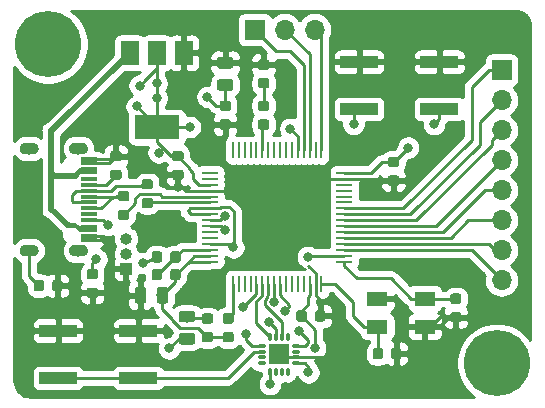
<source format=gbr>
G04 #@! TF.GenerationSoftware,KiCad,Pcbnew,(5.1.2-1)-1*
G04 #@! TF.CreationDate,2020-06-07T21:53:54+02:00*
G04 #@! TF.ProjectId,TeensyTest,5465656e-7379-4546-9573-742e6b696361,rev?*
G04 #@! TF.SameCoordinates,Original*
G04 #@! TF.FileFunction,Copper,L1,Top*
G04 #@! TF.FilePolarity,Positive*
%FSLAX46Y46*%
G04 Gerber Fmt 4.6, Leading zero omitted, Abs format (unit mm)*
G04 Created by KiCad (PCBNEW (5.1.2-1)-1) date 2020-06-07 21:53:54*
%MOMM*%
%LPD*%
G04 APERTURE LIST*
%ADD10R,1.450000X0.300000*%
%ADD11C,0.100000*%
%ADD12C,1.000000*%
%ADD13O,1.000000X1.000000*%
%ADD14R,1.000000X1.000000*%
%ADD15C,5.600000*%
%ADD16R,0.228600X1.346200*%
%ADD17R,1.346200X0.228600*%
%ADD18O,1.700000X1.700000*%
%ADD19R,1.700000X1.700000*%
%ADD20C,0.875000*%
%ADD21R,1.800000X1.200000*%
%ADD22R,1.800000X1.800000*%
%ADD23O,0.300000X0.750000*%
%ADD24O,0.750000X0.300000*%
%ADD25R,1.500000X2.000000*%
%ADD26R,3.800000X2.000000*%
%ADD27R,3.200000X1.000000*%
%ADD28C,0.975000*%
%ADD29C,0.800000*%
%ADD30C,0.250000*%
%ADD31C,0.500000*%
%ADD32C,0.254000*%
G04 APERTURE END LIST*
D10*
X22600000Y-49100000D03*
X22600000Y-49900000D03*
X22600000Y-50750000D03*
D11*
G36*
X17849009Y-47682407D02*
G01*
X17897545Y-47689606D01*
X17945142Y-47701529D01*
X17991342Y-47718059D01*
X18035698Y-47739038D01*
X18077785Y-47764264D01*
X18117197Y-47793494D01*
X18153553Y-47826446D01*
X18186505Y-47862802D01*
X18215735Y-47902214D01*
X18240961Y-47944301D01*
X18261940Y-47988657D01*
X18278470Y-48034857D01*
X18290393Y-48082454D01*
X18297592Y-48130990D01*
X18300000Y-48179999D01*
X18300000Y-48180001D01*
X18297592Y-48229010D01*
X18290393Y-48277546D01*
X18278470Y-48325143D01*
X18261940Y-48371343D01*
X18240961Y-48415699D01*
X18215735Y-48457786D01*
X18186505Y-48497198D01*
X18153553Y-48533554D01*
X18117197Y-48566506D01*
X18077785Y-48595736D01*
X18035698Y-48620962D01*
X17991342Y-48641941D01*
X17945142Y-48658471D01*
X17897545Y-48670394D01*
X17849009Y-48677593D01*
X17800000Y-48680001D01*
X17200000Y-48680001D01*
X17150991Y-48677593D01*
X17102455Y-48670394D01*
X17054858Y-48658471D01*
X17008658Y-48641941D01*
X16964302Y-48620962D01*
X16922215Y-48595736D01*
X16882803Y-48566506D01*
X16846447Y-48533554D01*
X16813495Y-48497198D01*
X16784265Y-48457786D01*
X16759039Y-48415699D01*
X16738060Y-48371343D01*
X16721530Y-48325143D01*
X16709607Y-48277546D01*
X16702408Y-48229010D01*
X16700000Y-48180001D01*
X16700000Y-48179999D01*
X16702408Y-48130990D01*
X16709607Y-48082454D01*
X16721530Y-48034857D01*
X16738060Y-47988657D01*
X16759039Y-47944301D01*
X16784265Y-47902214D01*
X16813495Y-47862802D01*
X16846447Y-47826446D01*
X16882803Y-47793494D01*
X16922215Y-47764264D01*
X16964302Y-47739038D01*
X17008658Y-47718059D01*
X17054858Y-47701529D01*
X17102455Y-47689606D01*
X17150991Y-47682407D01*
X17200000Y-47679999D01*
X17800000Y-47679999D01*
X17849009Y-47682407D01*
X17849009Y-47682407D01*
G37*
D12*
X17500000Y-48180000D03*
D11*
G36*
X17849009Y-56322407D02*
G01*
X17897545Y-56329606D01*
X17945142Y-56341529D01*
X17991342Y-56358059D01*
X18035698Y-56379038D01*
X18077785Y-56404264D01*
X18117197Y-56433494D01*
X18153553Y-56466446D01*
X18186505Y-56502802D01*
X18215735Y-56542214D01*
X18240961Y-56584301D01*
X18261940Y-56628657D01*
X18278470Y-56674857D01*
X18290393Y-56722454D01*
X18297592Y-56770990D01*
X18300000Y-56819999D01*
X18300000Y-56820001D01*
X18297592Y-56869010D01*
X18290393Y-56917546D01*
X18278470Y-56965143D01*
X18261940Y-57011343D01*
X18240961Y-57055699D01*
X18215735Y-57097786D01*
X18186505Y-57137198D01*
X18153553Y-57173554D01*
X18117197Y-57206506D01*
X18077785Y-57235736D01*
X18035698Y-57260962D01*
X17991342Y-57281941D01*
X17945142Y-57298471D01*
X17897545Y-57310394D01*
X17849009Y-57317593D01*
X17800000Y-57320001D01*
X17200000Y-57320001D01*
X17150991Y-57317593D01*
X17102455Y-57310394D01*
X17054858Y-57298471D01*
X17008658Y-57281941D01*
X16964302Y-57260962D01*
X16922215Y-57235736D01*
X16882803Y-57206506D01*
X16846447Y-57173554D01*
X16813495Y-57137198D01*
X16784265Y-57097786D01*
X16759039Y-57055699D01*
X16738060Y-57011343D01*
X16721530Y-56965143D01*
X16709607Y-56917546D01*
X16702408Y-56869010D01*
X16700000Y-56820001D01*
X16700000Y-56819999D01*
X16702408Y-56770990D01*
X16709607Y-56722454D01*
X16721530Y-56674857D01*
X16738060Y-56628657D01*
X16759039Y-56584301D01*
X16784265Y-56542214D01*
X16813495Y-56502802D01*
X16846447Y-56466446D01*
X16882803Y-56433494D01*
X16922215Y-56404264D01*
X16964302Y-56379038D01*
X17008658Y-56358059D01*
X17054858Y-56341529D01*
X17102455Y-56329606D01*
X17150991Y-56322407D01*
X17200000Y-56319999D01*
X17800000Y-56319999D01*
X17849009Y-56322407D01*
X17849009Y-56322407D01*
G37*
D12*
X17500000Y-56820000D03*
D11*
G36*
X22029009Y-56322407D02*
G01*
X22077545Y-56329606D01*
X22125142Y-56341529D01*
X22171342Y-56358059D01*
X22215698Y-56379038D01*
X22257785Y-56404264D01*
X22297197Y-56433494D01*
X22333553Y-56466446D01*
X22366505Y-56502802D01*
X22395735Y-56542214D01*
X22420961Y-56584301D01*
X22441940Y-56628657D01*
X22458470Y-56674857D01*
X22470393Y-56722454D01*
X22477592Y-56770990D01*
X22480000Y-56819999D01*
X22480000Y-56820001D01*
X22477592Y-56869010D01*
X22470393Y-56917546D01*
X22458470Y-56965143D01*
X22441940Y-57011343D01*
X22420961Y-57055699D01*
X22395735Y-57097786D01*
X22366505Y-57137198D01*
X22333553Y-57173554D01*
X22297197Y-57206506D01*
X22257785Y-57235736D01*
X22215698Y-57260962D01*
X22171342Y-57281941D01*
X22125142Y-57298471D01*
X22077545Y-57310394D01*
X22029009Y-57317593D01*
X21980000Y-57320001D01*
X21380000Y-57320001D01*
X21330991Y-57317593D01*
X21282455Y-57310394D01*
X21234858Y-57298471D01*
X21188658Y-57281941D01*
X21144302Y-57260962D01*
X21102215Y-57235736D01*
X21062803Y-57206506D01*
X21026447Y-57173554D01*
X20993495Y-57137198D01*
X20964265Y-57097786D01*
X20939039Y-57055699D01*
X20918060Y-57011343D01*
X20901530Y-56965143D01*
X20889607Y-56917546D01*
X20882408Y-56869010D01*
X20880000Y-56820001D01*
X20880000Y-56819999D01*
X20882408Y-56770990D01*
X20889607Y-56722454D01*
X20901530Y-56674857D01*
X20918060Y-56628657D01*
X20939039Y-56584301D01*
X20964265Y-56542214D01*
X20993495Y-56502802D01*
X21026447Y-56466446D01*
X21062803Y-56433494D01*
X21102215Y-56404264D01*
X21144302Y-56379038D01*
X21188658Y-56358059D01*
X21234858Y-56341529D01*
X21282455Y-56329606D01*
X21330991Y-56322407D01*
X21380000Y-56319999D01*
X21980000Y-56319999D01*
X22029009Y-56322407D01*
X22029009Y-56322407D01*
G37*
D12*
X21680000Y-56820000D03*
D11*
G36*
X22029009Y-47682407D02*
G01*
X22077545Y-47689606D01*
X22125142Y-47701529D01*
X22171342Y-47718059D01*
X22215698Y-47739038D01*
X22257785Y-47764264D01*
X22297197Y-47793494D01*
X22333553Y-47826446D01*
X22366505Y-47862802D01*
X22395735Y-47902214D01*
X22420961Y-47944301D01*
X22441940Y-47988657D01*
X22458470Y-48034857D01*
X22470393Y-48082454D01*
X22477592Y-48130990D01*
X22480000Y-48179999D01*
X22480000Y-48180001D01*
X22477592Y-48229010D01*
X22470393Y-48277546D01*
X22458470Y-48325143D01*
X22441940Y-48371343D01*
X22420961Y-48415699D01*
X22395735Y-48457786D01*
X22366505Y-48497198D01*
X22333553Y-48533554D01*
X22297197Y-48566506D01*
X22257785Y-48595736D01*
X22215698Y-48620962D01*
X22171342Y-48641941D01*
X22125142Y-48658471D01*
X22077545Y-48670394D01*
X22029009Y-48677593D01*
X21980000Y-48680001D01*
X21380000Y-48680001D01*
X21330991Y-48677593D01*
X21282455Y-48670394D01*
X21234858Y-48658471D01*
X21188658Y-48641941D01*
X21144302Y-48620962D01*
X21102215Y-48595736D01*
X21062803Y-48566506D01*
X21026447Y-48533554D01*
X20993495Y-48497198D01*
X20964265Y-48457786D01*
X20939039Y-48415699D01*
X20918060Y-48371343D01*
X20901530Y-48325143D01*
X20889607Y-48277546D01*
X20882408Y-48229010D01*
X20880000Y-48180001D01*
X20880000Y-48179999D01*
X20882408Y-48130990D01*
X20889607Y-48082454D01*
X20901530Y-48034857D01*
X20918060Y-47988657D01*
X20939039Y-47944301D01*
X20964265Y-47902214D01*
X20993495Y-47862802D01*
X21026447Y-47826446D01*
X21062803Y-47793494D01*
X21102215Y-47764264D01*
X21144302Y-47739038D01*
X21188658Y-47718059D01*
X21234858Y-47701529D01*
X21282455Y-47689606D01*
X21330991Y-47682407D01*
X21380000Y-47679999D01*
X21980000Y-47679999D01*
X22029009Y-47682407D01*
X22029009Y-47682407D01*
G37*
D12*
X21680000Y-48180000D03*
D10*
X22600000Y-49400000D03*
X22600000Y-50200000D03*
X22600000Y-51250000D03*
X22600000Y-54250000D03*
X22600000Y-55100000D03*
X22600000Y-55900000D03*
X22600000Y-55600000D03*
X22600000Y-54800000D03*
X22600000Y-53750000D03*
X22600000Y-53250000D03*
X22600000Y-52750000D03*
X22600000Y-52250000D03*
X22600000Y-51750000D03*
D13*
X25700000Y-55820000D03*
X25700000Y-57090000D03*
D14*
X25700000Y-58360000D03*
D15*
X57100000Y-66360000D03*
X19100000Y-39360000D03*
D16*
X34750000Y-48323100D03*
X35249999Y-48323100D03*
X35750000Y-48323100D03*
X36249999Y-48323100D03*
X36750001Y-48323100D03*
X37250000Y-48323100D03*
X37749999Y-48323100D03*
X38250000Y-48323100D03*
X38750000Y-48323100D03*
X39250001Y-48323100D03*
X39750000Y-48323100D03*
X40249999Y-48323100D03*
X40750001Y-48323100D03*
X41250000Y-48323100D03*
X41750001Y-48323100D03*
X42250000Y-48323100D03*
D17*
X44176900Y-50250000D03*
X44176900Y-50749999D03*
X44176900Y-51250000D03*
X44176900Y-51749999D03*
X44176900Y-52250001D03*
X44176900Y-52750000D03*
X44176900Y-53249999D03*
X44176900Y-53750000D03*
X44176900Y-54250000D03*
X44176900Y-54750001D03*
X44176900Y-55250000D03*
X44176900Y-55749999D03*
X44176900Y-56250001D03*
X44176900Y-56750000D03*
X44176900Y-57250001D03*
X44176900Y-57750000D03*
D16*
X42250000Y-59676900D03*
X41750001Y-59676900D03*
X41250000Y-59676900D03*
X40750001Y-59676900D03*
X40249999Y-59676900D03*
X39750000Y-59676900D03*
X39250001Y-59676900D03*
X38750000Y-59676900D03*
X38250000Y-59676900D03*
X37749999Y-59676900D03*
X37250000Y-59676900D03*
X36750001Y-59676900D03*
X36249999Y-59676900D03*
X35750000Y-59676900D03*
X35249999Y-59676900D03*
X34750000Y-59676900D03*
D17*
X32823100Y-57750000D03*
X32823100Y-57250001D03*
X32823100Y-56750000D03*
X32823100Y-56250001D03*
X32823100Y-55749999D03*
X32823100Y-55250000D03*
X32823100Y-54750001D03*
X32823100Y-54250000D03*
X32823100Y-53750000D03*
X32823100Y-53249999D03*
X32823100Y-52750000D03*
X32823100Y-52250001D03*
X32823100Y-51749999D03*
X32823100Y-51250000D03*
X32823100Y-50749999D03*
X32823100Y-50250000D03*
D18*
X41680000Y-38110000D03*
X39140000Y-38110000D03*
D19*
X36600000Y-38110000D03*
D18*
X57500000Y-59320000D03*
X57500000Y-56780000D03*
X57500000Y-54240000D03*
X57500000Y-51700000D03*
X57500000Y-49160000D03*
X57500000Y-46620000D03*
X57500000Y-44080000D03*
D19*
X57500000Y-41540000D03*
D11*
G36*
X53907691Y-62031053D02*
G01*
X53928926Y-62034203D01*
X53949750Y-62039419D01*
X53969962Y-62046651D01*
X53989368Y-62055830D01*
X54007781Y-62066866D01*
X54025024Y-62079654D01*
X54040930Y-62094070D01*
X54055346Y-62109976D01*
X54068134Y-62127219D01*
X54079170Y-62145632D01*
X54088349Y-62165038D01*
X54095581Y-62185250D01*
X54100797Y-62206074D01*
X54103947Y-62227309D01*
X54105000Y-62248750D01*
X54105000Y-62686250D01*
X54103947Y-62707691D01*
X54100797Y-62728926D01*
X54095581Y-62749750D01*
X54088349Y-62769962D01*
X54079170Y-62789368D01*
X54068134Y-62807781D01*
X54055346Y-62825024D01*
X54040930Y-62840930D01*
X54025024Y-62855346D01*
X54007781Y-62868134D01*
X53989368Y-62879170D01*
X53969962Y-62888349D01*
X53949750Y-62895581D01*
X53928926Y-62900797D01*
X53907691Y-62903947D01*
X53886250Y-62905000D01*
X53373750Y-62905000D01*
X53352309Y-62903947D01*
X53331074Y-62900797D01*
X53310250Y-62895581D01*
X53290038Y-62888349D01*
X53270632Y-62879170D01*
X53252219Y-62868134D01*
X53234976Y-62855346D01*
X53219070Y-62840930D01*
X53204654Y-62825024D01*
X53191866Y-62807781D01*
X53180830Y-62789368D01*
X53171651Y-62769962D01*
X53164419Y-62749750D01*
X53159203Y-62728926D01*
X53156053Y-62707691D01*
X53155000Y-62686250D01*
X53155000Y-62248750D01*
X53156053Y-62227309D01*
X53159203Y-62206074D01*
X53164419Y-62185250D01*
X53171651Y-62165038D01*
X53180830Y-62145632D01*
X53191866Y-62127219D01*
X53204654Y-62109976D01*
X53219070Y-62094070D01*
X53234976Y-62079654D01*
X53252219Y-62066866D01*
X53270632Y-62055830D01*
X53290038Y-62046651D01*
X53310250Y-62039419D01*
X53331074Y-62034203D01*
X53352309Y-62031053D01*
X53373750Y-62030000D01*
X53886250Y-62030000D01*
X53907691Y-62031053D01*
X53907691Y-62031053D01*
G37*
D20*
X53630000Y-62467500D03*
D11*
G36*
X53907691Y-60456053D02*
G01*
X53928926Y-60459203D01*
X53949750Y-60464419D01*
X53969962Y-60471651D01*
X53989368Y-60480830D01*
X54007781Y-60491866D01*
X54025024Y-60504654D01*
X54040930Y-60519070D01*
X54055346Y-60534976D01*
X54068134Y-60552219D01*
X54079170Y-60570632D01*
X54088349Y-60590038D01*
X54095581Y-60610250D01*
X54100797Y-60631074D01*
X54103947Y-60652309D01*
X54105000Y-60673750D01*
X54105000Y-61111250D01*
X54103947Y-61132691D01*
X54100797Y-61153926D01*
X54095581Y-61174750D01*
X54088349Y-61194962D01*
X54079170Y-61214368D01*
X54068134Y-61232781D01*
X54055346Y-61250024D01*
X54040930Y-61265930D01*
X54025024Y-61280346D01*
X54007781Y-61293134D01*
X53989368Y-61304170D01*
X53969962Y-61313349D01*
X53949750Y-61320581D01*
X53928926Y-61325797D01*
X53907691Y-61328947D01*
X53886250Y-61330000D01*
X53373750Y-61330000D01*
X53352309Y-61328947D01*
X53331074Y-61325797D01*
X53310250Y-61320581D01*
X53290038Y-61313349D01*
X53270632Y-61304170D01*
X53252219Y-61293134D01*
X53234976Y-61280346D01*
X53219070Y-61265930D01*
X53204654Y-61250024D01*
X53191866Y-61232781D01*
X53180830Y-61214368D01*
X53171651Y-61194962D01*
X53164419Y-61174750D01*
X53159203Y-61153926D01*
X53156053Y-61132691D01*
X53155000Y-61111250D01*
X53155000Y-60673750D01*
X53156053Y-60652309D01*
X53159203Y-60631074D01*
X53164419Y-60610250D01*
X53171651Y-60590038D01*
X53180830Y-60570632D01*
X53191866Y-60552219D01*
X53204654Y-60534976D01*
X53219070Y-60519070D01*
X53234976Y-60504654D01*
X53252219Y-60491866D01*
X53270632Y-60480830D01*
X53290038Y-60471651D01*
X53310250Y-60464419D01*
X53331074Y-60459203D01*
X53352309Y-60456053D01*
X53373750Y-60455000D01*
X53886250Y-60455000D01*
X53907691Y-60456053D01*
X53907691Y-60456053D01*
G37*
D20*
X53630000Y-60892500D03*
D11*
G36*
X48827691Y-65066053D02*
G01*
X48848926Y-65069203D01*
X48869750Y-65074419D01*
X48889962Y-65081651D01*
X48909368Y-65090830D01*
X48927781Y-65101866D01*
X48945024Y-65114654D01*
X48960930Y-65129070D01*
X48975346Y-65144976D01*
X48988134Y-65162219D01*
X48999170Y-65180632D01*
X49008349Y-65200038D01*
X49015581Y-65220250D01*
X49020797Y-65241074D01*
X49023947Y-65262309D01*
X49025000Y-65283750D01*
X49025000Y-65796250D01*
X49023947Y-65817691D01*
X49020797Y-65838926D01*
X49015581Y-65859750D01*
X49008349Y-65879962D01*
X48999170Y-65899368D01*
X48988134Y-65917781D01*
X48975346Y-65935024D01*
X48960930Y-65950930D01*
X48945024Y-65965346D01*
X48927781Y-65978134D01*
X48909368Y-65989170D01*
X48889962Y-65998349D01*
X48869750Y-66005581D01*
X48848926Y-66010797D01*
X48827691Y-66013947D01*
X48806250Y-66015000D01*
X48368750Y-66015000D01*
X48347309Y-66013947D01*
X48326074Y-66010797D01*
X48305250Y-66005581D01*
X48285038Y-65998349D01*
X48265632Y-65989170D01*
X48247219Y-65978134D01*
X48229976Y-65965346D01*
X48214070Y-65950930D01*
X48199654Y-65935024D01*
X48186866Y-65917781D01*
X48175830Y-65899368D01*
X48166651Y-65879962D01*
X48159419Y-65859750D01*
X48154203Y-65838926D01*
X48151053Y-65817691D01*
X48150000Y-65796250D01*
X48150000Y-65283750D01*
X48151053Y-65262309D01*
X48154203Y-65241074D01*
X48159419Y-65220250D01*
X48166651Y-65200038D01*
X48175830Y-65180632D01*
X48186866Y-65162219D01*
X48199654Y-65144976D01*
X48214070Y-65129070D01*
X48229976Y-65114654D01*
X48247219Y-65101866D01*
X48265632Y-65090830D01*
X48285038Y-65081651D01*
X48305250Y-65074419D01*
X48326074Y-65069203D01*
X48347309Y-65066053D01*
X48368750Y-65065000D01*
X48806250Y-65065000D01*
X48827691Y-65066053D01*
X48827691Y-65066053D01*
G37*
D20*
X48587500Y-65540000D03*
D11*
G36*
X47252691Y-65066053D02*
G01*
X47273926Y-65069203D01*
X47294750Y-65074419D01*
X47314962Y-65081651D01*
X47334368Y-65090830D01*
X47352781Y-65101866D01*
X47370024Y-65114654D01*
X47385930Y-65129070D01*
X47400346Y-65144976D01*
X47413134Y-65162219D01*
X47424170Y-65180632D01*
X47433349Y-65200038D01*
X47440581Y-65220250D01*
X47445797Y-65241074D01*
X47448947Y-65262309D01*
X47450000Y-65283750D01*
X47450000Y-65796250D01*
X47448947Y-65817691D01*
X47445797Y-65838926D01*
X47440581Y-65859750D01*
X47433349Y-65879962D01*
X47424170Y-65899368D01*
X47413134Y-65917781D01*
X47400346Y-65935024D01*
X47385930Y-65950930D01*
X47370024Y-65965346D01*
X47352781Y-65978134D01*
X47334368Y-65989170D01*
X47314962Y-65998349D01*
X47294750Y-66005581D01*
X47273926Y-66010797D01*
X47252691Y-66013947D01*
X47231250Y-66015000D01*
X46793750Y-66015000D01*
X46772309Y-66013947D01*
X46751074Y-66010797D01*
X46730250Y-66005581D01*
X46710038Y-65998349D01*
X46690632Y-65989170D01*
X46672219Y-65978134D01*
X46654976Y-65965346D01*
X46639070Y-65950930D01*
X46624654Y-65935024D01*
X46611866Y-65917781D01*
X46600830Y-65899368D01*
X46591651Y-65879962D01*
X46584419Y-65859750D01*
X46579203Y-65838926D01*
X46576053Y-65817691D01*
X46575000Y-65796250D01*
X46575000Y-65283750D01*
X46576053Y-65262309D01*
X46579203Y-65241074D01*
X46584419Y-65220250D01*
X46591651Y-65200038D01*
X46600830Y-65180632D01*
X46611866Y-65162219D01*
X46624654Y-65144976D01*
X46639070Y-65129070D01*
X46654976Y-65114654D01*
X46672219Y-65101866D01*
X46690632Y-65090830D01*
X46710038Y-65081651D01*
X46730250Y-65074419D01*
X46751074Y-65069203D01*
X46772309Y-65066053D01*
X46793750Y-65065000D01*
X47231250Y-65065000D01*
X47252691Y-65066053D01*
X47252691Y-65066053D01*
G37*
D20*
X47012500Y-65540000D03*
D21*
X46990000Y-60880000D03*
X50990000Y-60880000D03*
X50990000Y-63280000D03*
X46990000Y-63280000D03*
D22*
X38650000Y-65620000D03*
D23*
X39400000Y-67095000D03*
X38900000Y-67095000D03*
X38400000Y-67095000D03*
X37900000Y-67095000D03*
D24*
X37175000Y-66370000D03*
X37175000Y-65870000D03*
X37175000Y-65370000D03*
X37175000Y-64870000D03*
D23*
X37900000Y-64145000D03*
X38400000Y-64145000D03*
X38900000Y-64145000D03*
X39400000Y-64145000D03*
D24*
X40125000Y-64870000D03*
X40125000Y-65370000D03*
X40125000Y-65870000D03*
X40125000Y-66370000D03*
D25*
X30600000Y-40080000D03*
X26000000Y-40080000D03*
X28300000Y-40080000D03*
D26*
X28300000Y-46380000D03*
D27*
X19950000Y-63610000D03*
X26750000Y-63610000D03*
X26750000Y-67610000D03*
X19950000Y-67610000D03*
X45430000Y-40840000D03*
X52230000Y-40840000D03*
X52230000Y-44840000D03*
X45430000Y-44840000D03*
D11*
G36*
X37627691Y-40636053D02*
G01*
X37648926Y-40639203D01*
X37669750Y-40644419D01*
X37689962Y-40651651D01*
X37709368Y-40660830D01*
X37727781Y-40671866D01*
X37745024Y-40684654D01*
X37760930Y-40699070D01*
X37775346Y-40714976D01*
X37788134Y-40732219D01*
X37799170Y-40750632D01*
X37808349Y-40770038D01*
X37815581Y-40790250D01*
X37820797Y-40811074D01*
X37823947Y-40832309D01*
X37825000Y-40853750D01*
X37825000Y-41291250D01*
X37823947Y-41312691D01*
X37820797Y-41333926D01*
X37815581Y-41354750D01*
X37808349Y-41374962D01*
X37799170Y-41394368D01*
X37788134Y-41412781D01*
X37775346Y-41430024D01*
X37760930Y-41445930D01*
X37745024Y-41460346D01*
X37727781Y-41473134D01*
X37709368Y-41484170D01*
X37689962Y-41493349D01*
X37669750Y-41500581D01*
X37648926Y-41505797D01*
X37627691Y-41508947D01*
X37606250Y-41510000D01*
X37093750Y-41510000D01*
X37072309Y-41508947D01*
X37051074Y-41505797D01*
X37030250Y-41500581D01*
X37010038Y-41493349D01*
X36990632Y-41484170D01*
X36972219Y-41473134D01*
X36954976Y-41460346D01*
X36939070Y-41445930D01*
X36924654Y-41430024D01*
X36911866Y-41412781D01*
X36900830Y-41394368D01*
X36891651Y-41374962D01*
X36884419Y-41354750D01*
X36879203Y-41333926D01*
X36876053Y-41312691D01*
X36875000Y-41291250D01*
X36875000Y-40853750D01*
X36876053Y-40832309D01*
X36879203Y-40811074D01*
X36884419Y-40790250D01*
X36891651Y-40770038D01*
X36900830Y-40750632D01*
X36911866Y-40732219D01*
X36924654Y-40714976D01*
X36939070Y-40699070D01*
X36954976Y-40684654D01*
X36972219Y-40671866D01*
X36990632Y-40660830D01*
X37010038Y-40651651D01*
X37030250Y-40644419D01*
X37051074Y-40639203D01*
X37072309Y-40636053D01*
X37093750Y-40635000D01*
X37606250Y-40635000D01*
X37627691Y-40636053D01*
X37627691Y-40636053D01*
G37*
D20*
X37350000Y-41072500D03*
D11*
G36*
X37627691Y-42211053D02*
G01*
X37648926Y-42214203D01*
X37669750Y-42219419D01*
X37689962Y-42226651D01*
X37709368Y-42235830D01*
X37727781Y-42246866D01*
X37745024Y-42259654D01*
X37760930Y-42274070D01*
X37775346Y-42289976D01*
X37788134Y-42307219D01*
X37799170Y-42325632D01*
X37808349Y-42345038D01*
X37815581Y-42365250D01*
X37820797Y-42386074D01*
X37823947Y-42407309D01*
X37825000Y-42428750D01*
X37825000Y-42866250D01*
X37823947Y-42887691D01*
X37820797Y-42908926D01*
X37815581Y-42929750D01*
X37808349Y-42949962D01*
X37799170Y-42969368D01*
X37788134Y-42987781D01*
X37775346Y-43005024D01*
X37760930Y-43020930D01*
X37745024Y-43035346D01*
X37727781Y-43048134D01*
X37709368Y-43059170D01*
X37689962Y-43068349D01*
X37669750Y-43075581D01*
X37648926Y-43080797D01*
X37627691Y-43083947D01*
X37606250Y-43085000D01*
X37093750Y-43085000D01*
X37072309Y-43083947D01*
X37051074Y-43080797D01*
X37030250Y-43075581D01*
X37010038Y-43068349D01*
X36990632Y-43059170D01*
X36972219Y-43048134D01*
X36954976Y-43035346D01*
X36939070Y-43020930D01*
X36924654Y-43005024D01*
X36911866Y-42987781D01*
X36900830Y-42969368D01*
X36891651Y-42949962D01*
X36884419Y-42929750D01*
X36879203Y-42908926D01*
X36876053Y-42887691D01*
X36875000Y-42866250D01*
X36875000Y-42428750D01*
X36876053Y-42407309D01*
X36879203Y-42386074D01*
X36884419Y-42365250D01*
X36891651Y-42345038D01*
X36900830Y-42325632D01*
X36911866Y-42307219D01*
X36924654Y-42289976D01*
X36939070Y-42274070D01*
X36954976Y-42259654D01*
X36972219Y-42246866D01*
X36990632Y-42235830D01*
X37010038Y-42226651D01*
X37030250Y-42219419D01*
X37051074Y-42214203D01*
X37072309Y-42211053D01*
X37093750Y-42210000D01*
X37606250Y-42210000D01*
X37627691Y-42211053D01*
X37627691Y-42211053D01*
G37*
D20*
X37350000Y-42647500D03*
D11*
G36*
X18562691Y-59316053D02*
G01*
X18583926Y-59319203D01*
X18604750Y-59324419D01*
X18624962Y-59331651D01*
X18644368Y-59340830D01*
X18662781Y-59351866D01*
X18680024Y-59364654D01*
X18695930Y-59379070D01*
X18710346Y-59394976D01*
X18723134Y-59412219D01*
X18734170Y-59430632D01*
X18743349Y-59450038D01*
X18750581Y-59470250D01*
X18755797Y-59491074D01*
X18758947Y-59512309D01*
X18760000Y-59533750D01*
X18760000Y-60046250D01*
X18758947Y-60067691D01*
X18755797Y-60088926D01*
X18750581Y-60109750D01*
X18743349Y-60129962D01*
X18734170Y-60149368D01*
X18723134Y-60167781D01*
X18710346Y-60185024D01*
X18695930Y-60200930D01*
X18680024Y-60215346D01*
X18662781Y-60228134D01*
X18644368Y-60239170D01*
X18624962Y-60248349D01*
X18604750Y-60255581D01*
X18583926Y-60260797D01*
X18562691Y-60263947D01*
X18541250Y-60265000D01*
X18103750Y-60265000D01*
X18082309Y-60263947D01*
X18061074Y-60260797D01*
X18040250Y-60255581D01*
X18020038Y-60248349D01*
X18000632Y-60239170D01*
X17982219Y-60228134D01*
X17964976Y-60215346D01*
X17949070Y-60200930D01*
X17934654Y-60185024D01*
X17921866Y-60167781D01*
X17910830Y-60149368D01*
X17901651Y-60129962D01*
X17894419Y-60109750D01*
X17889203Y-60088926D01*
X17886053Y-60067691D01*
X17885000Y-60046250D01*
X17885000Y-59533750D01*
X17886053Y-59512309D01*
X17889203Y-59491074D01*
X17894419Y-59470250D01*
X17901651Y-59450038D01*
X17910830Y-59430632D01*
X17921866Y-59412219D01*
X17934654Y-59394976D01*
X17949070Y-59379070D01*
X17964976Y-59364654D01*
X17982219Y-59351866D01*
X18000632Y-59340830D01*
X18020038Y-59331651D01*
X18040250Y-59324419D01*
X18061074Y-59319203D01*
X18082309Y-59316053D01*
X18103750Y-59315000D01*
X18541250Y-59315000D01*
X18562691Y-59316053D01*
X18562691Y-59316053D01*
G37*
D20*
X18322500Y-59790000D03*
D11*
G36*
X20137691Y-59316053D02*
G01*
X20158926Y-59319203D01*
X20179750Y-59324419D01*
X20199962Y-59331651D01*
X20219368Y-59340830D01*
X20237781Y-59351866D01*
X20255024Y-59364654D01*
X20270930Y-59379070D01*
X20285346Y-59394976D01*
X20298134Y-59412219D01*
X20309170Y-59430632D01*
X20318349Y-59450038D01*
X20325581Y-59470250D01*
X20330797Y-59491074D01*
X20333947Y-59512309D01*
X20335000Y-59533750D01*
X20335000Y-60046250D01*
X20333947Y-60067691D01*
X20330797Y-60088926D01*
X20325581Y-60109750D01*
X20318349Y-60129962D01*
X20309170Y-60149368D01*
X20298134Y-60167781D01*
X20285346Y-60185024D01*
X20270930Y-60200930D01*
X20255024Y-60215346D01*
X20237781Y-60228134D01*
X20219368Y-60239170D01*
X20199962Y-60248349D01*
X20179750Y-60255581D01*
X20158926Y-60260797D01*
X20137691Y-60263947D01*
X20116250Y-60265000D01*
X19678750Y-60265000D01*
X19657309Y-60263947D01*
X19636074Y-60260797D01*
X19615250Y-60255581D01*
X19595038Y-60248349D01*
X19575632Y-60239170D01*
X19557219Y-60228134D01*
X19539976Y-60215346D01*
X19524070Y-60200930D01*
X19509654Y-60185024D01*
X19496866Y-60167781D01*
X19485830Y-60149368D01*
X19476651Y-60129962D01*
X19469419Y-60109750D01*
X19464203Y-60088926D01*
X19461053Y-60067691D01*
X19460000Y-60046250D01*
X19460000Y-59533750D01*
X19461053Y-59512309D01*
X19464203Y-59491074D01*
X19469419Y-59470250D01*
X19476651Y-59450038D01*
X19485830Y-59430632D01*
X19496866Y-59412219D01*
X19509654Y-59394976D01*
X19524070Y-59379070D01*
X19539976Y-59364654D01*
X19557219Y-59351866D01*
X19575632Y-59340830D01*
X19595038Y-59331651D01*
X19615250Y-59324419D01*
X19636074Y-59319203D01*
X19657309Y-59316053D01*
X19678750Y-59315000D01*
X20116250Y-59315000D01*
X20137691Y-59316053D01*
X20137691Y-59316053D01*
G37*
D20*
X19897500Y-59790000D03*
D11*
G36*
X28552691Y-56886053D02*
G01*
X28573926Y-56889203D01*
X28594750Y-56894419D01*
X28614962Y-56901651D01*
X28634368Y-56910830D01*
X28652781Y-56921866D01*
X28670024Y-56934654D01*
X28685930Y-56949070D01*
X28700346Y-56964976D01*
X28713134Y-56982219D01*
X28724170Y-57000632D01*
X28733349Y-57020038D01*
X28740581Y-57040250D01*
X28745797Y-57061074D01*
X28748947Y-57082309D01*
X28750000Y-57103750D01*
X28750000Y-57616250D01*
X28748947Y-57637691D01*
X28745797Y-57658926D01*
X28740581Y-57679750D01*
X28733349Y-57699962D01*
X28724170Y-57719368D01*
X28713134Y-57737781D01*
X28700346Y-57755024D01*
X28685930Y-57770930D01*
X28670024Y-57785346D01*
X28652781Y-57798134D01*
X28634368Y-57809170D01*
X28614962Y-57818349D01*
X28594750Y-57825581D01*
X28573926Y-57830797D01*
X28552691Y-57833947D01*
X28531250Y-57835000D01*
X28093750Y-57835000D01*
X28072309Y-57833947D01*
X28051074Y-57830797D01*
X28030250Y-57825581D01*
X28010038Y-57818349D01*
X27990632Y-57809170D01*
X27972219Y-57798134D01*
X27954976Y-57785346D01*
X27939070Y-57770930D01*
X27924654Y-57755024D01*
X27911866Y-57737781D01*
X27900830Y-57719368D01*
X27891651Y-57699962D01*
X27884419Y-57679750D01*
X27879203Y-57658926D01*
X27876053Y-57637691D01*
X27875000Y-57616250D01*
X27875000Y-57103750D01*
X27876053Y-57082309D01*
X27879203Y-57061074D01*
X27884419Y-57040250D01*
X27891651Y-57020038D01*
X27900830Y-57000632D01*
X27911866Y-56982219D01*
X27924654Y-56964976D01*
X27939070Y-56949070D01*
X27954976Y-56934654D01*
X27972219Y-56921866D01*
X27990632Y-56910830D01*
X28010038Y-56901651D01*
X28030250Y-56894419D01*
X28051074Y-56889203D01*
X28072309Y-56886053D01*
X28093750Y-56885000D01*
X28531250Y-56885000D01*
X28552691Y-56886053D01*
X28552691Y-56886053D01*
G37*
D20*
X28312500Y-57360000D03*
D11*
G36*
X30127691Y-56886053D02*
G01*
X30148926Y-56889203D01*
X30169750Y-56894419D01*
X30189962Y-56901651D01*
X30209368Y-56910830D01*
X30227781Y-56921866D01*
X30245024Y-56934654D01*
X30260930Y-56949070D01*
X30275346Y-56964976D01*
X30288134Y-56982219D01*
X30299170Y-57000632D01*
X30308349Y-57020038D01*
X30315581Y-57040250D01*
X30320797Y-57061074D01*
X30323947Y-57082309D01*
X30325000Y-57103750D01*
X30325000Y-57616250D01*
X30323947Y-57637691D01*
X30320797Y-57658926D01*
X30315581Y-57679750D01*
X30308349Y-57699962D01*
X30299170Y-57719368D01*
X30288134Y-57737781D01*
X30275346Y-57755024D01*
X30260930Y-57770930D01*
X30245024Y-57785346D01*
X30227781Y-57798134D01*
X30209368Y-57809170D01*
X30189962Y-57818349D01*
X30169750Y-57825581D01*
X30148926Y-57830797D01*
X30127691Y-57833947D01*
X30106250Y-57835000D01*
X29668750Y-57835000D01*
X29647309Y-57833947D01*
X29626074Y-57830797D01*
X29605250Y-57825581D01*
X29585038Y-57818349D01*
X29565632Y-57809170D01*
X29547219Y-57798134D01*
X29529976Y-57785346D01*
X29514070Y-57770930D01*
X29499654Y-57755024D01*
X29486866Y-57737781D01*
X29475830Y-57719368D01*
X29466651Y-57699962D01*
X29459419Y-57679750D01*
X29454203Y-57658926D01*
X29451053Y-57637691D01*
X29450000Y-57616250D01*
X29450000Y-57103750D01*
X29451053Y-57082309D01*
X29454203Y-57061074D01*
X29459419Y-57040250D01*
X29466651Y-57020038D01*
X29475830Y-57000632D01*
X29486866Y-56982219D01*
X29499654Y-56964976D01*
X29514070Y-56949070D01*
X29529976Y-56934654D01*
X29547219Y-56921866D01*
X29565632Y-56910830D01*
X29585038Y-56901651D01*
X29605250Y-56894419D01*
X29626074Y-56889203D01*
X29647309Y-56886053D01*
X29668750Y-56885000D01*
X30106250Y-56885000D01*
X30127691Y-56886053D01*
X30127691Y-56886053D01*
G37*
D20*
X29887500Y-57360000D03*
D11*
G36*
X25777691Y-51776053D02*
G01*
X25798926Y-51779203D01*
X25819750Y-51784419D01*
X25839962Y-51791651D01*
X25859368Y-51800830D01*
X25877781Y-51811866D01*
X25895024Y-51824654D01*
X25910930Y-51839070D01*
X25925346Y-51854976D01*
X25938134Y-51872219D01*
X25949170Y-51890632D01*
X25958349Y-51910038D01*
X25965581Y-51930250D01*
X25970797Y-51951074D01*
X25973947Y-51972309D01*
X25975000Y-51993750D01*
X25975000Y-52431250D01*
X25973947Y-52452691D01*
X25970797Y-52473926D01*
X25965581Y-52494750D01*
X25958349Y-52514962D01*
X25949170Y-52534368D01*
X25938134Y-52552781D01*
X25925346Y-52570024D01*
X25910930Y-52585930D01*
X25895024Y-52600346D01*
X25877781Y-52613134D01*
X25859368Y-52624170D01*
X25839962Y-52633349D01*
X25819750Y-52640581D01*
X25798926Y-52645797D01*
X25777691Y-52648947D01*
X25756250Y-52650000D01*
X25243750Y-52650000D01*
X25222309Y-52648947D01*
X25201074Y-52645797D01*
X25180250Y-52640581D01*
X25160038Y-52633349D01*
X25140632Y-52624170D01*
X25122219Y-52613134D01*
X25104976Y-52600346D01*
X25089070Y-52585930D01*
X25074654Y-52570024D01*
X25061866Y-52552781D01*
X25050830Y-52534368D01*
X25041651Y-52514962D01*
X25034419Y-52494750D01*
X25029203Y-52473926D01*
X25026053Y-52452691D01*
X25025000Y-52431250D01*
X25025000Y-51993750D01*
X25026053Y-51972309D01*
X25029203Y-51951074D01*
X25034419Y-51930250D01*
X25041651Y-51910038D01*
X25050830Y-51890632D01*
X25061866Y-51872219D01*
X25074654Y-51854976D01*
X25089070Y-51839070D01*
X25104976Y-51824654D01*
X25122219Y-51811866D01*
X25140632Y-51800830D01*
X25160038Y-51791651D01*
X25180250Y-51784419D01*
X25201074Y-51779203D01*
X25222309Y-51776053D01*
X25243750Y-51775000D01*
X25756250Y-51775000D01*
X25777691Y-51776053D01*
X25777691Y-51776053D01*
G37*
D20*
X25500000Y-52212500D03*
D11*
G36*
X25777691Y-53351053D02*
G01*
X25798926Y-53354203D01*
X25819750Y-53359419D01*
X25839962Y-53366651D01*
X25859368Y-53375830D01*
X25877781Y-53386866D01*
X25895024Y-53399654D01*
X25910930Y-53414070D01*
X25925346Y-53429976D01*
X25938134Y-53447219D01*
X25949170Y-53465632D01*
X25958349Y-53485038D01*
X25965581Y-53505250D01*
X25970797Y-53526074D01*
X25973947Y-53547309D01*
X25975000Y-53568750D01*
X25975000Y-54006250D01*
X25973947Y-54027691D01*
X25970797Y-54048926D01*
X25965581Y-54069750D01*
X25958349Y-54089962D01*
X25949170Y-54109368D01*
X25938134Y-54127781D01*
X25925346Y-54145024D01*
X25910930Y-54160930D01*
X25895024Y-54175346D01*
X25877781Y-54188134D01*
X25859368Y-54199170D01*
X25839962Y-54208349D01*
X25819750Y-54215581D01*
X25798926Y-54220797D01*
X25777691Y-54223947D01*
X25756250Y-54225000D01*
X25243750Y-54225000D01*
X25222309Y-54223947D01*
X25201074Y-54220797D01*
X25180250Y-54215581D01*
X25160038Y-54208349D01*
X25140632Y-54199170D01*
X25122219Y-54188134D01*
X25104976Y-54175346D01*
X25089070Y-54160930D01*
X25074654Y-54145024D01*
X25061866Y-54127781D01*
X25050830Y-54109368D01*
X25041651Y-54089962D01*
X25034419Y-54069750D01*
X25029203Y-54048926D01*
X25026053Y-54027691D01*
X25025000Y-54006250D01*
X25025000Y-53568750D01*
X25026053Y-53547309D01*
X25029203Y-53526074D01*
X25034419Y-53505250D01*
X25041651Y-53485038D01*
X25050830Y-53465632D01*
X25061866Y-53447219D01*
X25074654Y-53429976D01*
X25089070Y-53414070D01*
X25104976Y-53399654D01*
X25122219Y-53386866D01*
X25140632Y-53375830D01*
X25160038Y-53366651D01*
X25180250Y-53359419D01*
X25201074Y-53354203D01*
X25222309Y-53351053D01*
X25243750Y-53350000D01*
X25756250Y-53350000D01*
X25777691Y-53351053D01*
X25777691Y-53351053D01*
G37*
D20*
X25500000Y-53787500D03*
D11*
G36*
X27777691Y-50776053D02*
G01*
X27798926Y-50779203D01*
X27819750Y-50784419D01*
X27839962Y-50791651D01*
X27859368Y-50800830D01*
X27877781Y-50811866D01*
X27895024Y-50824654D01*
X27910930Y-50839070D01*
X27925346Y-50854976D01*
X27938134Y-50872219D01*
X27949170Y-50890632D01*
X27958349Y-50910038D01*
X27965581Y-50930250D01*
X27970797Y-50951074D01*
X27973947Y-50972309D01*
X27975000Y-50993750D01*
X27975000Y-51431250D01*
X27973947Y-51452691D01*
X27970797Y-51473926D01*
X27965581Y-51494750D01*
X27958349Y-51514962D01*
X27949170Y-51534368D01*
X27938134Y-51552781D01*
X27925346Y-51570024D01*
X27910930Y-51585930D01*
X27895024Y-51600346D01*
X27877781Y-51613134D01*
X27859368Y-51624170D01*
X27839962Y-51633349D01*
X27819750Y-51640581D01*
X27798926Y-51645797D01*
X27777691Y-51648947D01*
X27756250Y-51650000D01*
X27243750Y-51650000D01*
X27222309Y-51648947D01*
X27201074Y-51645797D01*
X27180250Y-51640581D01*
X27160038Y-51633349D01*
X27140632Y-51624170D01*
X27122219Y-51613134D01*
X27104976Y-51600346D01*
X27089070Y-51585930D01*
X27074654Y-51570024D01*
X27061866Y-51552781D01*
X27050830Y-51534368D01*
X27041651Y-51514962D01*
X27034419Y-51494750D01*
X27029203Y-51473926D01*
X27026053Y-51452691D01*
X27025000Y-51431250D01*
X27025000Y-50993750D01*
X27026053Y-50972309D01*
X27029203Y-50951074D01*
X27034419Y-50930250D01*
X27041651Y-50910038D01*
X27050830Y-50890632D01*
X27061866Y-50872219D01*
X27074654Y-50854976D01*
X27089070Y-50839070D01*
X27104976Y-50824654D01*
X27122219Y-50811866D01*
X27140632Y-50800830D01*
X27160038Y-50791651D01*
X27180250Y-50784419D01*
X27201074Y-50779203D01*
X27222309Y-50776053D01*
X27243750Y-50775000D01*
X27756250Y-50775000D01*
X27777691Y-50776053D01*
X27777691Y-50776053D01*
G37*
D20*
X27500000Y-51212500D03*
D11*
G36*
X27777691Y-52351053D02*
G01*
X27798926Y-52354203D01*
X27819750Y-52359419D01*
X27839962Y-52366651D01*
X27859368Y-52375830D01*
X27877781Y-52386866D01*
X27895024Y-52399654D01*
X27910930Y-52414070D01*
X27925346Y-52429976D01*
X27938134Y-52447219D01*
X27949170Y-52465632D01*
X27958349Y-52485038D01*
X27965581Y-52505250D01*
X27970797Y-52526074D01*
X27973947Y-52547309D01*
X27975000Y-52568750D01*
X27975000Y-53006250D01*
X27973947Y-53027691D01*
X27970797Y-53048926D01*
X27965581Y-53069750D01*
X27958349Y-53089962D01*
X27949170Y-53109368D01*
X27938134Y-53127781D01*
X27925346Y-53145024D01*
X27910930Y-53160930D01*
X27895024Y-53175346D01*
X27877781Y-53188134D01*
X27859368Y-53199170D01*
X27839962Y-53208349D01*
X27819750Y-53215581D01*
X27798926Y-53220797D01*
X27777691Y-53223947D01*
X27756250Y-53225000D01*
X27243750Y-53225000D01*
X27222309Y-53223947D01*
X27201074Y-53220797D01*
X27180250Y-53215581D01*
X27160038Y-53208349D01*
X27140632Y-53199170D01*
X27122219Y-53188134D01*
X27104976Y-53175346D01*
X27089070Y-53160930D01*
X27074654Y-53145024D01*
X27061866Y-53127781D01*
X27050830Y-53109368D01*
X27041651Y-53089962D01*
X27034419Y-53069750D01*
X27029203Y-53048926D01*
X27026053Y-53027691D01*
X27025000Y-53006250D01*
X27025000Y-52568750D01*
X27026053Y-52547309D01*
X27029203Y-52526074D01*
X27034419Y-52505250D01*
X27041651Y-52485038D01*
X27050830Y-52465632D01*
X27061866Y-52447219D01*
X27074654Y-52429976D01*
X27089070Y-52414070D01*
X27104976Y-52399654D01*
X27122219Y-52386866D01*
X27140632Y-52375830D01*
X27160038Y-52366651D01*
X27180250Y-52359419D01*
X27201074Y-52354203D01*
X27222309Y-52351053D01*
X27243750Y-52350000D01*
X27756250Y-52350000D01*
X27777691Y-52351053D01*
X27777691Y-52351053D01*
G37*
D20*
X27500000Y-52787500D03*
D11*
G36*
X23127691Y-58386053D02*
G01*
X23148926Y-58389203D01*
X23169750Y-58394419D01*
X23189962Y-58401651D01*
X23209368Y-58410830D01*
X23227781Y-58421866D01*
X23245024Y-58434654D01*
X23260930Y-58449070D01*
X23275346Y-58464976D01*
X23288134Y-58482219D01*
X23299170Y-58500632D01*
X23308349Y-58520038D01*
X23315581Y-58540250D01*
X23320797Y-58561074D01*
X23323947Y-58582309D01*
X23325000Y-58603750D01*
X23325000Y-59041250D01*
X23323947Y-59062691D01*
X23320797Y-59083926D01*
X23315581Y-59104750D01*
X23308349Y-59124962D01*
X23299170Y-59144368D01*
X23288134Y-59162781D01*
X23275346Y-59180024D01*
X23260930Y-59195930D01*
X23245024Y-59210346D01*
X23227781Y-59223134D01*
X23209368Y-59234170D01*
X23189962Y-59243349D01*
X23169750Y-59250581D01*
X23148926Y-59255797D01*
X23127691Y-59258947D01*
X23106250Y-59260000D01*
X22593750Y-59260000D01*
X22572309Y-59258947D01*
X22551074Y-59255797D01*
X22530250Y-59250581D01*
X22510038Y-59243349D01*
X22490632Y-59234170D01*
X22472219Y-59223134D01*
X22454976Y-59210346D01*
X22439070Y-59195930D01*
X22424654Y-59180024D01*
X22411866Y-59162781D01*
X22400830Y-59144368D01*
X22391651Y-59124962D01*
X22384419Y-59104750D01*
X22379203Y-59083926D01*
X22376053Y-59062691D01*
X22375000Y-59041250D01*
X22375000Y-58603750D01*
X22376053Y-58582309D01*
X22379203Y-58561074D01*
X22384419Y-58540250D01*
X22391651Y-58520038D01*
X22400830Y-58500632D01*
X22411866Y-58482219D01*
X22424654Y-58464976D01*
X22439070Y-58449070D01*
X22454976Y-58434654D01*
X22472219Y-58421866D01*
X22490632Y-58410830D01*
X22510038Y-58401651D01*
X22530250Y-58394419D01*
X22551074Y-58389203D01*
X22572309Y-58386053D01*
X22593750Y-58385000D01*
X23106250Y-58385000D01*
X23127691Y-58386053D01*
X23127691Y-58386053D01*
G37*
D20*
X22850000Y-58822500D03*
D11*
G36*
X23127691Y-59961053D02*
G01*
X23148926Y-59964203D01*
X23169750Y-59969419D01*
X23189962Y-59976651D01*
X23209368Y-59985830D01*
X23227781Y-59996866D01*
X23245024Y-60009654D01*
X23260930Y-60024070D01*
X23275346Y-60039976D01*
X23288134Y-60057219D01*
X23299170Y-60075632D01*
X23308349Y-60095038D01*
X23315581Y-60115250D01*
X23320797Y-60136074D01*
X23323947Y-60157309D01*
X23325000Y-60178750D01*
X23325000Y-60616250D01*
X23323947Y-60637691D01*
X23320797Y-60658926D01*
X23315581Y-60679750D01*
X23308349Y-60699962D01*
X23299170Y-60719368D01*
X23288134Y-60737781D01*
X23275346Y-60755024D01*
X23260930Y-60770930D01*
X23245024Y-60785346D01*
X23227781Y-60798134D01*
X23209368Y-60809170D01*
X23189962Y-60818349D01*
X23169750Y-60825581D01*
X23148926Y-60830797D01*
X23127691Y-60833947D01*
X23106250Y-60835000D01*
X22593750Y-60835000D01*
X22572309Y-60833947D01*
X22551074Y-60830797D01*
X22530250Y-60825581D01*
X22510038Y-60818349D01*
X22490632Y-60809170D01*
X22472219Y-60798134D01*
X22454976Y-60785346D01*
X22439070Y-60770930D01*
X22424654Y-60755024D01*
X22411866Y-60737781D01*
X22400830Y-60719368D01*
X22391651Y-60699962D01*
X22384419Y-60679750D01*
X22379203Y-60658926D01*
X22376053Y-60637691D01*
X22375000Y-60616250D01*
X22375000Y-60178750D01*
X22376053Y-60157309D01*
X22379203Y-60136074D01*
X22384419Y-60115250D01*
X22391651Y-60095038D01*
X22400830Y-60075632D01*
X22411866Y-60057219D01*
X22424654Y-60039976D01*
X22439070Y-60024070D01*
X22454976Y-60009654D01*
X22472219Y-59996866D01*
X22490632Y-59985830D01*
X22510038Y-59976651D01*
X22530250Y-59969419D01*
X22551074Y-59964203D01*
X22572309Y-59961053D01*
X22593750Y-59960000D01*
X23106250Y-59960000D01*
X23127691Y-59961053D01*
X23127691Y-59961053D01*
G37*
D20*
X22850000Y-60397500D03*
D11*
G36*
X25127691Y-49961053D02*
G01*
X25148926Y-49964203D01*
X25169750Y-49969419D01*
X25189962Y-49976651D01*
X25209368Y-49985830D01*
X25227781Y-49996866D01*
X25245024Y-50009654D01*
X25260930Y-50024070D01*
X25275346Y-50039976D01*
X25288134Y-50057219D01*
X25299170Y-50075632D01*
X25308349Y-50095038D01*
X25315581Y-50115250D01*
X25320797Y-50136074D01*
X25323947Y-50157309D01*
X25325000Y-50178750D01*
X25325000Y-50616250D01*
X25323947Y-50637691D01*
X25320797Y-50658926D01*
X25315581Y-50679750D01*
X25308349Y-50699962D01*
X25299170Y-50719368D01*
X25288134Y-50737781D01*
X25275346Y-50755024D01*
X25260930Y-50770930D01*
X25245024Y-50785346D01*
X25227781Y-50798134D01*
X25209368Y-50809170D01*
X25189962Y-50818349D01*
X25169750Y-50825581D01*
X25148926Y-50830797D01*
X25127691Y-50833947D01*
X25106250Y-50835000D01*
X24593750Y-50835000D01*
X24572309Y-50833947D01*
X24551074Y-50830797D01*
X24530250Y-50825581D01*
X24510038Y-50818349D01*
X24490632Y-50809170D01*
X24472219Y-50798134D01*
X24454976Y-50785346D01*
X24439070Y-50770930D01*
X24424654Y-50755024D01*
X24411866Y-50737781D01*
X24400830Y-50719368D01*
X24391651Y-50699962D01*
X24384419Y-50679750D01*
X24379203Y-50658926D01*
X24376053Y-50637691D01*
X24375000Y-50616250D01*
X24375000Y-50178750D01*
X24376053Y-50157309D01*
X24379203Y-50136074D01*
X24384419Y-50115250D01*
X24391651Y-50095038D01*
X24400830Y-50075632D01*
X24411866Y-50057219D01*
X24424654Y-50039976D01*
X24439070Y-50024070D01*
X24454976Y-50009654D01*
X24472219Y-49996866D01*
X24490632Y-49985830D01*
X24510038Y-49976651D01*
X24530250Y-49969419D01*
X24551074Y-49964203D01*
X24572309Y-49961053D01*
X24593750Y-49960000D01*
X25106250Y-49960000D01*
X25127691Y-49961053D01*
X25127691Y-49961053D01*
G37*
D20*
X24850000Y-50397500D03*
D11*
G36*
X25127691Y-48386053D02*
G01*
X25148926Y-48389203D01*
X25169750Y-48394419D01*
X25189962Y-48401651D01*
X25209368Y-48410830D01*
X25227781Y-48421866D01*
X25245024Y-48434654D01*
X25260930Y-48449070D01*
X25275346Y-48464976D01*
X25288134Y-48482219D01*
X25299170Y-48500632D01*
X25308349Y-48520038D01*
X25315581Y-48540250D01*
X25320797Y-48561074D01*
X25323947Y-48582309D01*
X25325000Y-48603750D01*
X25325000Y-49041250D01*
X25323947Y-49062691D01*
X25320797Y-49083926D01*
X25315581Y-49104750D01*
X25308349Y-49124962D01*
X25299170Y-49144368D01*
X25288134Y-49162781D01*
X25275346Y-49180024D01*
X25260930Y-49195930D01*
X25245024Y-49210346D01*
X25227781Y-49223134D01*
X25209368Y-49234170D01*
X25189962Y-49243349D01*
X25169750Y-49250581D01*
X25148926Y-49255797D01*
X25127691Y-49258947D01*
X25106250Y-49260000D01*
X24593750Y-49260000D01*
X24572309Y-49258947D01*
X24551074Y-49255797D01*
X24530250Y-49250581D01*
X24510038Y-49243349D01*
X24490632Y-49234170D01*
X24472219Y-49223134D01*
X24454976Y-49210346D01*
X24439070Y-49195930D01*
X24424654Y-49180024D01*
X24411866Y-49162781D01*
X24400830Y-49144368D01*
X24391651Y-49124962D01*
X24384419Y-49104750D01*
X24379203Y-49083926D01*
X24376053Y-49062691D01*
X24375000Y-49041250D01*
X24375000Y-48603750D01*
X24376053Y-48582309D01*
X24379203Y-48561074D01*
X24384419Y-48540250D01*
X24391651Y-48520038D01*
X24400830Y-48500632D01*
X24411866Y-48482219D01*
X24424654Y-48464976D01*
X24439070Y-48449070D01*
X24454976Y-48434654D01*
X24472219Y-48421866D01*
X24490632Y-48410830D01*
X24510038Y-48401651D01*
X24530250Y-48394419D01*
X24551074Y-48389203D01*
X24572309Y-48386053D01*
X24593750Y-48385000D01*
X25106250Y-48385000D01*
X25127691Y-48386053D01*
X25127691Y-48386053D01*
G37*
D20*
X24850000Y-48822500D03*
D11*
G36*
X27180142Y-59911174D02*
G01*
X27203803Y-59914684D01*
X27227007Y-59920496D01*
X27249529Y-59928554D01*
X27271153Y-59938782D01*
X27291670Y-59951079D01*
X27310883Y-59965329D01*
X27328607Y-59981393D01*
X27344671Y-59999117D01*
X27358921Y-60018330D01*
X27371218Y-60038847D01*
X27381446Y-60060471D01*
X27389504Y-60082993D01*
X27395316Y-60106197D01*
X27398826Y-60129858D01*
X27400000Y-60153750D01*
X27400000Y-61066250D01*
X27398826Y-61090142D01*
X27395316Y-61113803D01*
X27389504Y-61137007D01*
X27381446Y-61159529D01*
X27371218Y-61181153D01*
X27358921Y-61201670D01*
X27344671Y-61220883D01*
X27328607Y-61238607D01*
X27310883Y-61254671D01*
X27291670Y-61268921D01*
X27271153Y-61281218D01*
X27249529Y-61291446D01*
X27227007Y-61299504D01*
X27203803Y-61305316D01*
X27180142Y-61308826D01*
X27156250Y-61310000D01*
X26668750Y-61310000D01*
X26644858Y-61308826D01*
X26621197Y-61305316D01*
X26597993Y-61299504D01*
X26575471Y-61291446D01*
X26553847Y-61281218D01*
X26533330Y-61268921D01*
X26514117Y-61254671D01*
X26496393Y-61238607D01*
X26480329Y-61220883D01*
X26466079Y-61201670D01*
X26453782Y-61181153D01*
X26443554Y-61159529D01*
X26435496Y-61137007D01*
X26429684Y-61113803D01*
X26426174Y-61090142D01*
X26425000Y-61066250D01*
X26425000Y-60153750D01*
X26426174Y-60129858D01*
X26429684Y-60106197D01*
X26435496Y-60082993D01*
X26443554Y-60060471D01*
X26453782Y-60038847D01*
X26466079Y-60018330D01*
X26480329Y-59999117D01*
X26496393Y-59981393D01*
X26514117Y-59965329D01*
X26533330Y-59951079D01*
X26553847Y-59938782D01*
X26575471Y-59928554D01*
X26597993Y-59920496D01*
X26621197Y-59914684D01*
X26644858Y-59911174D01*
X26668750Y-59910000D01*
X27156250Y-59910000D01*
X27180142Y-59911174D01*
X27180142Y-59911174D01*
G37*
D28*
X26912500Y-60610000D03*
D11*
G36*
X29055142Y-59911174D02*
G01*
X29078803Y-59914684D01*
X29102007Y-59920496D01*
X29124529Y-59928554D01*
X29146153Y-59938782D01*
X29166670Y-59951079D01*
X29185883Y-59965329D01*
X29203607Y-59981393D01*
X29219671Y-59999117D01*
X29233921Y-60018330D01*
X29246218Y-60038847D01*
X29256446Y-60060471D01*
X29264504Y-60082993D01*
X29270316Y-60106197D01*
X29273826Y-60129858D01*
X29275000Y-60153750D01*
X29275000Y-61066250D01*
X29273826Y-61090142D01*
X29270316Y-61113803D01*
X29264504Y-61137007D01*
X29256446Y-61159529D01*
X29246218Y-61181153D01*
X29233921Y-61201670D01*
X29219671Y-61220883D01*
X29203607Y-61238607D01*
X29185883Y-61254671D01*
X29166670Y-61268921D01*
X29146153Y-61281218D01*
X29124529Y-61291446D01*
X29102007Y-61299504D01*
X29078803Y-61305316D01*
X29055142Y-61308826D01*
X29031250Y-61310000D01*
X28543750Y-61310000D01*
X28519858Y-61308826D01*
X28496197Y-61305316D01*
X28472993Y-61299504D01*
X28450471Y-61291446D01*
X28428847Y-61281218D01*
X28408330Y-61268921D01*
X28389117Y-61254671D01*
X28371393Y-61238607D01*
X28355329Y-61220883D01*
X28341079Y-61201670D01*
X28328782Y-61181153D01*
X28318554Y-61159529D01*
X28310496Y-61137007D01*
X28304684Y-61113803D01*
X28301174Y-61090142D01*
X28300000Y-61066250D01*
X28300000Y-60153750D01*
X28301174Y-60129858D01*
X28304684Y-60106197D01*
X28310496Y-60082993D01*
X28318554Y-60060471D01*
X28328782Y-60038847D01*
X28341079Y-60018330D01*
X28355329Y-59999117D01*
X28371393Y-59981393D01*
X28389117Y-59965329D01*
X28408330Y-59951079D01*
X28428847Y-59938782D01*
X28450471Y-59928554D01*
X28472993Y-59920496D01*
X28496197Y-59914684D01*
X28519858Y-59911174D01*
X28543750Y-59910000D01*
X29031250Y-59910000D01*
X29055142Y-59911174D01*
X29055142Y-59911174D01*
G37*
D28*
X28787500Y-60610000D03*
D11*
G36*
X31330142Y-61936174D02*
G01*
X31353803Y-61939684D01*
X31377007Y-61945496D01*
X31399529Y-61953554D01*
X31421153Y-61963782D01*
X31441670Y-61976079D01*
X31460883Y-61990329D01*
X31478607Y-62006393D01*
X31494671Y-62024117D01*
X31508921Y-62043330D01*
X31521218Y-62063847D01*
X31531446Y-62085471D01*
X31539504Y-62107993D01*
X31545316Y-62131197D01*
X31548826Y-62154858D01*
X31550000Y-62178750D01*
X31550000Y-62666250D01*
X31548826Y-62690142D01*
X31545316Y-62713803D01*
X31539504Y-62737007D01*
X31531446Y-62759529D01*
X31521218Y-62781153D01*
X31508921Y-62801670D01*
X31494671Y-62820883D01*
X31478607Y-62838607D01*
X31460883Y-62854671D01*
X31441670Y-62868921D01*
X31421153Y-62881218D01*
X31399529Y-62891446D01*
X31377007Y-62899504D01*
X31353803Y-62905316D01*
X31330142Y-62908826D01*
X31306250Y-62910000D01*
X30393750Y-62910000D01*
X30369858Y-62908826D01*
X30346197Y-62905316D01*
X30322993Y-62899504D01*
X30300471Y-62891446D01*
X30278847Y-62881218D01*
X30258330Y-62868921D01*
X30239117Y-62854671D01*
X30221393Y-62838607D01*
X30205329Y-62820883D01*
X30191079Y-62801670D01*
X30178782Y-62781153D01*
X30168554Y-62759529D01*
X30160496Y-62737007D01*
X30154684Y-62713803D01*
X30151174Y-62690142D01*
X30150000Y-62666250D01*
X30150000Y-62178750D01*
X30151174Y-62154858D01*
X30154684Y-62131197D01*
X30160496Y-62107993D01*
X30168554Y-62085471D01*
X30178782Y-62063847D01*
X30191079Y-62043330D01*
X30205329Y-62024117D01*
X30221393Y-62006393D01*
X30239117Y-61990329D01*
X30258330Y-61976079D01*
X30278847Y-61963782D01*
X30300471Y-61953554D01*
X30322993Y-61945496D01*
X30346197Y-61939684D01*
X30369858Y-61936174D01*
X30393750Y-61935000D01*
X31306250Y-61935000D01*
X31330142Y-61936174D01*
X31330142Y-61936174D01*
G37*
D28*
X30850000Y-62422500D03*
D11*
G36*
X31330142Y-63811174D02*
G01*
X31353803Y-63814684D01*
X31377007Y-63820496D01*
X31399529Y-63828554D01*
X31421153Y-63838782D01*
X31441670Y-63851079D01*
X31460883Y-63865329D01*
X31478607Y-63881393D01*
X31494671Y-63899117D01*
X31508921Y-63918330D01*
X31521218Y-63938847D01*
X31531446Y-63960471D01*
X31539504Y-63982993D01*
X31545316Y-64006197D01*
X31548826Y-64029858D01*
X31550000Y-64053750D01*
X31550000Y-64541250D01*
X31548826Y-64565142D01*
X31545316Y-64588803D01*
X31539504Y-64612007D01*
X31531446Y-64634529D01*
X31521218Y-64656153D01*
X31508921Y-64676670D01*
X31494671Y-64695883D01*
X31478607Y-64713607D01*
X31460883Y-64729671D01*
X31441670Y-64743921D01*
X31421153Y-64756218D01*
X31399529Y-64766446D01*
X31377007Y-64774504D01*
X31353803Y-64780316D01*
X31330142Y-64783826D01*
X31306250Y-64785000D01*
X30393750Y-64785000D01*
X30369858Y-64783826D01*
X30346197Y-64780316D01*
X30322993Y-64774504D01*
X30300471Y-64766446D01*
X30278847Y-64756218D01*
X30258330Y-64743921D01*
X30239117Y-64729671D01*
X30221393Y-64713607D01*
X30205329Y-64695883D01*
X30191079Y-64676670D01*
X30178782Y-64656153D01*
X30168554Y-64634529D01*
X30160496Y-64612007D01*
X30154684Y-64588803D01*
X30151174Y-64565142D01*
X30150000Y-64541250D01*
X30150000Y-64053750D01*
X30151174Y-64029858D01*
X30154684Y-64006197D01*
X30160496Y-63982993D01*
X30168554Y-63960471D01*
X30178782Y-63938847D01*
X30191079Y-63918330D01*
X30205329Y-63899117D01*
X30221393Y-63881393D01*
X30239117Y-63865329D01*
X30258330Y-63851079D01*
X30278847Y-63838782D01*
X30300471Y-63828554D01*
X30322993Y-63820496D01*
X30346197Y-63814684D01*
X30369858Y-63811174D01*
X30393750Y-63810000D01*
X31306250Y-63810000D01*
X31330142Y-63811174D01*
X31330142Y-63811174D01*
G37*
D28*
X30850000Y-64297500D03*
D11*
G36*
X37627691Y-45711053D02*
G01*
X37648926Y-45714203D01*
X37669750Y-45719419D01*
X37689962Y-45726651D01*
X37709368Y-45735830D01*
X37727781Y-45746866D01*
X37745024Y-45759654D01*
X37760930Y-45774070D01*
X37775346Y-45789976D01*
X37788134Y-45807219D01*
X37799170Y-45825632D01*
X37808349Y-45845038D01*
X37815581Y-45865250D01*
X37820797Y-45886074D01*
X37823947Y-45907309D01*
X37825000Y-45928750D01*
X37825000Y-46366250D01*
X37823947Y-46387691D01*
X37820797Y-46408926D01*
X37815581Y-46429750D01*
X37808349Y-46449962D01*
X37799170Y-46469368D01*
X37788134Y-46487781D01*
X37775346Y-46505024D01*
X37760930Y-46520930D01*
X37745024Y-46535346D01*
X37727781Y-46548134D01*
X37709368Y-46559170D01*
X37689962Y-46568349D01*
X37669750Y-46575581D01*
X37648926Y-46580797D01*
X37627691Y-46583947D01*
X37606250Y-46585000D01*
X37093750Y-46585000D01*
X37072309Y-46583947D01*
X37051074Y-46580797D01*
X37030250Y-46575581D01*
X37010038Y-46568349D01*
X36990632Y-46559170D01*
X36972219Y-46548134D01*
X36954976Y-46535346D01*
X36939070Y-46520930D01*
X36924654Y-46505024D01*
X36911866Y-46487781D01*
X36900830Y-46469368D01*
X36891651Y-46449962D01*
X36884419Y-46429750D01*
X36879203Y-46408926D01*
X36876053Y-46387691D01*
X36875000Y-46366250D01*
X36875000Y-45928750D01*
X36876053Y-45907309D01*
X36879203Y-45886074D01*
X36884419Y-45865250D01*
X36891651Y-45845038D01*
X36900830Y-45825632D01*
X36911866Y-45807219D01*
X36924654Y-45789976D01*
X36939070Y-45774070D01*
X36954976Y-45759654D01*
X36972219Y-45746866D01*
X36990632Y-45735830D01*
X37010038Y-45726651D01*
X37030250Y-45719419D01*
X37051074Y-45714203D01*
X37072309Y-45711053D01*
X37093750Y-45710000D01*
X37606250Y-45710000D01*
X37627691Y-45711053D01*
X37627691Y-45711053D01*
G37*
D20*
X37350000Y-46147500D03*
D11*
G36*
X37627691Y-44136053D02*
G01*
X37648926Y-44139203D01*
X37669750Y-44144419D01*
X37689962Y-44151651D01*
X37709368Y-44160830D01*
X37727781Y-44171866D01*
X37745024Y-44184654D01*
X37760930Y-44199070D01*
X37775346Y-44214976D01*
X37788134Y-44232219D01*
X37799170Y-44250632D01*
X37808349Y-44270038D01*
X37815581Y-44290250D01*
X37820797Y-44311074D01*
X37823947Y-44332309D01*
X37825000Y-44353750D01*
X37825000Y-44791250D01*
X37823947Y-44812691D01*
X37820797Y-44833926D01*
X37815581Y-44854750D01*
X37808349Y-44874962D01*
X37799170Y-44894368D01*
X37788134Y-44912781D01*
X37775346Y-44930024D01*
X37760930Y-44945930D01*
X37745024Y-44960346D01*
X37727781Y-44973134D01*
X37709368Y-44984170D01*
X37689962Y-44993349D01*
X37669750Y-45000581D01*
X37648926Y-45005797D01*
X37627691Y-45008947D01*
X37606250Y-45010000D01*
X37093750Y-45010000D01*
X37072309Y-45008947D01*
X37051074Y-45005797D01*
X37030250Y-45000581D01*
X37010038Y-44993349D01*
X36990632Y-44984170D01*
X36972219Y-44973134D01*
X36954976Y-44960346D01*
X36939070Y-44945930D01*
X36924654Y-44930024D01*
X36911866Y-44912781D01*
X36900830Y-44894368D01*
X36891651Y-44874962D01*
X36884419Y-44854750D01*
X36879203Y-44833926D01*
X36876053Y-44812691D01*
X36875000Y-44791250D01*
X36875000Y-44353750D01*
X36876053Y-44332309D01*
X36879203Y-44311074D01*
X36884419Y-44290250D01*
X36891651Y-44270038D01*
X36900830Y-44250632D01*
X36911866Y-44232219D01*
X36924654Y-44214976D01*
X36939070Y-44199070D01*
X36954976Y-44184654D01*
X36972219Y-44171866D01*
X36990632Y-44160830D01*
X37010038Y-44151651D01*
X37030250Y-44144419D01*
X37051074Y-44139203D01*
X37072309Y-44136053D01*
X37093750Y-44135000D01*
X37606250Y-44135000D01*
X37627691Y-44136053D01*
X37627691Y-44136053D01*
G37*
D20*
X37350000Y-44572500D03*
D11*
G36*
X34627691Y-62136053D02*
G01*
X34648926Y-62139203D01*
X34669750Y-62144419D01*
X34689962Y-62151651D01*
X34709368Y-62160830D01*
X34727781Y-62171866D01*
X34745024Y-62184654D01*
X34760930Y-62199070D01*
X34775346Y-62214976D01*
X34788134Y-62232219D01*
X34799170Y-62250632D01*
X34808349Y-62270038D01*
X34815581Y-62290250D01*
X34820797Y-62311074D01*
X34823947Y-62332309D01*
X34825000Y-62353750D01*
X34825000Y-62791250D01*
X34823947Y-62812691D01*
X34820797Y-62833926D01*
X34815581Y-62854750D01*
X34808349Y-62874962D01*
X34799170Y-62894368D01*
X34788134Y-62912781D01*
X34775346Y-62930024D01*
X34760930Y-62945930D01*
X34745024Y-62960346D01*
X34727781Y-62973134D01*
X34709368Y-62984170D01*
X34689962Y-62993349D01*
X34669750Y-63000581D01*
X34648926Y-63005797D01*
X34627691Y-63008947D01*
X34606250Y-63010000D01*
X34093750Y-63010000D01*
X34072309Y-63008947D01*
X34051074Y-63005797D01*
X34030250Y-63000581D01*
X34010038Y-62993349D01*
X33990632Y-62984170D01*
X33972219Y-62973134D01*
X33954976Y-62960346D01*
X33939070Y-62945930D01*
X33924654Y-62930024D01*
X33911866Y-62912781D01*
X33900830Y-62894368D01*
X33891651Y-62874962D01*
X33884419Y-62854750D01*
X33879203Y-62833926D01*
X33876053Y-62812691D01*
X33875000Y-62791250D01*
X33875000Y-62353750D01*
X33876053Y-62332309D01*
X33879203Y-62311074D01*
X33884419Y-62290250D01*
X33891651Y-62270038D01*
X33900830Y-62250632D01*
X33911866Y-62232219D01*
X33924654Y-62214976D01*
X33939070Y-62199070D01*
X33954976Y-62184654D01*
X33972219Y-62171866D01*
X33990632Y-62160830D01*
X34010038Y-62151651D01*
X34030250Y-62144419D01*
X34051074Y-62139203D01*
X34072309Y-62136053D01*
X34093750Y-62135000D01*
X34606250Y-62135000D01*
X34627691Y-62136053D01*
X34627691Y-62136053D01*
G37*
D20*
X34350000Y-62572500D03*
D11*
G36*
X34627691Y-63711053D02*
G01*
X34648926Y-63714203D01*
X34669750Y-63719419D01*
X34689962Y-63726651D01*
X34709368Y-63735830D01*
X34727781Y-63746866D01*
X34745024Y-63759654D01*
X34760930Y-63774070D01*
X34775346Y-63789976D01*
X34788134Y-63807219D01*
X34799170Y-63825632D01*
X34808349Y-63845038D01*
X34815581Y-63865250D01*
X34820797Y-63886074D01*
X34823947Y-63907309D01*
X34825000Y-63928750D01*
X34825000Y-64366250D01*
X34823947Y-64387691D01*
X34820797Y-64408926D01*
X34815581Y-64429750D01*
X34808349Y-64449962D01*
X34799170Y-64469368D01*
X34788134Y-64487781D01*
X34775346Y-64505024D01*
X34760930Y-64520930D01*
X34745024Y-64535346D01*
X34727781Y-64548134D01*
X34709368Y-64559170D01*
X34689962Y-64568349D01*
X34669750Y-64575581D01*
X34648926Y-64580797D01*
X34627691Y-64583947D01*
X34606250Y-64585000D01*
X34093750Y-64585000D01*
X34072309Y-64583947D01*
X34051074Y-64580797D01*
X34030250Y-64575581D01*
X34010038Y-64568349D01*
X33990632Y-64559170D01*
X33972219Y-64548134D01*
X33954976Y-64535346D01*
X33939070Y-64520930D01*
X33924654Y-64505024D01*
X33911866Y-64487781D01*
X33900830Y-64469368D01*
X33891651Y-64449962D01*
X33884419Y-64429750D01*
X33879203Y-64408926D01*
X33876053Y-64387691D01*
X33875000Y-64366250D01*
X33875000Y-63928750D01*
X33876053Y-63907309D01*
X33879203Y-63886074D01*
X33884419Y-63865250D01*
X33891651Y-63845038D01*
X33900830Y-63825632D01*
X33911866Y-63807219D01*
X33924654Y-63789976D01*
X33939070Y-63774070D01*
X33954976Y-63759654D01*
X33972219Y-63746866D01*
X33990632Y-63735830D01*
X34010038Y-63726651D01*
X34030250Y-63719419D01*
X34051074Y-63714203D01*
X34072309Y-63711053D01*
X34093750Y-63710000D01*
X34606250Y-63710000D01*
X34627691Y-63711053D01*
X34627691Y-63711053D01*
G37*
D20*
X34350000Y-64147500D03*
D11*
G36*
X30127691Y-58386053D02*
G01*
X30148926Y-58389203D01*
X30169750Y-58394419D01*
X30189962Y-58401651D01*
X30209368Y-58410830D01*
X30227781Y-58421866D01*
X30245024Y-58434654D01*
X30260930Y-58449070D01*
X30275346Y-58464976D01*
X30288134Y-58482219D01*
X30299170Y-58500632D01*
X30308349Y-58520038D01*
X30315581Y-58540250D01*
X30320797Y-58561074D01*
X30323947Y-58582309D01*
X30325000Y-58603750D01*
X30325000Y-59116250D01*
X30323947Y-59137691D01*
X30320797Y-59158926D01*
X30315581Y-59179750D01*
X30308349Y-59199962D01*
X30299170Y-59219368D01*
X30288134Y-59237781D01*
X30275346Y-59255024D01*
X30260930Y-59270930D01*
X30245024Y-59285346D01*
X30227781Y-59298134D01*
X30209368Y-59309170D01*
X30189962Y-59318349D01*
X30169750Y-59325581D01*
X30148926Y-59330797D01*
X30127691Y-59333947D01*
X30106250Y-59335000D01*
X29668750Y-59335000D01*
X29647309Y-59333947D01*
X29626074Y-59330797D01*
X29605250Y-59325581D01*
X29585038Y-59318349D01*
X29565632Y-59309170D01*
X29547219Y-59298134D01*
X29529976Y-59285346D01*
X29514070Y-59270930D01*
X29499654Y-59255024D01*
X29486866Y-59237781D01*
X29475830Y-59219368D01*
X29466651Y-59199962D01*
X29459419Y-59179750D01*
X29454203Y-59158926D01*
X29451053Y-59137691D01*
X29450000Y-59116250D01*
X29450000Y-58603750D01*
X29451053Y-58582309D01*
X29454203Y-58561074D01*
X29459419Y-58540250D01*
X29466651Y-58520038D01*
X29475830Y-58500632D01*
X29486866Y-58482219D01*
X29499654Y-58464976D01*
X29514070Y-58449070D01*
X29529976Y-58434654D01*
X29547219Y-58421866D01*
X29565632Y-58410830D01*
X29585038Y-58401651D01*
X29605250Y-58394419D01*
X29626074Y-58389203D01*
X29647309Y-58386053D01*
X29668750Y-58385000D01*
X30106250Y-58385000D01*
X30127691Y-58386053D01*
X30127691Y-58386053D01*
G37*
D20*
X29887500Y-58860000D03*
D11*
G36*
X28552691Y-58386053D02*
G01*
X28573926Y-58389203D01*
X28594750Y-58394419D01*
X28614962Y-58401651D01*
X28634368Y-58410830D01*
X28652781Y-58421866D01*
X28670024Y-58434654D01*
X28685930Y-58449070D01*
X28700346Y-58464976D01*
X28713134Y-58482219D01*
X28724170Y-58500632D01*
X28733349Y-58520038D01*
X28740581Y-58540250D01*
X28745797Y-58561074D01*
X28748947Y-58582309D01*
X28750000Y-58603750D01*
X28750000Y-59116250D01*
X28748947Y-59137691D01*
X28745797Y-59158926D01*
X28740581Y-59179750D01*
X28733349Y-59199962D01*
X28724170Y-59219368D01*
X28713134Y-59237781D01*
X28700346Y-59255024D01*
X28685930Y-59270930D01*
X28670024Y-59285346D01*
X28652781Y-59298134D01*
X28634368Y-59309170D01*
X28614962Y-59318349D01*
X28594750Y-59325581D01*
X28573926Y-59330797D01*
X28552691Y-59333947D01*
X28531250Y-59335000D01*
X28093750Y-59335000D01*
X28072309Y-59333947D01*
X28051074Y-59330797D01*
X28030250Y-59325581D01*
X28010038Y-59318349D01*
X27990632Y-59309170D01*
X27972219Y-59298134D01*
X27954976Y-59285346D01*
X27939070Y-59270930D01*
X27924654Y-59255024D01*
X27911866Y-59237781D01*
X27900830Y-59219368D01*
X27891651Y-59199962D01*
X27884419Y-59179750D01*
X27879203Y-59158926D01*
X27876053Y-59137691D01*
X27875000Y-59116250D01*
X27875000Y-58603750D01*
X27876053Y-58582309D01*
X27879203Y-58561074D01*
X27884419Y-58540250D01*
X27891651Y-58520038D01*
X27900830Y-58500632D01*
X27911866Y-58482219D01*
X27924654Y-58464976D01*
X27939070Y-58449070D01*
X27954976Y-58434654D01*
X27972219Y-58421866D01*
X27990632Y-58410830D01*
X28010038Y-58401651D01*
X28030250Y-58394419D01*
X28051074Y-58389203D01*
X28072309Y-58386053D01*
X28093750Y-58385000D01*
X28531250Y-58385000D01*
X28552691Y-58386053D01*
X28552691Y-58386053D01*
G37*
D20*
X28312500Y-58860000D03*
D11*
G36*
X32877691Y-63711053D02*
G01*
X32898926Y-63714203D01*
X32919750Y-63719419D01*
X32939962Y-63726651D01*
X32959368Y-63735830D01*
X32977781Y-63746866D01*
X32995024Y-63759654D01*
X33010930Y-63774070D01*
X33025346Y-63789976D01*
X33038134Y-63807219D01*
X33049170Y-63825632D01*
X33058349Y-63845038D01*
X33065581Y-63865250D01*
X33070797Y-63886074D01*
X33073947Y-63907309D01*
X33075000Y-63928750D01*
X33075000Y-64366250D01*
X33073947Y-64387691D01*
X33070797Y-64408926D01*
X33065581Y-64429750D01*
X33058349Y-64449962D01*
X33049170Y-64469368D01*
X33038134Y-64487781D01*
X33025346Y-64505024D01*
X33010930Y-64520930D01*
X32995024Y-64535346D01*
X32977781Y-64548134D01*
X32959368Y-64559170D01*
X32939962Y-64568349D01*
X32919750Y-64575581D01*
X32898926Y-64580797D01*
X32877691Y-64583947D01*
X32856250Y-64585000D01*
X32343750Y-64585000D01*
X32322309Y-64583947D01*
X32301074Y-64580797D01*
X32280250Y-64575581D01*
X32260038Y-64568349D01*
X32240632Y-64559170D01*
X32222219Y-64548134D01*
X32204976Y-64535346D01*
X32189070Y-64520930D01*
X32174654Y-64505024D01*
X32161866Y-64487781D01*
X32150830Y-64469368D01*
X32141651Y-64449962D01*
X32134419Y-64429750D01*
X32129203Y-64408926D01*
X32126053Y-64387691D01*
X32125000Y-64366250D01*
X32125000Y-63928750D01*
X32126053Y-63907309D01*
X32129203Y-63886074D01*
X32134419Y-63865250D01*
X32141651Y-63845038D01*
X32150830Y-63825632D01*
X32161866Y-63807219D01*
X32174654Y-63789976D01*
X32189070Y-63774070D01*
X32204976Y-63759654D01*
X32222219Y-63746866D01*
X32240632Y-63735830D01*
X32260038Y-63726651D01*
X32280250Y-63719419D01*
X32301074Y-63714203D01*
X32322309Y-63711053D01*
X32343750Y-63710000D01*
X32856250Y-63710000D01*
X32877691Y-63711053D01*
X32877691Y-63711053D01*
G37*
D20*
X32600000Y-64147500D03*
D11*
G36*
X32877691Y-62136053D02*
G01*
X32898926Y-62139203D01*
X32919750Y-62144419D01*
X32939962Y-62151651D01*
X32959368Y-62160830D01*
X32977781Y-62171866D01*
X32995024Y-62184654D01*
X33010930Y-62199070D01*
X33025346Y-62214976D01*
X33038134Y-62232219D01*
X33049170Y-62250632D01*
X33058349Y-62270038D01*
X33065581Y-62290250D01*
X33070797Y-62311074D01*
X33073947Y-62332309D01*
X33075000Y-62353750D01*
X33075000Y-62791250D01*
X33073947Y-62812691D01*
X33070797Y-62833926D01*
X33065581Y-62854750D01*
X33058349Y-62874962D01*
X33049170Y-62894368D01*
X33038134Y-62912781D01*
X33025346Y-62930024D01*
X33010930Y-62945930D01*
X32995024Y-62960346D01*
X32977781Y-62973134D01*
X32959368Y-62984170D01*
X32939962Y-62993349D01*
X32919750Y-63000581D01*
X32898926Y-63005797D01*
X32877691Y-63008947D01*
X32856250Y-63010000D01*
X32343750Y-63010000D01*
X32322309Y-63008947D01*
X32301074Y-63005797D01*
X32280250Y-63000581D01*
X32260038Y-62993349D01*
X32240632Y-62984170D01*
X32222219Y-62973134D01*
X32204976Y-62960346D01*
X32189070Y-62945930D01*
X32174654Y-62930024D01*
X32161866Y-62912781D01*
X32150830Y-62894368D01*
X32141651Y-62874962D01*
X32134419Y-62854750D01*
X32129203Y-62833926D01*
X32126053Y-62812691D01*
X32125000Y-62791250D01*
X32125000Y-62353750D01*
X32126053Y-62332309D01*
X32129203Y-62311074D01*
X32134419Y-62290250D01*
X32141651Y-62270038D01*
X32150830Y-62250632D01*
X32161866Y-62232219D01*
X32174654Y-62214976D01*
X32189070Y-62199070D01*
X32204976Y-62184654D01*
X32222219Y-62171866D01*
X32240632Y-62160830D01*
X32260038Y-62151651D01*
X32280250Y-62144419D01*
X32301074Y-62139203D01*
X32322309Y-62136053D01*
X32343750Y-62135000D01*
X32856250Y-62135000D01*
X32877691Y-62136053D01*
X32877691Y-62136053D01*
G37*
D20*
X32600000Y-62572500D03*
D11*
G36*
X30377691Y-48386053D02*
G01*
X30398926Y-48389203D01*
X30419750Y-48394419D01*
X30439962Y-48401651D01*
X30459368Y-48410830D01*
X30477781Y-48421866D01*
X30495024Y-48434654D01*
X30510930Y-48449070D01*
X30525346Y-48464976D01*
X30538134Y-48482219D01*
X30549170Y-48500632D01*
X30558349Y-48520038D01*
X30565581Y-48540250D01*
X30570797Y-48561074D01*
X30573947Y-48582309D01*
X30575000Y-48603750D01*
X30575000Y-49041250D01*
X30573947Y-49062691D01*
X30570797Y-49083926D01*
X30565581Y-49104750D01*
X30558349Y-49124962D01*
X30549170Y-49144368D01*
X30538134Y-49162781D01*
X30525346Y-49180024D01*
X30510930Y-49195930D01*
X30495024Y-49210346D01*
X30477781Y-49223134D01*
X30459368Y-49234170D01*
X30439962Y-49243349D01*
X30419750Y-49250581D01*
X30398926Y-49255797D01*
X30377691Y-49258947D01*
X30356250Y-49260000D01*
X29843750Y-49260000D01*
X29822309Y-49258947D01*
X29801074Y-49255797D01*
X29780250Y-49250581D01*
X29760038Y-49243349D01*
X29740632Y-49234170D01*
X29722219Y-49223134D01*
X29704976Y-49210346D01*
X29689070Y-49195930D01*
X29674654Y-49180024D01*
X29661866Y-49162781D01*
X29650830Y-49144368D01*
X29641651Y-49124962D01*
X29634419Y-49104750D01*
X29629203Y-49083926D01*
X29626053Y-49062691D01*
X29625000Y-49041250D01*
X29625000Y-48603750D01*
X29626053Y-48582309D01*
X29629203Y-48561074D01*
X29634419Y-48540250D01*
X29641651Y-48520038D01*
X29650830Y-48500632D01*
X29661866Y-48482219D01*
X29674654Y-48464976D01*
X29689070Y-48449070D01*
X29704976Y-48434654D01*
X29722219Y-48421866D01*
X29740632Y-48410830D01*
X29760038Y-48401651D01*
X29780250Y-48394419D01*
X29801074Y-48389203D01*
X29822309Y-48386053D01*
X29843750Y-48385000D01*
X30356250Y-48385000D01*
X30377691Y-48386053D01*
X30377691Y-48386053D01*
G37*
D20*
X30100000Y-48822500D03*
D11*
G36*
X30377691Y-49961053D02*
G01*
X30398926Y-49964203D01*
X30419750Y-49969419D01*
X30439962Y-49976651D01*
X30459368Y-49985830D01*
X30477781Y-49996866D01*
X30495024Y-50009654D01*
X30510930Y-50024070D01*
X30525346Y-50039976D01*
X30538134Y-50057219D01*
X30549170Y-50075632D01*
X30558349Y-50095038D01*
X30565581Y-50115250D01*
X30570797Y-50136074D01*
X30573947Y-50157309D01*
X30575000Y-50178750D01*
X30575000Y-50616250D01*
X30573947Y-50637691D01*
X30570797Y-50658926D01*
X30565581Y-50679750D01*
X30558349Y-50699962D01*
X30549170Y-50719368D01*
X30538134Y-50737781D01*
X30525346Y-50755024D01*
X30510930Y-50770930D01*
X30495024Y-50785346D01*
X30477781Y-50798134D01*
X30459368Y-50809170D01*
X30439962Y-50818349D01*
X30419750Y-50825581D01*
X30398926Y-50830797D01*
X30377691Y-50833947D01*
X30356250Y-50835000D01*
X29843750Y-50835000D01*
X29822309Y-50833947D01*
X29801074Y-50830797D01*
X29780250Y-50825581D01*
X29760038Y-50818349D01*
X29740632Y-50809170D01*
X29722219Y-50798134D01*
X29704976Y-50785346D01*
X29689070Y-50770930D01*
X29674654Y-50755024D01*
X29661866Y-50737781D01*
X29650830Y-50719368D01*
X29641651Y-50699962D01*
X29634419Y-50679750D01*
X29629203Y-50658926D01*
X29626053Y-50637691D01*
X29625000Y-50616250D01*
X29625000Y-50178750D01*
X29626053Y-50157309D01*
X29629203Y-50136074D01*
X29634419Y-50115250D01*
X29641651Y-50095038D01*
X29650830Y-50075632D01*
X29661866Y-50057219D01*
X29674654Y-50039976D01*
X29689070Y-50024070D01*
X29704976Y-50009654D01*
X29722219Y-49996866D01*
X29740632Y-49985830D01*
X29760038Y-49976651D01*
X29780250Y-49969419D01*
X29801074Y-49964203D01*
X29822309Y-49961053D01*
X29843750Y-49960000D01*
X30356250Y-49960000D01*
X30377691Y-49961053D01*
X30377691Y-49961053D01*
G37*
D20*
X30100000Y-50397500D03*
D11*
G36*
X34377691Y-44136053D02*
G01*
X34398926Y-44139203D01*
X34419750Y-44144419D01*
X34439962Y-44151651D01*
X34459368Y-44160830D01*
X34477781Y-44171866D01*
X34495024Y-44184654D01*
X34510930Y-44199070D01*
X34525346Y-44214976D01*
X34538134Y-44232219D01*
X34549170Y-44250632D01*
X34558349Y-44270038D01*
X34565581Y-44290250D01*
X34570797Y-44311074D01*
X34573947Y-44332309D01*
X34575000Y-44353750D01*
X34575000Y-44791250D01*
X34573947Y-44812691D01*
X34570797Y-44833926D01*
X34565581Y-44854750D01*
X34558349Y-44874962D01*
X34549170Y-44894368D01*
X34538134Y-44912781D01*
X34525346Y-44930024D01*
X34510930Y-44945930D01*
X34495024Y-44960346D01*
X34477781Y-44973134D01*
X34459368Y-44984170D01*
X34439962Y-44993349D01*
X34419750Y-45000581D01*
X34398926Y-45005797D01*
X34377691Y-45008947D01*
X34356250Y-45010000D01*
X33843750Y-45010000D01*
X33822309Y-45008947D01*
X33801074Y-45005797D01*
X33780250Y-45000581D01*
X33760038Y-44993349D01*
X33740632Y-44984170D01*
X33722219Y-44973134D01*
X33704976Y-44960346D01*
X33689070Y-44945930D01*
X33674654Y-44930024D01*
X33661866Y-44912781D01*
X33650830Y-44894368D01*
X33641651Y-44874962D01*
X33634419Y-44854750D01*
X33629203Y-44833926D01*
X33626053Y-44812691D01*
X33625000Y-44791250D01*
X33625000Y-44353750D01*
X33626053Y-44332309D01*
X33629203Y-44311074D01*
X33634419Y-44290250D01*
X33641651Y-44270038D01*
X33650830Y-44250632D01*
X33661866Y-44232219D01*
X33674654Y-44214976D01*
X33689070Y-44199070D01*
X33704976Y-44184654D01*
X33722219Y-44171866D01*
X33740632Y-44160830D01*
X33760038Y-44151651D01*
X33780250Y-44144419D01*
X33801074Y-44139203D01*
X33822309Y-44136053D01*
X33843750Y-44135000D01*
X34356250Y-44135000D01*
X34377691Y-44136053D01*
X34377691Y-44136053D01*
G37*
D20*
X34100000Y-44572500D03*
D11*
G36*
X34377691Y-45711053D02*
G01*
X34398926Y-45714203D01*
X34419750Y-45719419D01*
X34439962Y-45726651D01*
X34459368Y-45735830D01*
X34477781Y-45746866D01*
X34495024Y-45759654D01*
X34510930Y-45774070D01*
X34525346Y-45789976D01*
X34538134Y-45807219D01*
X34549170Y-45825632D01*
X34558349Y-45845038D01*
X34565581Y-45865250D01*
X34570797Y-45886074D01*
X34573947Y-45907309D01*
X34575000Y-45928750D01*
X34575000Y-46366250D01*
X34573947Y-46387691D01*
X34570797Y-46408926D01*
X34565581Y-46429750D01*
X34558349Y-46449962D01*
X34549170Y-46469368D01*
X34538134Y-46487781D01*
X34525346Y-46505024D01*
X34510930Y-46520930D01*
X34495024Y-46535346D01*
X34477781Y-46548134D01*
X34459368Y-46559170D01*
X34439962Y-46568349D01*
X34419750Y-46575581D01*
X34398926Y-46580797D01*
X34377691Y-46583947D01*
X34356250Y-46585000D01*
X33843750Y-46585000D01*
X33822309Y-46583947D01*
X33801074Y-46580797D01*
X33780250Y-46575581D01*
X33760038Y-46568349D01*
X33740632Y-46559170D01*
X33722219Y-46548134D01*
X33704976Y-46535346D01*
X33689070Y-46520930D01*
X33674654Y-46505024D01*
X33661866Y-46487781D01*
X33650830Y-46469368D01*
X33641651Y-46449962D01*
X33634419Y-46429750D01*
X33629203Y-46408926D01*
X33626053Y-46387691D01*
X33625000Y-46366250D01*
X33625000Y-45928750D01*
X33626053Y-45907309D01*
X33629203Y-45886074D01*
X33634419Y-45865250D01*
X33641651Y-45845038D01*
X33650830Y-45825632D01*
X33661866Y-45807219D01*
X33674654Y-45789976D01*
X33689070Y-45774070D01*
X33704976Y-45759654D01*
X33722219Y-45746866D01*
X33740632Y-45735830D01*
X33760038Y-45726651D01*
X33780250Y-45719419D01*
X33801074Y-45714203D01*
X33822309Y-45711053D01*
X33843750Y-45710000D01*
X34356250Y-45710000D01*
X34377691Y-45711053D01*
X34377691Y-45711053D01*
G37*
D20*
X34100000Y-46147500D03*
D11*
G36*
X40802691Y-61886053D02*
G01*
X40823926Y-61889203D01*
X40844750Y-61894419D01*
X40864962Y-61901651D01*
X40884368Y-61910830D01*
X40902781Y-61921866D01*
X40920024Y-61934654D01*
X40935930Y-61949070D01*
X40950346Y-61964976D01*
X40963134Y-61982219D01*
X40974170Y-62000632D01*
X40983349Y-62020038D01*
X40990581Y-62040250D01*
X40995797Y-62061074D01*
X40998947Y-62082309D01*
X41000000Y-62103750D01*
X41000000Y-62616250D01*
X40998947Y-62637691D01*
X40995797Y-62658926D01*
X40990581Y-62679750D01*
X40983349Y-62699962D01*
X40974170Y-62719368D01*
X40963134Y-62737781D01*
X40950346Y-62755024D01*
X40935930Y-62770930D01*
X40920024Y-62785346D01*
X40902781Y-62798134D01*
X40884368Y-62809170D01*
X40864962Y-62818349D01*
X40844750Y-62825581D01*
X40823926Y-62830797D01*
X40802691Y-62833947D01*
X40781250Y-62835000D01*
X40343750Y-62835000D01*
X40322309Y-62833947D01*
X40301074Y-62830797D01*
X40280250Y-62825581D01*
X40260038Y-62818349D01*
X40240632Y-62809170D01*
X40222219Y-62798134D01*
X40204976Y-62785346D01*
X40189070Y-62770930D01*
X40174654Y-62755024D01*
X40161866Y-62737781D01*
X40150830Y-62719368D01*
X40141651Y-62699962D01*
X40134419Y-62679750D01*
X40129203Y-62658926D01*
X40126053Y-62637691D01*
X40125000Y-62616250D01*
X40125000Y-62103750D01*
X40126053Y-62082309D01*
X40129203Y-62061074D01*
X40134419Y-62040250D01*
X40141651Y-62020038D01*
X40150830Y-62000632D01*
X40161866Y-61982219D01*
X40174654Y-61964976D01*
X40189070Y-61949070D01*
X40204976Y-61934654D01*
X40222219Y-61921866D01*
X40240632Y-61910830D01*
X40260038Y-61901651D01*
X40280250Y-61894419D01*
X40301074Y-61889203D01*
X40322309Y-61886053D01*
X40343750Y-61885000D01*
X40781250Y-61885000D01*
X40802691Y-61886053D01*
X40802691Y-61886053D01*
G37*
D20*
X40562500Y-62360000D03*
D11*
G36*
X42377691Y-61886053D02*
G01*
X42398926Y-61889203D01*
X42419750Y-61894419D01*
X42439962Y-61901651D01*
X42459368Y-61910830D01*
X42477781Y-61921866D01*
X42495024Y-61934654D01*
X42510930Y-61949070D01*
X42525346Y-61964976D01*
X42538134Y-61982219D01*
X42549170Y-62000632D01*
X42558349Y-62020038D01*
X42565581Y-62040250D01*
X42570797Y-62061074D01*
X42573947Y-62082309D01*
X42575000Y-62103750D01*
X42575000Y-62616250D01*
X42573947Y-62637691D01*
X42570797Y-62658926D01*
X42565581Y-62679750D01*
X42558349Y-62699962D01*
X42549170Y-62719368D01*
X42538134Y-62737781D01*
X42525346Y-62755024D01*
X42510930Y-62770930D01*
X42495024Y-62785346D01*
X42477781Y-62798134D01*
X42459368Y-62809170D01*
X42439962Y-62818349D01*
X42419750Y-62825581D01*
X42398926Y-62830797D01*
X42377691Y-62833947D01*
X42356250Y-62835000D01*
X41918750Y-62835000D01*
X41897309Y-62833947D01*
X41876074Y-62830797D01*
X41855250Y-62825581D01*
X41835038Y-62818349D01*
X41815632Y-62809170D01*
X41797219Y-62798134D01*
X41779976Y-62785346D01*
X41764070Y-62770930D01*
X41749654Y-62755024D01*
X41736866Y-62737781D01*
X41725830Y-62719368D01*
X41716651Y-62699962D01*
X41709419Y-62679750D01*
X41704203Y-62658926D01*
X41701053Y-62637691D01*
X41700000Y-62616250D01*
X41700000Y-62103750D01*
X41701053Y-62082309D01*
X41704203Y-62061074D01*
X41709419Y-62040250D01*
X41716651Y-62020038D01*
X41725830Y-62000632D01*
X41736866Y-61982219D01*
X41749654Y-61964976D01*
X41764070Y-61949070D01*
X41779976Y-61934654D01*
X41797219Y-61921866D01*
X41815632Y-61910830D01*
X41835038Y-61901651D01*
X41855250Y-61894419D01*
X41876074Y-61889203D01*
X41897309Y-61886053D01*
X41918750Y-61885000D01*
X42356250Y-61885000D01*
X42377691Y-61886053D01*
X42377691Y-61886053D01*
G37*
D20*
X42137500Y-62360000D03*
D11*
G36*
X48627691Y-48886053D02*
G01*
X48648926Y-48889203D01*
X48669750Y-48894419D01*
X48689962Y-48901651D01*
X48709368Y-48910830D01*
X48727781Y-48921866D01*
X48745024Y-48934654D01*
X48760930Y-48949070D01*
X48775346Y-48964976D01*
X48788134Y-48982219D01*
X48799170Y-49000632D01*
X48808349Y-49020038D01*
X48815581Y-49040250D01*
X48820797Y-49061074D01*
X48823947Y-49082309D01*
X48825000Y-49103750D01*
X48825000Y-49541250D01*
X48823947Y-49562691D01*
X48820797Y-49583926D01*
X48815581Y-49604750D01*
X48808349Y-49624962D01*
X48799170Y-49644368D01*
X48788134Y-49662781D01*
X48775346Y-49680024D01*
X48760930Y-49695930D01*
X48745024Y-49710346D01*
X48727781Y-49723134D01*
X48709368Y-49734170D01*
X48689962Y-49743349D01*
X48669750Y-49750581D01*
X48648926Y-49755797D01*
X48627691Y-49758947D01*
X48606250Y-49760000D01*
X48093750Y-49760000D01*
X48072309Y-49758947D01*
X48051074Y-49755797D01*
X48030250Y-49750581D01*
X48010038Y-49743349D01*
X47990632Y-49734170D01*
X47972219Y-49723134D01*
X47954976Y-49710346D01*
X47939070Y-49695930D01*
X47924654Y-49680024D01*
X47911866Y-49662781D01*
X47900830Y-49644368D01*
X47891651Y-49624962D01*
X47884419Y-49604750D01*
X47879203Y-49583926D01*
X47876053Y-49562691D01*
X47875000Y-49541250D01*
X47875000Y-49103750D01*
X47876053Y-49082309D01*
X47879203Y-49061074D01*
X47884419Y-49040250D01*
X47891651Y-49020038D01*
X47900830Y-49000632D01*
X47911866Y-48982219D01*
X47924654Y-48964976D01*
X47939070Y-48949070D01*
X47954976Y-48934654D01*
X47972219Y-48921866D01*
X47990632Y-48910830D01*
X48010038Y-48901651D01*
X48030250Y-48894419D01*
X48051074Y-48889203D01*
X48072309Y-48886053D01*
X48093750Y-48885000D01*
X48606250Y-48885000D01*
X48627691Y-48886053D01*
X48627691Y-48886053D01*
G37*
D20*
X48350000Y-49322500D03*
D11*
G36*
X48627691Y-50461053D02*
G01*
X48648926Y-50464203D01*
X48669750Y-50469419D01*
X48689962Y-50476651D01*
X48709368Y-50485830D01*
X48727781Y-50496866D01*
X48745024Y-50509654D01*
X48760930Y-50524070D01*
X48775346Y-50539976D01*
X48788134Y-50557219D01*
X48799170Y-50575632D01*
X48808349Y-50595038D01*
X48815581Y-50615250D01*
X48820797Y-50636074D01*
X48823947Y-50657309D01*
X48825000Y-50678750D01*
X48825000Y-51116250D01*
X48823947Y-51137691D01*
X48820797Y-51158926D01*
X48815581Y-51179750D01*
X48808349Y-51199962D01*
X48799170Y-51219368D01*
X48788134Y-51237781D01*
X48775346Y-51255024D01*
X48760930Y-51270930D01*
X48745024Y-51285346D01*
X48727781Y-51298134D01*
X48709368Y-51309170D01*
X48689962Y-51318349D01*
X48669750Y-51325581D01*
X48648926Y-51330797D01*
X48627691Y-51333947D01*
X48606250Y-51335000D01*
X48093750Y-51335000D01*
X48072309Y-51333947D01*
X48051074Y-51330797D01*
X48030250Y-51325581D01*
X48010038Y-51318349D01*
X47990632Y-51309170D01*
X47972219Y-51298134D01*
X47954976Y-51285346D01*
X47939070Y-51270930D01*
X47924654Y-51255024D01*
X47911866Y-51237781D01*
X47900830Y-51219368D01*
X47891651Y-51199962D01*
X47884419Y-51179750D01*
X47879203Y-51158926D01*
X47876053Y-51137691D01*
X47875000Y-51116250D01*
X47875000Y-50678750D01*
X47876053Y-50657309D01*
X47879203Y-50636074D01*
X47884419Y-50615250D01*
X47891651Y-50595038D01*
X47900830Y-50575632D01*
X47911866Y-50557219D01*
X47924654Y-50539976D01*
X47939070Y-50524070D01*
X47954976Y-50509654D01*
X47972219Y-50496866D01*
X47990632Y-50485830D01*
X48010038Y-50476651D01*
X48030250Y-50469419D01*
X48051074Y-50464203D01*
X48072309Y-50461053D01*
X48093750Y-50460000D01*
X48606250Y-50460000D01*
X48627691Y-50461053D01*
X48627691Y-50461053D01*
G37*
D20*
X48350000Y-50897500D03*
D11*
G36*
X34580142Y-42311174D02*
G01*
X34603803Y-42314684D01*
X34627007Y-42320496D01*
X34649529Y-42328554D01*
X34671153Y-42338782D01*
X34691670Y-42351079D01*
X34710883Y-42365329D01*
X34728607Y-42381393D01*
X34744671Y-42399117D01*
X34758921Y-42418330D01*
X34771218Y-42438847D01*
X34781446Y-42460471D01*
X34789504Y-42482993D01*
X34795316Y-42506197D01*
X34798826Y-42529858D01*
X34800000Y-42553750D01*
X34800000Y-43041250D01*
X34798826Y-43065142D01*
X34795316Y-43088803D01*
X34789504Y-43112007D01*
X34781446Y-43134529D01*
X34771218Y-43156153D01*
X34758921Y-43176670D01*
X34744671Y-43195883D01*
X34728607Y-43213607D01*
X34710883Y-43229671D01*
X34691670Y-43243921D01*
X34671153Y-43256218D01*
X34649529Y-43266446D01*
X34627007Y-43274504D01*
X34603803Y-43280316D01*
X34580142Y-43283826D01*
X34556250Y-43285000D01*
X33643750Y-43285000D01*
X33619858Y-43283826D01*
X33596197Y-43280316D01*
X33572993Y-43274504D01*
X33550471Y-43266446D01*
X33528847Y-43256218D01*
X33508330Y-43243921D01*
X33489117Y-43229671D01*
X33471393Y-43213607D01*
X33455329Y-43195883D01*
X33441079Y-43176670D01*
X33428782Y-43156153D01*
X33418554Y-43134529D01*
X33410496Y-43112007D01*
X33404684Y-43088803D01*
X33401174Y-43065142D01*
X33400000Y-43041250D01*
X33400000Y-42553750D01*
X33401174Y-42529858D01*
X33404684Y-42506197D01*
X33410496Y-42482993D01*
X33418554Y-42460471D01*
X33428782Y-42438847D01*
X33441079Y-42418330D01*
X33455329Y-42399117D01*
X33471393Y-42381393D01*
X33489117Y-42365329D01*
X33508330Y-42351079D01*
X33528847Y-42338782D01*
X33550471Y-42328554D01*
X33572993Y-42320496D01*
X33596197Y-42314684D01*
X33619858Y-42311174D01*
X33643750Y-42310000D01*
X34556250Y-42310000D01*
X34580142Y-42311174D01*
X34580142Y-42311174D01*
G37*
D28*
X34100000Y-42797500D03*
D11*
G36*
X34580142Y-40436174D02*
G01*
X34603803Y-40439684D01*
X34627007Y-40445496D01*
X34649529Y-40453554D01*
X34671153Y-40463782D01*
X34691670Y-40476079D01*
X34710883Y-40490329D01*
X34728607Y-40506393D01*
X34744671Y-40524117D01*
X34758921Y-40543330D01*
X34771218Y-40563847D01*
X34781446Y-40585471D01*
X34789504Y-40607993D01*
X34795316Y-40631197D01*
X34798826Y-40654858D01*
X34800000Y-40678750D01*
X34800000Y-41166250D01*
X34798826Y-41190142D01*
X34795316Y-41213803D01*
X34789504Y-41237007D01*
X34781446Y-41259529D01*
X34771218Y-41281153D01*
X34758921Y-41301670D01*
X34744671Y-41320883D01*
X34728607Y-41338607D01*
X34710883Y-41354671D01*
X34691670Y-41368921D01*
X34671153Y-41381218D01*
X34649529Y-41391446D01*
X34627007Y-41399504D01*
X34603803Y-41405316D01*
X34580142Y-41408826D01*
X34556250Y-41410000D01*
X33643750Y-41410000D01*
X33619858Y-41408826D01*
X33596197Y-41405316D01*
X33572993Y-41399504D01*
X33550471Y-41391446D01*
X33528847Y-41381218D01*
X33508330Y-41368921D01*
X33489117Y-41354671D01*
X33471393Y-41338607D01*
X33455329Y-41320883D01*
X33441079Y-41301670D01*
X33428782Y-41281153D01*
X33418554Y-41259529D01*
X33410496Y-41237007D01*
X33404684Y-41213803D01*
X33401174Y-41190142D01*
X33400000Y-41166250D01*
X33400000Y-40678750D01*
X33401174Y-40654858D01*
X33404684Y-40631197D01*
X33410496Y-40607993D01*
X33418554Y-40585471D01*
X33428782Y-40563847D01*
X33441079Y-40543330D01*
X33455329Y-40524117D01*
X33471393Y-40506393D01*
X33489117Y-40490329D01*
X33508330Y-40476079D01*
X33528847Y-40463782D01*
X33550471Y-40453554D01*
X33572993Y-40445496D01*
X33596197Y-40439684D01*
X33619858Y-40436174D01*
X33643750Y-40435000D01*
X34556250Y-40435000D01*
X34580142Y-40436174D01*
X34580142Y-40436174D01*
G37*
D28*
X34100000Y-40922500D03*
D29*
X28300000Y-43910000D03*
X31100000Y-46360000D03*
X26600000Y-44610000D03*
X28300000Y-42660000D03*
X26850000Y-42860000D03*
X35600000Y-61610000D03*
X49600000Y-48110000D03*
X29350000Y-65110000D03*
X28460000Y-48520000D03*
X32590000Y-43800000D03*
X41720000Y-65090000D03*
X41139999Y-67139999D03*
X27100000Y-57860000D03*
X34800000Y-56560000D03*
X51600000Y-65860000D03*
X51600000Y-67860000D03*
X44020000Y-65870000D03*
X30075000Y-51460000D03*
X29300000Y-54035000D03*
X40350000Y-63610000D03*
X41100000Y-57360000D03*
X37890000Y-68120000D03*
X39140000Y-61950000D03*
X37767660Y-62832340D03*
X38271168Y-61206723D03*
X35850000Y-63860000D03*
X34100000Y-55110000D03*
X34100000Y-53859987D03*
X39610000Y-46510000D03*
X44970000Y-46110000D03*
X51790000Y-46110000D03*
X24200000Y-54660000D03*
X23200000Y-57560000D03*
D30*
X28300000Y-40080000D02*
X28300000Y-41330000D01*
X28300000Y-44060000D02*
X28300000Y-43910000D01*
X28300000Y-44060000D02*
X28300000Y-46380000D01*
X31080000Y-46380000D02*
X31100000Y-46360000D01*
X28300000Y-46380000D02*
X31080000Y-46380000D01*
X28300000Y-46310000D02*
X27350000Y-45360000D01*
X28300000Y-46380000D02*
X28300000Y-46310000D01*
X27350000Y-45360000D02*
X26600000Y-44610000D01*
X28300000Y-41330000D02*
X28300000Y-42660000D01*
X28300000Y-42910000D02*
X28300000Y-42660000D01*
X28300000Y-42910000D02*
X28300000Y-43910000D01*
X27270000Y-42360000D02*
X28300000Y-41330000D01*
X26850000Y-42860000D02*
X27270000Y-42360000D01*
X36750001Y-60459999D02*
X35600000Y-61610000D01*
X36750001Y-59676900D02*
X36750001Y-60459999D01*
X40562500Y-61897500D02*
X40562500Y-62360000D01*
X41100000Y-61360000D02*
X40562500Y-61897500D01*
X41100000Y-60750000D02*
X41100000Y-61360000D01*
X41250000Y-60600000D02*
X41100000Y-60750000D01*
X41250000Y-59676900D02*
X41250000Y-60600000D01*
X47387500Y-49322500D02*
X48350000Y-49322500D01*
X46460000Y-50250000D02*
X47387500Y-49322500D01*
X44176900Y-50250000D02*
X46460000Y-50250000D01*
X48387500Y-49322500D02*
X49600000Y-48110000D01*
X48350000Y-49322500D02*
X48387500Y-49322500D01*
X30162500Y-64297500D02*
X29350000Y-65110000D01*
X30850000Y-64297500D02*
X30162500Y-64297500D01*
X31900000Y-51250000D02*
X31400000Y-50750000D01*
X32823100Y-51250000D02*
X31900000Y-51250000D01*
X31157500Y-49880000D02*
X30100000Y-48822500D01*
X31157500Y-49987500D02*
X31400000Y-50230000D01*
X31157500Y-49880000D02*
X31157500Y-49987500D01*
X31400000Y-50750000D02*
X31400000Y-50230000D01*
X29492500Y-48822500D02*
X29525000Y-48822500D01*
X29525000Y-48822500D02*
X30100000Y-48822500D01*
X28300000Y-46380000D02*
X28300000Y-47630000D01*
X28300000Y-47630000D02*
X28825000Y-48155000D01*
X28825000Y-48155000D02*
X28460000Y-48520000D01*
X28825000Y-48155000D02*
X29492500Y-48822500D01*
X34100000Y-44572500D02*
X34100000Y-42797500D01*
X33362500Y-44572500D02*
X32590000Y-43800000D01*
X34100000Y-44572500D02*
X33362500Y-44572500D01*
X41716250Y-65086250D02*
X41720000Y-65090000D01*
X41716250Y-63513750D02*
X41716250Y-65086250D01*
X40562500Y-62360000D02*
X41716250Y-63513750D01*
X40829998Y-66370000D02*
X40125000Y-66370000D01*
X41139999Y-66680001D02*
X40829998Y-66370000D01*
X41139999Y-67139999D02*
X41139999Y-66680001D01*
X33636984Y-53249999D02*
X33751998Y-53134985D01*
X34448002Y-53134985D02*
X34825002Y-53511985D01*
X34825002Y-53511985D02*
X34825002Y-55458002D01*
X33751998Y-53134985D02*
X34448002Y-53134985D01*
X32823100Y-53249999D02*
X33636984Y-53249999D01*
X28312500Y-57360000D02*
X27100000Y-57860000D01*
X34825002Y-55458002D02*
X34825002Y-56134998D01*
X34800000Y-56160000D02*
X34800000Y-56560000D01*
X34825002Y-56134998D02*
X34800000Y-56160000D01*
X34190001Y-56250001D02*
X34200000Y-56260000D01*
X32823100Y-56250001D02*
X34190001Y-56250001D01*
X34190001Y-56250001D02*
X34390001Y-56250001D01*
X34700000Y-56560000D02*
X34800000Y-56560000D01*
X34390001Y-56250001D02*
X34700000Y-56560000D01*
X32823100Y-53750000D02*
X31190000Y-53750000D01*
X31190000Y-53750000D02*
X30925000Y-53485000D01*
X31160001Y-53249999D02*
X32823100Y-53249999D01*
X30925000Y-53485000D02*
X31160001Y-53249999D01*
X24572500Y-49100000D02*
X24850000Y-48822500D01*
X22600000Y-49100000D02*
X24572500Y-49100000D01*
X24272500Y-49400000D02*
X24850000Y-48822500D01*
X22600000Y-49400000D02*
X24272500Y-49400000D01*
X23850000Y-55610000D02*
X23840000Y-55600000D01*
X23850000Y-56110000D02*
X23850000Y-55610000D01*
X23640000Y-55900000D02*
X23850000Y-56110000D01*
X22600000Y-55900000D02*
X23640000Y-55900000D01*
X23610000Y-55870000D02*
X23640000Y-55900000D01*
X23610000Y-55600000D02*
X23610000Y-55870000D01*
X23840000Y-55600000D02*
X23610000Y-55600000D01*
X23610000Y-55600000D02*
X22600000Y-55600000D01*
X42137500Y-60987499D02*
X42137500Y-62360000D01*
X41750001Y-60600000D02*
X42137500Y-60987499D01*
X41750001Y-59676900D02*
X41750001Y-60600000D01*
X44176900Y-50749999D02*
X47239999Y-50749999D01*
X47387500Y-50897500D02*
X48350000Y-50897500D01*
X47239999Y-50749999D02*
X47387500Y-50897500D01*
X44176900Y-50749999D02*
X42710001Y-50749999D01*
X41750001Y-58753800D02*
X41100000Y-58103799D01*
X41750001Y-59676900D02*
X41750001Y-58753800D01*
X30749999Y-51749999D02*
X30100000Y-51100000D01*
X30100000Y-51100000D02*
X30100000Y-50397500D01*
X32823100Y-51749999D02*
X30749999Y-51749999D01*
X32823100Y-51749999D02*
X34420001Y-51749999D01*
X50990000Y-65250000D02*
X51600000Y-65860000D01*
X50990000Y-63280000D02*
X50990000Y-65250000D01*
X51600000Y-65860000D02*
X51600000Y-67860000D01*
X38900000Y-65870000D02*
X38650000Y-65620000D01*
X40125000Y-65870000D02*
X38900000Y-65870000D01*
X40125000Y-65870000D02*
X44020000Y-65870000D01*
X53630000Y-62467500D02*
X54682500Y-62467500D01*
X52292500Y-62467500D02*
X53630000Y-62467500D01*
X51480000Y-63280000D02*
X52292500Y-62467500D01*
X50990000Y-63280000D02*
X51480000Y-63280000D01*
X53055000Y-62467500D02*
X52352500Y-63170000D01*
X53630000Y-62467500D02*
X53055000Y-62467500D01*
X30100000Y-51435000D02*
X30075000Y-51460000D01*
X30100000Y-50397500D02*
X30100000Y-51435000D01*
X32823100Y-57250001D02*
X31497499Y-57250001D01*
X31900000Y-57750000D02*
X31896250Y-57753750D01*
X31896250Y-57753750D02*
X30993750Y-57753750D01*
X32823100Y-57750000D02*
X31900000Y-57750000D01*
X30993750Y-57753750D02*
X29887500Y-58860000D01*
X31497499Y-57250001D02*
X30993750Y-57753750D01*
X29887500Y-59510000D02*
X28787500Y-60610000D01*
X29887500Y-58860000D02*
X29887500Y-59510000D01*
X34350000Y-64147500D02*
X32600000Y-64147500D01*
X28787500Y-61797500D02*
X28787500Y-60610000D01*
X32600000Y-64147500D02*
X31812500Y-63360000D01*
X29600000Y-62676850D02*
X29600000Y-62610000D01*
X30283150Y-63360000D02*
X29600000Y-62676850D01*
X31812500Y-63360000D02*
X30283150Y-63360000D01*
X29600000Y-62610000D02*
X28787500Y-61797500D01*
X31000000Y-62572500D02*
X30850000Y-62422500D01*
X32600000Y-62572500D02*
X31000000Y-62572500D01*
X32823100Y-56750000D02*
X30497500Y-56750000D01*
X30497500Y-56750000D02*
X29887500Y-57360000D01*
X29812500Y-57360000D02*
X28312500Y-58860000D01*
X29887500Y-57360000D02*
X29812500Y-57360000D01*
X34750000Y-62172500D02*
X34350000Y-62572500D01*
X34750000Y-59676900D02*
X34750000Y-62172500D01*
X37350000Y-44572500D02*
X37350000Y-42647500D01*
X22600000Y-50200000D02*
X21625000Y-50200000D01*
X22600000Y-54800000D02*
X21625000Y-54800000D01*
D31*
X19350000Y-50110000D02*
X19350000Y-53360000D01*
D30*
X26000000Y-40080000D02*
X26000000Y-40090000D01*
D31*
X26000000Y-40090000D02*
X19450000Y-46640000D01*
X19450000Y-46640000D02*
X19350000Y-46640000D01*
X19350000Y-46640000D02*
X19350000Y-50110000D01*
D30*
X20739999Y-54749999D02*
X19350000Y-53360000D01*
X21625000Y-54800000D02*
X21574999Y-54749999D01*
X22025000Y-55100000D02*
X22015000Y-55110000D01*
X22600000Y-55100000D02*
X22025000Y-55100000D01*
X21822002Y-55110000D02*
X21462001Y-54749999D01*
X21239999Y-54749999D02*
X20739999Y-54749999D01*
X21462001Y-54749999D02*
X21239999Y-54749999D01*
X22015000Y-55110000D02*
X21822002Y-55110000D01*
X21574999Y-54749999D02*
X21239999Y-54749999D01*
X21462001Y-54749999D02*
X21462001Y-54722001D01*
X21462001Y-54722001D02*
X21350000Y-54610000D01*
X21350000Y-54610000D02*
X20850000Y-54610000D01*
X20850000Y-54610000D02*
X19600000Y-53360000D01*
X21625000Y-50200000D02*
X21465000Y-50360000D01*
X19600000Y-50360000D02*
X19350000Y-50110000D01*
X21465000Y-50360000D02*
X19600000Y-50360000D01*
X22600000Y-49900000D02*
X21810000Y-49900000D01*
X21810000Y-49900000D02*
X21100000Y-50610000D01*
X21625000Y-50200000D02*
X21625000Y-50335000D01*
X21350000Y-50610000D02*
X20850000Y-50610000D01*
X21625000Y-50335000D02*
X21350000Y-50610000D01*
X20850000Y-50610000D02*
X19600000Y-50610000D01*
X21100000Y-50610000D02*
X20850000Y-50610000D01*
X17500000Y-58967500D02*
X17500000Y-56820000D01*
X18322500Y-59790000D02*
X17500000Y-58967500D01*
X36550000Y-65370000D02*
X34310000Y-67610000D01*
X37175000Y-65370000D02*
X36550000Y-65370000D01*
X34310000Y-67610000D02*
X26750000Y-67610000D01*
X26750000Y-67610000D02*
X19950000Y-67610000D01*
X41100000Y-64610000D02*
X40840000Y-64870000D01*
X41100000Y-64360000D02*
X41100000Y-64610000D01*
X40840000Y-64870000D02*
X40125000Y-64870000D01*
X40350000Y-63610000D02*
X41100000Y-64360000D01*
X41209999Y-57250001D02*
X41100000Y-57360000D01*
X44176900Y-57250001D02*
X41209999Y-57250001D01*
X37900000Y-67660000D02*
X37900000Y-67095000D01*
X37890000Y-68120000D02*
X37900000Y-67660000D01*
X38750000Y-60600000D02*
X38750000Y-59676900D01*
X39539999Y-61389999D02*
X38750000Y-60600000D01*
X39539999Y-61550001D02*
X39539999Y-61389999D01*
X39140000Y-61950000D02*
X39539999Y-61550001D01*
X38400000Y-63464680D02*
X37767660Y-62832340D01*
X38400000Y-64145000D02*
X38400000Y-63464680D01*
X38250000Y-59676900D02*
X38250000Y-61185555D01*
X38250000Y-61185555D02*
X38271168Y-61206723D01*
X36350000Y-64870000D02*
X37175000Y-64870000D01*
X36350000Y-64870000D02*
X36350000Y-64860000D01*
X36350000Y-64860000D02*
X35850000Y-64360000D01*
X35850000Y-64360000D02*
X35850000Y-63860000D01*
X37749999Y-59676900D02*
X37749999Y-60600000D01*
X37749999Y-60600000D02*
X37650023Y-60699976D01*
X37650023Y-60699976D02*
X37650023Y-60832799D01*
X37650023Y-60832799D02*
X37440000Y-61042822D01*
X37440000Y-61042822D02*
X37440000Y-61430000D01*
X38900000Y-62890000D02*
X38900000Y-64145000D01*
X37440000Y-61430000D02*
X38900000Y-62890000D01*
X36750000Y-62995000D02*
X37900000Y-64145000D01*
X37200012Y-59726888D02*
X37200012Y-60646399D01*
X37250000Y-59676900D02*
X37200012Y-59726888D01*
X37200012Y-60646399D02*
X36750000Y-61096410D01*
X36750000Y-61096410D02*
X36750000Y-62995000D01*
X45840000Y-63280000D02*
X44920000Y-62360000D01*
X46990000Y-63280000D02*
X45840000Y-63280000D01*
X44920000Y-62360000D02*
X44920000Y-61180000D01*
X43416900Y-59676900D02*
X42250000Y-59676900D01*
X44920000Y-61180000D02*
X43416900Y-59676900D01*
X47012500Y-63302500D02*
X46990000Y-63280000D01*
X47012500Y-65540000D02*
X47012500Y-63302500D01*
X44176900Y-58114300D02*
X45232600Y-59170000D01*
X44176900Y-57750000D02*
X44176900Y-58114300D01*
X48130000Y-59170000D02*
X49840000Y-60880000D01*
X49840000Y-60880000D02*
X50990000Y-60880000D01*
X45232600Y-59170000D02*
X48130000Y-59170000D01*
X51002500Y-60892500D02*
X50990000Y-60880000D01*
X53630000Y-60892500D02*
X51002500Y-60892500D01*
X44176900Y-56750000D02*
X52210000Y-56750000D01*
X56650001Y-58470001D02*
X56650001Y-58430001D01*
X57500000Y-59320000D02*
X56650001Y-58470001D01*
X54970000Y-56750000D02*
X52210000Y-56750000D01*
X56650001Y-58430001D02*
X54970000Y-56750000D01*
X56450001Y-56250001D02*
X56980000Y-56780000D01*
X56980000Y-56780000D02*
X57500000Y-56780000D01*
X44176900Y-56250001D02*
X56450001Y-56250001D01*
X54689998Y-54240000D02*
X53179999Y-55749999D01*
X57500000Y-54240000D02*
X54689998Y-54240000D01*
X44176900Y-55749999D02*
X53179999Y-55749999D01*
X56060000Y-51700000D02*
X52510000Y-55250000D01*
X57500000Y-51700000D02*
X56060000Y-51700000D01*
X44176900Y-55250000D02*
X52510000Y-55250000D01*
X51909999Y-54750001D02*
X50819999Y-54750001D01*
X57500000Y-49160000D02*
X51909999Y-54750001D01*
X44176900Y-54750001D02*
X50819999Y-54750001D01*
X49860000Y-54250000D02*
X50290000Y-54250000D01*
X44176900Y-54250000D02*
X49860000Y-54250000D01*
X56650001Y-47469999D02*
X57500000Y-46620000D01*
X56650001Y-47889999D02*
X56650001Y-47469999D01*
X50290000Y-54250000D02*
X56650001Y-47889999D01*
X49140000Y-53750000D02*
X49750000Y-53750000D01*
X44176900Y-53750000D02*
X49140000Y-53750000D01*
X49750000Y-53750000D02*
X55640000Y-47860000D01*
X55640000Y-45940000D02*
X57500000Y-44080000D01*
X55640000Y-47860000D02*
X55640000Y-45940000D01*
X44176900Y-53249999D02*
X47241495Y-53249999D01*
X47241495Y-53249999D02*
X49180001Y-53249999D01*
X49180001Y-53249999D02*
X54970000Y-47460000D01*
X56400000Y-41540000D02*
X57500000Y-41540000D01*
X54970000Y-42970000D02*
X56400000Y-41540000D01*
X54970000Y-47460000D02*
X54970000Y-42970000D01*
X32823100Y-54750001D02*
X33740001Y-54750001D01*
X33740001Y-54750001D02*
X34100000Y-55110000D01*
X32823100Y-54250000D02*
X33636996Y-54250000D01*
X33636996Y-54250000D02*
X34027009Y-53859987D01*
X34027009Y-53859987D02*
X34100000Y-53859987D01*
X42250000Y-38680000D02*
X41680000Y-38110000D01*
X42250000Y-48323100D02*
X42250000Y-38680000D01*
X41250000Y-40220000D02*
X39140000Y-38110000D01*
X41250000Y-48323100D02*
X41250000Y-40220000D01*
X38425000Y-39935000D02*
X36600000Y-38110000D01*
X39575000Y-39935000D02*
X38425000Y-39935000D01*
X40750001Y-41110001D02*
X39575000Y-39935000D01*
X40750001Y-48323100D02*
X40750001Y-41110001D01*
X21100000Y-52110000D02*
X21460000Y-51750000D01*
X21460000Y-51750000D02*
X22600000Y-51750000D01*
X22600000Y-52750000D02*
X21240000Y-52750000D01*
X21100000Y-52610000D02*
X21100000Y-52110000D01*
X21240000Y-52750000D02*
X21100000Y-52610000D01*
X27122500Y-51212500D02*
X27500000Y-51212500D01*
X26975000Y-51360000D02*
X27122500Y-51212500D01*
X24460000Y-51750000D02*
X24850000Y-51360000D01*
X24850000Y-51360000D02*
X26975000Y-51360000D01*
X22600000Y-51750000D02*
X24460000Y-51750000D01*
X23575000Y-52250000D02*
X22600000Y-52250000D01*
X24925000Y-52212500D02*
X24887500Y-52250000D01*
X25500000Y-52212500D02*
X24925000Y-52212500D01*
X22600000Y-53250000D02*
X23575000Y-53250000D01*
X23575000Y-53250000D02*
X24575000Y-52250000D01*
X24710000Y-52250000D02*
X23575000Y-52250000D01*
X24575000Y-52250000D02*
X24710000Y-52250000D01*
X24887500Y-52250000D02*
X24710000Y-52250000D01*
X27537500Y-52750000D02*
X27500000Y-52787500D01*
X32823100Y-52750000D02*
X27537500Y-52750000D01*
X25500000Y-53787500D02*
X26500000Y-52787500D01*
X26500000Y-52787500D02*
X26500000Y-52410000D01*
X26885010Y-52024990D02*
X28560010Y-52024990D01*
X26500000Y-52410000D02*
X26885010Y-52024990D01*
X28785021Y-52250001D02*
X29915001Y-52250001D01*
X28560010Y-52024990D02*
X28785021Y-52250001D01*
X29915001Y-52250001D02*
X32823100Y-52250001D01*
X29759999Y-52250001D02*
X29915001Y-52250001D01*
X37250000Y-46247500D02*
X37350000Y-46147500D01*
X37250000Y-48323100D02*
X37250000Y-46247500D01*
X40249999Y-47149999D02*
X39610000Y-46510000D01*
X40249999Y-48323100D02*
X40249999Y-47149999D01*
X44970000Y-45300000D02*
X45430000Y-44840000D01*
X44970000Y-46110000D02*
X44970000Y-45300000D01*
X52230000Y-45670000D02*
X51790000Y-46110000D01*
X52230000Y-44840000D02*
X52230000Y-45670000D01*
X23997500Y-51250000D02*
X24850000Y-50397500D01*
X22600000Y-51250000D02*
X23997500Y-51250000D01*
X23790000Y-54250000D02*
X24200000Y-54660000D01*
X22600000Y-54250000D02*
X23790000Y-54250000D01*
X22850000Y-57910000D02*
X23200000Y-57560000D01*
X22850000Y-58822500D02*
X22850000Y-57910000D01*
D32*
G36*
X58859659Y-36548625D02*
G01*
X59109429Y-36624035D01*
X59339792Y-36746522D01*
X59541980Y-36911422D01*
X59708286Y-37112450D01*
X59832378Y-37341954D01*
X59909531Y-37591195D01*
X59940000Y-37881089D01*
X59940001Y-64427526D01*
X59768138Y-64170315D01*
X59289685Y-63691862D01*
X58727082Y-63315943D01*
X58101952Y-63057006D01*
X57438318Y-62925000D01*
X56761682Y-62925000D01*
X56098048Y-63057006D01*
X55472918Y-63315943D01*
X54910315Y-63691862D01*
X54431862Y-64170315D01*
X54055943Y-64732918D01*
X53797006Y-65358048D01*
X53665000Y-66021682D01*
X53665000Y-66698318D01*
X53797006Y-67361952D01*
X54055943Y-67987082D01*
X54431862Y-68549685D01*
X54910315Y-69028138D01*
X55167525Y-69200000D01*
X17632279Y-69200000D01*
X17340340Y-69171375D01*
X17090571Y-69095965D01*
X16860206Y-68973477D01*
X16658021Y-68808579D01*
X16491712Y-68607546D01*
X16367622Y-68378046D01*
X16290469Y-68128805D01*
X16260000Y-67838911D01*
X16260000Y-64110000D01*
X17711928Y-64110000D01*
X17724188Y-64234482D01*
X17760498Y-64354180D01*
X17819463Y-64464494D01*
X17898815Y-64561185D01*
X17995506Y-64640537D01*
X18105820Y-64699502D01*
X18225518Y-64735812D01*
X18350000Y-64748072D01*
X19664250Y-64745000D01*
X19823000Y-64586250D01*
X19823000Y-63737000D01*
X20077000Y-63737000D01*
X20077000Y-64586250D01*
X20235750Y-64745000D01*
X21550000Y-64748072D01*
X21674482Y-64735812D01*
X21794180Y-64699502D01*
X21904494Y-64640537D01*
X22001185Y-64561185D01*
X22080537Y-64464494D01*
X22139502Y-64354180D01*
X22175812Y-64234482D01*
X22188072Y-64110000D01*
X24511928Y-64110000D01*
X24524188Y-64234482D01*
X24560498Y-64354180D01*
X24619463Y-64464494D01*
X24698815Y-64561185D01*
X24795506Y-64640537D01*
X24905820Y-64699502D01*
X25025518Y-64735812D01*
X25150000Y-64748072D01*
X26464250Y-64745000D01*
X26623000Y-64586250D01*
X26623000Y-63737000D01*
X24673750Y-63737000D01*
X24515000Y-63895750D01*
X24511928Y-64110000D01*
X22188072Y-64110000D01*
X22185000Y-63895750D01*
X22026250Y-63737000D01*
X20077000Y-63737000D01*
X19823000Y-63737000D01*
X17873750Y-63737000D01*
X17715000Y-63895750D01*
X17711928Y-64110000D01*
X16260000Y-64110000D01*
X16260000Y-63110000D01*
X17711928Y-63110000D01*
X17715000Y-63324250D01*
X17873750Y-63483000D01*
X19823000Y-63483000D01*
X19823000Y-62633750D01*
X20077000Y-62633750D01*
X20077000Y-63483000D01*
X22026250Y-63483000D01*
X22185000Y-63324250D01*
X22188072Y-63110000D01*
X24511928Y-63110000D01*
X24515000Y-63324250D01*
X24673750Y-63483000D01*
X26623000Y-63483000D01*
X26623000Y-62633750D01*
X26464250Y-62475000D01*
X25150000Y-62471928D01*
X25025518Y-62484188D01*
X24905820Y-62520498D01*
X24795506Y-62579463D01*
X24698815Y-62658815D01*
X24619463Y-62755506D01*
X24560498Y-62865820D01*
X24524188Y-62985518D01*
X24511928Y-63110000D01*
X22188072Y-63110000D01*
X22175812Y-62985518D01*
X22139502Y-62865820D01*
X22080537Y-62755506D01*
X22001185Y-62658815D01*
X21904494Y-62579463D01*
X21794180Y-62520498D01*
X21674482Y-62484188D01*
X21550000Y-62471928D01*
X20235750Y-62475000D01*
X20077000Y-62633750D01*
X19823000Y-62633750D01*
X19664250Y-62475000D01*
X18350000Y-62471928D01*
X18225518Y-62484188D01*
X18105820Y-62520498D01*
X17995506Y-62579463D01*
X17898815Y-62658815D01*
X17819463Y-62755506D01*
X17760498Y-62865820D01*
X17724188Y-62985518D01*
X17711928Y-63110000D01*
X16260000Y-63110000D01*
X16260000Y-57459922D01*
X16395262Y-57624739D01*
X16567721Y-57766273D01*
X16740001Y-57858358D01*
X16740000Y-58930177D01*
X16736324Y-58967500D01*
X16740000Y-59004822D01*
X16740000Y-59004832D01*
X16750997Y-59116485D01*
X16790519Y-59246775D01*
X16794454Y-59259746D01*
X16865026Y-59391776D01*
X16888634Y-59420542D01*
X16959999Y-59507501D01*
X16989002Y-59531303D01*
X17246928Y-59789229D01*
X17246928Y-60046250D01*
X17263392Y-60213408D01*
X17312150Y-60374142D01*
X17391329Y-60522275D01*
X17497885Y-60652115D01*
X17627725Y-60758671D01*
X17775858Y-60837850D01*
X17936592Y-60886608D01*
X18103750Y-60903072D01*
X18541250Y-60903072D01*
X18708408Y-60886608D01*
X18869142Y-60837850D01*
X19017275Y-60758671D01*
X19038930Y-60740900D01*
X19105506Y-60795537D01*
X19215820Y-60854502D01*
X19335518Y-60890812D01*
X19460000Y-60903072D01*
X19611750Y-60900000D01*
X19770500Y-60741250D01*
X19770500Y-59917000D01*
X20024500Y-59917000D01*
X20024500Y-60741250D01*
X20183250Y-60900000D01*
X20335000Y-60903072D01*
X20459482Y-60890812D01*
X20579180Y-60854502D01*
X20615665Y-60835000D01*
X21736928Y-60835000D01*
X21749188Y-60959482D01*
X21785498Y-61079180D01*
X21844463Y-61189494D01*
X21923815Y-61286185D01*
X22020506Y-61365537D01*
X22130820Y-61424502D01*
X22250518Y-61460812D01*
X22375000Y-61473072D01*
X22564250Y-61470000D01*
X22723000Y-61311250D01*
X22723000Y-60524500D01*
X22977000Y-60524500D01*
X22977000Y-61311250D01*
X23135750Y-61470000D01*
X23325000Y-61473072D01*
X23449482Y-61460812D01*
X23569180Y-61424502D01*
X23679494Y-61365537D01*
X23747166Y-61310000D01*
X25786928Y-61310000D01*
X25799188Y-61434482D01*
X25835498Y-61554180D01*
X25894463Y-61664494D01*
X25973815Y-61761185D01*
X26070506Y-61840537D01*
X26180820Y-61899502D01*
X26300518Y-61935812D01*
X26425000Y-61948072D01*
X26626750Y-61945000D01*
X26785500Y-61786250D01*
X26785500Y-60737000D01*
X25948750Y-60737000D01*
X25790000Y-60895750D01*
X25786928Y-61310000D01*
X23747166Y-61310000D01*
X23776185Y-61286185D01*
X23855537Y-61189494D01*
X23914502Y-61079180D01*
X23950812Y-60959482D01*
X23963072Y-60835000D01*
X23960000Y-60683250D01*
X23801250Y-60524500D01*
X22977000Y-60524500D01*
X22723000Y-60524500D01*
X21898750Y-60524500D01*
X21740000Y-60683250D01*
X21736928Y-60835000D01*
X20615665Y-60835000D01*
X20689494Y-60795537D01*
X20786185Y-60716185D01*
X20865537Y-60619494D01*
X20924502Y-60509180D01*
X20960812Y-60389482D01*
X20973072Y-60265000D01*
X20970000Y-60075750D01*
X20811250Y-59917000D01*
X20024500Y-59917000D01*
X19770500Y-59917000D01*
X19750500Y-59917000D01*
X19750500Y-59663000D01*
X19770500Y-59663000D01*
X19770500Y-58838750D01*
X20024500Y-58838750D01*
X20024500Y-59663000D01*
X20811250Y-59663000D01*
X20970000Y-59504250D01*
X20973072Y-59315000D01*
X20960812Y-59190518D01*
X20924502Y-59070820D01*
X20865537Y-58960506D01*
X20786185Y-58863815D01*
X20689494Y-58784463D01*
X20579180Y-58725498D01*
X20459482Y-58689188D01*
X20335000Y-58676928D01*
X20183250Y-58680000D01*
X20024500Y-58838750D01*
X19770500Y-58838750D01*
X19611750Y-58680000D01*
X19460000Y-58676928D01*
X19335518Y-58689188D01*
X19215820Y-58725498D01*
X19105506Y-58784463D01*
X19038930Y-58839100D01*
X19017275Y-58821329D01*
X18869142Y-58742150D01*
X18708408Y-58693392D01*
X18541250Y-58676928D01*
X18284229Y-58676928D01*
X18260000Y-58652699D01*
X18260000Y-57858358D01*
X18432279Y-57766273D01*
X18604738Y-57624739D01*
X18746272Y-57452280D01*
X18851441Y-57255522D01*
X18916204Y-57042028D01*
X18938072Y-56820001D01*
X18938072Y-56819999D01*
X18916204Y-56597972D01*
X18851441Y-56384478D01*
X18746272Y-56187720D01*
X18604738Y-56015261D01*
X18432279Y-55873727D01*
X18235521Y-55768558D01*
X18022027Y-55703795D01*
X17800000Y-55681927D01*
X17200000Y-55681927D01*
X16977973Y-55703795D01*
X16764479Y-55768558D01*
X16567721Y-55873727D01*
X16395262Y-56015261D01*
X16260000Y-56180078D01*
X16260000Y-48819922D01*
X16395262Y-48984739D01*
X16567721Y-49126273D01*
X16764479Y-49231442D01*
X16977973Y-49296205D01*
X17200000Y-49318073D01*
X17800000Y-49318073D01*
X18022027Y-49296205D01*
X18235521Y-49231442D01*
X18432279Y-49126273D01*
X18465001Y-49099419D01*
X18465001Y-50066514D01*
X18465000Y-50066524D01*
X18465001Y-53403477D01*
X18477806Y-53533490D01*
X18528412Y-53700313D01*
X18610590Y-53854059D01*
X18721184Y-53988817D01*
X18855942Y-54099411D01*
X19009688Y-54181589D01*
X19134714Y-54219516D01*
X20176204Y-55261007D01*
X20194424Y-55283208D01*
X20190000Y-55305448D01*
X20190000Y-55494552D01*
X20226892Y-55680022D01*
X20299259Y-55854731D01*
X20404319Y-56011964D01*
X20499695Y-56107340D01*
X20433728Y-56187720D01*
X20328559Y-56384478D01*
X20263796Y-56597972D01*
X20241928Y-56819999D01*
X20241928Y-56820001D01*
X20263796Y-57042028D01*
X20328559Y-57255522D01*
X20433728Y-57452280D01*
X20575262Y-57624739D01*
X20747721Y-57766273D01*
X20944479Y-57871442D01*
X21157973Y-57936205D01*
X21380000Y-57958073D01*
X21980000Y-57958073D01*
X22044088Y-57951761D01*
X21987885Y-57997885D01*
X21881329Y-58127725D01*
X21802150Y-58275858D01*
X21753392Y-58436592D01*
X21736928Y-58603750D01*
X21736928Y-59041250D01*
X21753392Y-59208408D01*
X21802150Y-59369142D01*
X21881329Y-59517275D01*
X21899100Y-59538930D01*
X21844463Y-59605506D01*
X21785498Y-59715820D01*
X21749188Y-59835518D01*
X21736928Y-59960000D01*
X21740000Y-60111750D01*
X21898750Y-60270500D01*
X22723000Y-60270500D01*
X22723000Y-60250500D01*
X22977000Y-60250500D01*
X22977000Y-60270500D01*
X23801250Y-60270500D01*
X23960000Y-60111750D01*
X23963072Y-59960000D01*
X23950812Y-59835518D01*
X23914502Y-59715820D01*
X23855537Y-59605506D01*
X23800900Y-59538930D01*
X23818671Y-59517275D01*
X23897850Y-59369142D01*
X23946608Y-59208408D01*
X23963072Y-59041250D01*
X23963072Y-58860000D01*
X24561928Y-58860000D01*
X24574188Y-58984482D01*
X24610498Y-59104180D01*
X24669463Y-59214494D01*
X24748815Y-59311185D01*
X24845506Y-59390537D01*
X24955820Y-59449502D01*
X25075518Y-59485812D01*
X25200000Y-59498072D01*
X25414250Y-59495000D01*
X25573000Y-59336250D01*
X25573000Y-58487000D01*
X24723750Y-58487000D01*
X24565000Y-58645750D01*
X24561928Y-58860000D01*
X23963072Y-58860000D01*
X23963072Y-58603750D01*
X23946608Y-58436592D01*
X23909488Y-58314223D01*
X24003937Y-58219774D01*
X24117205Y-58050256D01*
X24195226Y-57861898D01*
X24235000Y-57661939D01*
X24235000Y-57458061D01*
X24195226Y-57258102D01*
X24117205Y-57069744D01*
X24003937Y-56900226D01*
X23859774Y-56756063D01*
X23690256Y-56642795D01*
X23618539Y-56613089D01*
X23671375Y-56585874D01*
X23769263Y-56508003D01*
X23850078Y-56412531D01*
X23910715Y-56303127D01*
X23948844Y-56183996D01*
X23960000Y-56081750D01*
X23900253Y-56022003D01*
X23910715Y-56003127D01*
X23948844Y-55883996D01*
X23960000Y-55781750D01*
X23928250Y-55750000D01*
X23951248Y-55727002D01*
X23960000Y-55727002D01*
X23960000Y-55667538D01*
X24098061Y-55695000D01*
X24301939Y-55695000D01*
X24501898Y-55655226D01*
X24578878Y-55623340D01*
X24559509Y-55820000D01*
X24581423Y-56042499D01*
X24646324Y-56256447D01*
X24751716Y-56453623D01*
X24752846Y-56455000D01*
X24751716Y-56456377D01*
X24646324Y-56653553D01*
X24581423Y-56867501D01*
X24559509Y-57090000D01*
X24581423Y-57312499D01*
X24646324Y-57526447D01*
X24652297Y-57537621D01*
X24610498Y-57615820D01*
X24574188Y-57735518D01*
X24561928Y-57860000D01*
X24565000Y-58074250D01*
X24723750Y-58233000D01*
X25573000Y-58233000D01*
X25573000Y-58217983D01*
X25644248Y-58225000D01*
X25755752Y-58225000D01*
X25827000Y-58217983D01*
X25827000Y-58233000D01*
X25847000Y-58233000D01*
X25847000Y-58487000D01*
X25827000Y-58487000D01*
X25827000Y-59336250D01*
X25962884Y-59472134D01*
X25894463Y-59555506D01*
X25835498Y-59665820D01*
X25799188Y-59785518D01*
X25786928Y-59910000D01*
X25790000Y-60324250D01*
X25948750Y-60483000D01*
X26785500Y-60483000D01*
X26785500Y-59433750D01*
X26656481Y-59304731D01*
X26730537Y-59214494D01*
X26789502Y-59104180D01*
X26825812Y-58984482D01*
X26837765Y-58863115D01*
X26998061Y-58895000D01*
X27201939Y-58895000D01*
X27236928Y-58888040D01*
X27236928Y-59116250D01*
X27252483Y-59274174D01*
X27198250Y-59275000D01*
X27039500Y-59433750D01*
X27039500Y-60483000D01*
X27059500Y-60483000D01*
X27059500Y-60737000D01*
X27039500Y-60737000D01*
X27039500Y-61786250D01*
X27198250Y-61945000D01*
X27400000Y-61948072D01*
X27524482Y-61935812D01*
X27644180Y-61899502D01*
X27754494Y-61840537D01*
X27851185Y-61761185D01*
X27914992Y-61683436D01*
X27920208Y-61689792D01*
X28025890Y-61776523D01*
X28023824Y-61797500D01*
X28027500Y-61834822D01*
X28027500Y-61834832D01*
X28038497Y-61946485D01*
X28080010Y-62083338D01*
X28081954Y-62089746D01*
X28152526Y-62221776D01*
X28191917Y-62269774D01*
X28247499Y-62337501D01*
X28276502Y-62361303D01*
X28391183Y-62475984D01*
X28350000Y-62471928D01*
X27035750Y-62475000D01*
X26877000Y-62633750D01*
X26877000Y-63483000D01*
X28826250Y-63483000D01*
X28985000Y-63324250D01*
X28987801Y-63128878D01*
X29000200Y-63143985D01*
X29059999Y-63216851D01*
X29089002Y-63240653D01*
X29575698Y-63727350D01*
X29539927Y-63845271D01*
X29310198Y-64075000D01*
X29248061Y-64075000D01*
X29048102Y-64114774D01*
X28985029Y-64140900D01*
X28988072Y-64110000D01*
X28985000Y-63895750D01*
X28826250Y-63737000D01*
X26877000Y-63737000D01*
X26877000Y-64586250D01*
X27035750Y-64745000D01*
X28350000Y-64748072D01*
X28380900Y-64745029D01*
X28354774Y-64808102D01*
X28315000Y-65008061D01*
X28315000Y-65211939D01*
X28354774Y-65411898D01*
X28432795Y-65600256D01*
X28546063Y-65769774D01*
X28690226Y-65913937D01*
X28859744Y-66027205D01*
X29048102Y-66105226D01*
X29248061Y-66145000D01*
X29451939Y-66145000D01*
X29651898Y-66105226D01*
X29840256Y-66027205D01*
X30009774Y-65913937D01*
X30153937Y-65769774D01*
X30267205Y-65600256D01*
X30342681Y-65418042D01*
X30393750Y-65423072D01*
X31306250Y-65423072D01*
X31478285Y-65406128D01*
X31643709Y-65355947D01*
X31796164Y-65274458D01*
X31929792Y-65164792D01*
X31959995Y-65127990D01*
X32015858Y-65157850D01*
X32176592Y-65206608D01*
X32343750Y-65223072D01*
X32856250Y-65223072D01*
X33023408Y-65206608D01*
X33184142Y-65157850D01*
X33332275Y-65078671D01*
X33462115Y-64972115D01*
X33475000Y-64956414D01*
X33487885Y-64972115D01*
X33617725Y-65078671D01*
X33765858Y-65157850D01*
X33926592Y-65206608D01*
X34093750Y-65223072D01*
X34606250Y-65223072D01*
X34773408Y-65206608D01*
X34934142Y-65157850D01*
X35082275Y-65078671D01*
X35212115Y-64972115D01*
X35290648Y-64876421D01*
X35309999Y-64900001D01*
X35339003Y-64923804D01*
X35630198Y-65214999D01*
X33995199Y-66850000D01*
X28931046Y-66850000D01*
X28880537Y-66755506D01*
X28801185Y-66658815D01*
X28704494Y-66579463D01*
X28594180Y-66520498D01*
X28474482Y-66484188D01*
X28350000Y-66471928D01*
X25150000Y-66471928D01*
X25025518Y-66484188D01*
X24905820Y-66520498D01*
X24795506Y-66579463D01*
X24698815Y-66658815D01*
X24619463Y-66755506D01*
X24568954Y-66850000D01*
X22131046Y-66850000D01*
X22080537Y-66755506D01*
X22001185Y-66658815D01*
X21904494Y-66579463D01*
X21794180Y-66520498D01*
X21674482Y-66484188D01*
X21550000Y-66471928D01*
X18350000Y-66471928D01*
X18225518Y-66484188D01*
X18105820Y-66520498D01*
X17995506Y-66579463D01*
X17898815Y-66658815D01*
X17819463Y-66755506D01*
X17760498Y-66865820D01*
X17724188Y-66985518D01*
X17711928Y-67110000D01*
X17711928Y-68110000D01*
X17724188Y-68234482D01*
X17760498Y-68354180D01*
X17819463Y-68464494D01*
X17898815Y-68561185D01*
X17995506Y-68640537D01*
X18105820Y-68699502D01*
X18225518Y-68735812D01*
X18350000Y-68748072D01*
X21550000Y-68748072D01*
X21674482Y-68735812D01*
X21794180Y-68699502D01*
X21904494Y-68640537D01*
X22001185Y-68561185D01*
X22080537Y-68464494D01*
X22131046Y-68370000D01*
X24568954Y-68370000D01*
X24619463Y-68464494D01*
X24698815Y-68561185D01*
X24795506Y-68640537D01*
X24905820Y-68699502D01*
X25025518Y-68735812D01*
X25150000Y-68748072D01*
X28350000Y-68748072D01*
X28474482Y-68735812D01*
X28594180Y-68699502D01*
X28704494Y-68640537D01*
X28801185Y-68561185D01*
X28880537Y-68464494D01*
X28931046Y-68370000D01*
X34272678Y-68370000D01*
X34310000Y-68373676D01*
X34347322Y-68370000D01*
X34347333Y-68370000D01*
X34458986Y-68359003D01*
X34602247Y-68315546D01*
X34734276Y-68244974D01*
X34850001Y-68150001D01*
X34873804Y-68120998D01*
X36256669Y-66738133D01*
X36294138Y-66808233D01*
X36392236Y-66927764D01*
X36511767Y-67025862D01*
X36648140Y-67098754D01*
X36796113Y-67143641D01*
X36911439Y-67155000D01*
X37115000Y-67155000D01*
X37115000Y-67358560D01*
X37121521Y-67424768D01*
X37086063Y-67460226D01*
X36972795Y-67629744D01*
X36894774Y-67818102D01*
X36855000Y-68018061D01*
X36855000Y-68221939D01*
X36894774Y-68421898D01*
X36972795Y-68610256D01*
X37086063Y-68779774D01*
X37230226Y-68923937D01*
X37399744Y-69037205D01*
X37588102Y-69115226D01*
X37788061Y-69155000D01*
X37991939Y-69155000D01*
X38191898Y-69115226D01*
X38380256Y-69037205D01*
X38549774Y-68923937D01*
X38693937Y-68779774D01*
X38807205Y-68610256D01*
X38885226Y-68421898D01*
X38925000Y-68221939D01*
X38925000Y-68106336D01*
X39053886Y-68093641D01*
X39150000Y-68064485D01*
X39246113Y-68093641D01*
X39400000Y-68108798D01*
X39553886Y-68093641D01*
X39701859Y-68048754D01*
X39838232Y-67975862D01*
X39957764Y-67877764D01*
X40055862Y-67758233D01*
X40128754Y-67621860D01*
X40167039Y-67495651D01*
X40222794Y-67630255D01*
X40336062Y-67799773D01*
X40480225Y-67943936D01*
X40649743Y-68057204D01*
X40838101Y-68135225D01*
X41038060Y-68174999D01*
X41241938Y-68174999D01*
X41441897Y-68135225D01*
X41630255Y-68057204D01*
X41799773Y-67943936D01*
X41943936Y-67799773D01*
X42057204Y-67630255D01*
X42135225Y-67441897D01*
X42174999Y-67241938D01*
X42174999Y-67038060D01*
X42135225Y-66838101D01*
X42057204Y-66649743D01*
X41943936Y-66480225D01*
X41838747Y-66375036D01*
X41823225Y-66345997D01*
X41774973Y-66255725D01*
X41680000Y-66140000D01*
X41661722Y-66125000D01*
X41821939Y-66125000D01*
X42021898Y-66085226D01*
X42210256Y-66007205D01*
X42379774Y-65893937D01*
X42523937Y-65749774D01*
X42637205Y-65580256D01*
X42715226Y-65391898D01*
X42755000Y-65191939D01*
X42755000Y-64988061D01*
X42715226Y-64788102D01*
X42637205Y-64599744D01*
X42523937Y-64430226D01*
X42476250Y-64382539D01*
X42476250Y-63551073D01*
X42479926Y-63513750D01*
X42476250Y-63476427D01*
X42476250Y-63476417D01*
X42475723Y-63471062D01*
X42575000Y-63473072D01*
X42699482Y-63460812D01*
X42819180Y-63424502D01*
X42929494Y-63365537D01*
X43026185Y-63286185D01*
X43105537Y-63189494D01*
X43164502Y-63079180D01*
X43200812Y-62959482D01*
X43213072Y-62835000D01*
X43210000Y-62645750D01*
X43051250Y-62487000D01*
X42264500Y-62487000D01*
X42264500Y-62507000D01*
X42010500Y-62507000D01*
X42010500Y-62487000D01*
X41990500Y-62487000D01*
X41990500Y-62233000D01*
X42010500Y-62233000D01*
X42010500Y-61408750D01*
X42264500Y-61408750D01*
X42264500Y-62233000D01*
X43051250Y-62233000D01*
X43210000Y-62074250D01*
X43213072Y-61885000D01*
X43200812Y-61760518D01*
X43164502Y-61640820D01*
X43105537Y-61530506D01*
X43026185Y-61433815D01*
X42929494Y-61354463D01*
X42819180Y-61295498D01*
X42699482Y-61259188D01*
X42575000Y-61246928D01*
X42423250Y-61250000D01*
X42264500Y-61408750D01*
X42010500Y-61408750D01*
X41860000Y-61258250D01*
X41860000Y-61054707D01*
X41884974Y-61024276D01*
X41906937Y-60983186D01*
X41908751Y-60985000D01*
X42001880Y-60972979D01*
X42011218Y-60975812D01*
X42135700Y-60988072D01*
X42364300Y-60988072D01*
X42488782Y-60975812D01*
X42608480Y-60939502D01*
X42718794Y-60880537D01*
X42815485Y-60801185D01*
X42894837Y-60704494D01*
X42953802Y-60594180D01*
X42990112Y-60474482D01*
X42993813Y-60436900D01*
X43102099Y-60436900D01*
X44160001Y-61494803D01*
X44160000Y-62322677D01*
X44156324Y-62360000D01*
X44160000Y-62397322D01*
X44160000Y-62397332D01*
X44170997Y-62508985D01*
X44212712Y-62646502D01*
X44214454Y-62652246D01*
X44285026Y-62784276D01*
X44318448Y-62825000D01*
X44379999Y-62900001D01*
X44409002Y-62923803D01*
X45276205Y-63791008D01*
X45299999Y-63820001D01*
X45328992Y-63843795D01*
X45328996Y-63843799D01*
X45384021Y-63888956D01*
X45415724Y-63914974D01*
X45457576Y-63937345D01*
X45464188Y-64004482D01*
X45500498Y-64124180D01*
X45559463Y-64234494D01*
X45638815Y-64331185D01*
X45735506Y-64410537D01*
X45845820Y-64469502D01*
X45965518Y-64505812D01*
X46090000Y-64518072D01*
X46252500Y-64518072D01*
X46252500Y-64624857D01*
X46187885Y-64677885D01*
X46081329Y-64807725D01*
X46002150Y-64955858D01*
X45953392Y-65116592D01*
X45936928Y-65283750D01*
X45936928Y-65796250D01*
X45953392Y-65963408D01*
X46002150Y-66124142D01*
X46081329Y-66272275D01*
X46187885Y-66402115D01*
X46317725Y-66508671D01*
X46465858Y-66587850D01*
X46626592Y-66636608D01*
X46793750Y-66653072D01*
X47231250Y-66653072D01*
X47398408Y-66636608D01*
X47559142Y-66587850D01*
X47707275Y-66508671D01*
X47728930Y-66490900D01*
X47795506Y-66545537D01*
X47905820Y-66604502D01*
X48025518Y-66640812D01*
X48150000Y-66653072D01*
X48301750Y-66650000D01*
X48460500Y-66491250D01*
X48460500Y-65667000D01*
X48714500Y-65667000D01*
X48714500Y-66491250D01*
X48873250Y-66650000D01*
X49025000Y-66653072D01*
X49149482Y-66640812D01*
X49269180Y-66604502D01*
X49379494Y-66545537D01*
X49476185Y-66466185D01*
X49555537Y-66369494D01*
X49614502Y-66259180D01*
X49650812Y-66139482D01*
X49663072Y-66015000D01*
X49660000Y-65825750D01*
X49501250Y-65667000D01*
X48714500Y-65667000D01*
X48460500Y-65667000D01*
X48440500Y-65667000D01*
X48440500Y-65413000D01*
X48460500Y-65413000D01*
X48460500Y-64588750D01*
X48714500Y-64588750D01*
X48714500Y-65413000D01*
X49501250Y-65413000D01*
X49660000Y-65254250D01*
X49663072Y-65065000D01*
X49650812Y-64940518D01*
X49614502Y-64820820D01*
X49555537Y-64710506D01*
X49476185Y-64613815D01*
X49379494Y-64534463D01*
X49269180Y-64475498D01*
X49149482Y-64439188D01*
X49025000Y-64426928D01*
X48873250Y-64430000D01*
X48714500Y-64588750D01*
X48460500Y-64588750D01*
X48301750Y-64430000D01*
X48211500Y-64428173D01*
X48244494Y-64410537D01*
X48341185Y-64331185D01*
X48420537Y-64234494D01*
X48479502Y-64124180D01*
X48515812Y-64004482D01*
X48528072Y-63880000D01*
X49451928Y-63880000D01*
X49464188Y-64004482D01*
X49500498Y-64124180D01*
X49559463Y-64234494D01*
X49638815Y-64331185D01*
X49735506Y-64410537D01*
X49845820Y-64469502D01*
X49965518Y-64505812D01*
X50090000Y-64518072D01*
X50704250Y-64515000D01*
X50863000Y-64356250D01*
X50863000Y-63407000D01*
X51117000Y-63407000D01*
X51117000Y-64356250D01*
X51275750Y-64515000D01*
X51890000Y-64518072D01*
X52014482Y-64505812D01*
X52134180Y-64469502D01*
X52244494Y-64410537D01*
X52341185Y-64331185D01*
X52420537Y-64234494D01*
X52479502Y-64124180D01*
X52515812Y-64004482D01*
X52528072Y-63880000D01*
X52525000Y-63565750D01*
X52366250Y-63407000D01*
X51117000Y-63407000D01*
X50863000Y-63407000D01*
X49613750Y-63407000D01*
X49455000Y-63565750D01*
X49451928Y-63880000D01*
X48528072Y-63880000D01*
X48528072Y-62680000D01*
X48515812Y-62555518D01*
X48479502Y-62435820D01*
X48420537Y-62325506D01*
X48341185Y-62228815D01*
X48244494Y-62149463D01*
X48134180Y-62090498D01*
X48099573Y-62080000D01*
X48134180Y-62069502D01*
X48244494Y-62010537D01*
X48341185Y-61931185D01*
X48420537Y-61834494D01*
X48479502Y-61724180D01*
X48515812Y-61604482D01*
X48528072Y-61480000D01*
X48525000Y-61165750D01*
X48366250Y-61007000D01*
X47117000Y-61007000D01*
X47117000Y-61027000D01*
X46863000Y-61027000D01*
X46863000Y-61007000D01*
X46843000Y-61007000D01*
X46843000Y-60753000D01*
X46863000Y-60753000D01*
X46863000Y-60733000D01*
X47117000Y-60733000D01*
X47117000Y-60753000D01*
X48366250Y-60753000D01*
X48502224Y-60617026D01*
X49276200Y-61391002D01*
X49299999Y-61420001D01*
X49415724Y-61514974D01*
X49457576Y-61537345D01*
X49464188Y-61604482D01*
X49500498Y-61724180D01*
X49559463Y-61834494D01*
X49638815Y-61931185D01*
X49735506Y-62010537D01*
X49845820Y-62069502D01*
X49880427Y-62080000D01*
X49845820Y-62090498D01*
X49735506Y-62149463D01*
X49638815Y-62228815D01*
X49559463Y-62325506D01*
X49500498Y-62435820D01*
X49464188Y-62555518D01*
X49451928Y-62680000D01*
X49455000Y-62994250D01*
X49613750Y-63153000D01*
X50863000Y-63153000D01*
X50863000Y-63133000D01*
X51117000Y-63133000D01*
X51117000Y-63153000D01*
X52366250Y-63153000D01*
X52525000Y-62994250D01*
X52525065Y-62987617D01*
X52529188Y-63029482D01*
X52565498Y-63149180D01*
X52624463Y-63259494D01*
X52703815Y-63356185D01*
X52800506Y-63435537D01*
X52910820Y-63494502D01*
X53030518Y-63530812D01*
X53155000Y-63543072D01*
X53344250Y-63540000D01*
X53503000Y-63381250D01*
X53503000Y-62594500D01*
X53757000Y-62594500D01*
X53757000Y-63381250D01*
X53915750Y-63540000D01*
X54105000Y-63543072D01*
X54229482Y-63530812D01*
X54349180Y-63494502D01*
X54459494Y-63435537D01*
X54556185Y-63356185D01*
X54635537Y-63259494D01*
X54694502Y-63149180D01*
X54730812Y-63029482D01*
X54743072Y-62905000D01*
X54740000Y-62753250D01*
X54581250Y-62594500D01*
X53757000Y-62594500D01*
X53503000Y-62594500D01*
X52678750Y-62594500D01*
X52527429Y-62745821D01*
X52528072Y-62680000D01*
X52515812Y-62555518D01*
X52479502Y-62435820D01*
X52420537Y-62325506D01*
X52341185Y-62228815D01*
X52244494Y-62149463D01*
X52134180Y-62090498D01*
X52099573Y-62080000D01*
X52134180Y-62069502D01*
X52244494Y-62010537D01*
X52341185Y-61931185D01*
X52420537Y-61834494D01*
X52479502Y-61724180D01*
X52501246Y-61652500D01*
X52643343Y-61652500D01*
X52624463Y-61675506D01*
X52565498Y-61785820D01*
X52529188Y-61905518D01*
X52516928Y-62030000D01*
X52520000Y-62181750D01*
X52678750Y-62340500D01*
X53503000Y-62340500D01*
X53503000Y-62320500D01*
X53757000Y-62320500D01*
X53757000Y-62340500D01*
X54581250Y-62340500D01*
X54740000Y-62181750D01*
X54743072Y-62030000D01*
X54730812Y-61905518D01*
X54694502Y-61785820D01*
X54635537Y-61675506D01*
X54580900Y-61608930D01*
X54598671Y-61587275D01*
X54677850Y-61439142D01*
X54726608Y-61278408D01*
X54743072Y-61111250D01*
X54743072Y-60673750D01*
X54726608Y-60506592D01*
X54677850Y-60345858D01*
X54598671Y-60197725D01*
X54492115Y-60067885D01*
X54362275Y-59961329D01*
X54214142Y-59882150D01*
X54053408Y-59833392D01*
X53886250Y-59816928D01*
X53373750Y-59816928D01*
X53206592Y-59833392D01*
X53045858Y-59882150D01*
X52897725Y-59961329D01*
X52767885Y-60067885D01*
X52714857Y-60132500D01*
X52508830Y-60132500D01*
X52479502Y-60035820D01*
X52420537Y-59925506D01*
X52341185Y-59828815D01*
X52244494Y-59749463D01*
X52134180Y-59690498D01*
X52014482Y-59654188D01*
X51890000Y-59641928D01*
X50090000Y-59641928D01*
X49965518Y-59654188D01*
X49845820Y-59690498D01*
X49767281Y-59732479D01*
X48693803Y-58659002D01*
X48670001Y-58629999D01*
X48554276Y-58535026D01*
X48422247Y-58464454D01*
X48278986Y-58420997D01*
X48167333Y-58410000D01*
X48167322Y-58410000D01*
X48130000Y-58406324D01*
X48092678Y-58410000D01*
X45547402Y-58410000D01*
X45369565Y-58232163D01*
X45380537Y-58218794D01*
X45439502Y-58108480D01*
X45475812Y-57988782D01*
X45488072Y-57864300D01*
X45488072Y-57635700D01*
X45475812Y-57511218D01*
X45475443Y-57510000D01*
X54655199Y-57510000D01*
X55986953Y-58841755D01*
X56015027Y-58894277D01*
X56054872Y-58942827D01*
X56060510Y-58949697D01*
X56036487Y-59028889D01*
X56007815Y-59320000D01*
X56036487Y-59611111D01*
X56121401Y-59891034D01*
X56259294Y-60149014D01*
X56444866Y-60375134D01*
X56670986Y-60560706D01*
X56928966Y-60698599D01*
X57208889Y-60783513D01*
X57427050Y-60805000D01*
X57572950Y-60805000D01*
X57791111Y-60783513D01*
X58071034Y-60698599D01*
X58329014Y-60560706D01*
X58555134Y-60375134D01*
X58740706Y-60149014D01*
X58878599Y-59891034D01*
X58963513Y-59611111D01*
X58992185Y-59320000D01*
X58963513Y-59028889D01*
X58878599Y-58748966D01*
X58740706Y-58490986D01*
X58555134Y-58264866D01*
X58329014Y-58079294D01*
X58274209Y-58050000D01*
X58329014Y-58020706D01*
X58555134Y-57835134D01*
X58740706Y-57609014D01*
X58878599Y-57351034D01*
X58963513Y-57071111D01*
X58992185Y-56780000D01*
X58963513Y-56488889D01*
X58878599Y-56208966D01*
X58740706Y-55950986D01*
X58555134Y-55724866D01*
X58329014Y-55539294D01*
X58274209Y-55510000D01*
X58329014Y-55480706D01*
X58555134Y-55295134D01*
X58740706Y-55069014D01*
X58878599Y-54811034D01*
X58963513Y-54531111D01*
X58992185Y-54240000D01*
X58963513Y-53948889D01*
X58878599Y-53668966D01*
X58740706Y-53410986D01*
X58555134Y-53184866D01*
X58329014Y-52999294D01*
X58274209Y-52970000D01*
X58329014Y-52940706D01*
X58555134Y-52755134D01*
X58740706Y-52529014D01*
X58878599Y-52271034D01*
X58963513Y-51991111D01*
X58992185Y-51700000D01*
X58963513Y-51408889D01*
X58878599Y-51128966D01*
X58740706Y-50870986D01*
X58555134Y-50644866D01*
X58329014Y-50459294D01*
X58274209Y-50430000D01*
X58329014Y-50400706D01*
X58555134Y-50215134D01*
X58740706Y-49989014D01*
X58878599Y-49731034D01*
X58963513Y-49451111D01*
X58992185Y-49160000D01*
X58963513Y-48868889D01*
X58878599Y-48588966D01*
X58740706Y-48330986D01*
X58555134Y-48104866D01*
X58329014Y-47919294D01*
X58274209Y-47890000D01*
X58329014Y-47860706D01*
X58555134Y-47675134D01*
X58740706Y-47449014D01*
X58878599Y-47191034D01*
X58963513Y-46911111D01*
X58992185Y-46620000D01*
X58963513Y-46328889D01*
X58878599Y-46048966D01*
X58740706Y-45790986D01*
X58555134Y-45564866D01*
X58329014Y-45379294D01*
X58274209Y-45350000D01*
X58329014Y-45320706D01*
X58555134Y-45135134D01*
X58740706Y-44909014D01*
X58878599Y-44651034D01*
X58963513Y-44371111D01*
X58992185Y-44080000D01*
X58963513Y-43788889D01*
X58878599Y-43508966D01*
X58740706Y-43250986D01*
X58555134Y-43024866D01*
X58525313Y-43000393D01*
X58594180Y-42979502D01*
X58704494Y-42920537D01*
X58801185Y-42841185D01*
X58880537Y-42744494D01*
X58939502Y-42634180D01*
X58975812Y-42514482D01*
X58988072Y-42390000D01*
X58988072Y-40690000D01*
X58975812Y-40565518D01*
X58939502Y-40445820D01*
X58880537Y-40335506D01*
X58801185Y-40238815D01*
X58704494Y-40159463D01*
X58594180Y-40100498D01*
X58474482Y-40064188D01*
X58350000Y-40051928D01*
X56650000Y-40051928D01*
X56525518Y-40064188D01*
X56405820Y-40100498D01*
X56295506Y-40159463D01*
X56198815Y-40238815D01*
X56119463Y-40335506D01*
X56060498Y-40445820D01*
X56024188Y-40565518D01*
X56011928Y-40690000D01*
X56011928Y-40885674D01*
X55975724Y-40905026D01*
X55974872Y-40905725D01*
X55888996Y-40976201D01*
X55888992Y-40976205D01*
X55859999Y-40999999D01*
X55836205Y-41028992D01*
X54458998Y-42406201D01*
X54430000Y-42429999D01*
X54406202Y-42458997D01*
X54406201Y-42458998D01*
X54335026Y-42545724D01*
X54264454Y-42677754D01*
X54240094Y-42758061D01*
X54220998Y-42821014D01*
X54215681Y-42875000D01*
X54206324Y-42970000D01*
X54210001Y-43007332D01*
X54210001Y-43830396D01*
X54184494Y-43809463D01*
X54074180Y-43750498D01*
X53954482Y-43714188D01*
X53830000Y-43701928D01*
X50630000Y-43701928D01*
X50505518Y-43714188D01*
X50385820Y-43750498D01*
X50275506Y-43809463D01*
X50178815Y-43888815D01*
X50099463Y-43985506D01*
X50040498Y-44095820D01*
X50004188Y-44215518D01*
X49991928Y-44340000D01*
X49991928Y-45340000D01*
X50004188Y-45464482D01*
X50040498Y-45584180D01*
X50099463Y-45694494D01*
X50178815Y-45791185D01*
X50275506Y-45870537D01*
X50385820Y-45929502D01*
X50505518Y-45965812D01*
X50630000Y-45978072D01*
X50760965Y-45978072D01*
X50755000Y-46008061D01*
X50755000Y-46211939D01*
X50794774Y-46411898D01*
X50872795Y-46600256D01*
X50986063Y-46769774D01*
X51130226Y-46913937D01*
X51299744Y-47027205D01*
X51488102Y-47105226D01*
X51688061Y-47145000D01*
X51891939Y-47145000D01*
X52091898Y-47105226D01*
X52280256Y-47027205D01*
X52449774Y-46913937D01*
X52593937Y-46769774D01*
X52707205Y-46600256D01*
X52785226Y-46411898D01*
X52825000Y-46211939D01*
X52825000Y-46142984D01*
X52852889Y-46109002D01*
X52864974Y-46094277D01*
X52927087Y-45978072D01*
X53830000Y-45978072D01*
X53954482Y-45965812D01*
X54074180Y-45929502D01*
X54184494Y-45870537D01*
X54210000Y-45849605D01*
X54210000Y-47145198D01*
X48865200Y-52489999D01*
X45475443Y-52489999D01*
X45475812Y-52488783D01*
X45488072Y-52364301D01*
X45488072Y-52135701D01*
X45475812Y-52011219D01*
X45472409Y-52000000D01*
X45475812Y-51988781D01*
X45488072Y-51864299D01*
X45488072Y-51635699D01*
X45475812Y-51511217D01*
X45472409Y-51500000D01*
X45475812Y-51488782D01*
X45488072Y-51364300D01*
X45488072Y-51335000D01*
X47236928Y-51335000D01*
X47249188Y-51459482D01*
X47285498Y-51579180D01*
X47344463Y-51689494D01*
X47423815Y-51786185D01*
X47520506Y-51865537D01*
X47630820Y-51924502D01*
X47750518Y-51960812D01*
X47875000Y-51973072D01*
X48064250Y-51970000D01*
X48223000Y-51811250D01*
X48223000Y-51024500D01*
X48477000Y-51024500D01*
X48477000Y-51811250D01*
X48635750Y-51970000D01*
X48825000Y-51973072D01*
X48949482Y-51960812D01*
X49069180Y-51924502D01*
X49179494Y-51865537D01*
X49276185Y-51786185D01*
X49355537Y-51689494D01*
X49414502Y-51579180D01*
X49450812Y-51459482D01*
X49463072Y-51335000D01*
X49460000Y-51183250D01*
X49301250Y-51024500D01*
X48477000Y-51024500D01*
X48223000Y-51024500D01*
X47398750Y-51024500D01*
X47240000Y-51183250D01*
X47236928Y-51335000D01*
X45488072Y-51335000D01*
X45488072Y-51135700D01*
X45475812Y-51011218D01*
X45475443Y-51010000D01*
X46422678Y-51010000D01*
X46460000Y-51013676D01*
X46497322Y-51010000D01*
X46497333Y-51010000D01*
X46608986Y-50999003D01*
X46752247Y-50955546D01*
X46884276Y-50884974D01*
X47000001Y-50790001D01*
X47023803Y-50760998D01*
X47238672Y-50546130D01*
X47240000Y-50611750D01*
X47398750Y-50770500D01*
X48223000Y-50770500D01*
X48223000Y-50750500D01*
X48477000Y-50750500D01*
X48477000Y-50770500D01*
X49301250Y-50770500D01*
X49460000Y-50611750D01*
X49463072Y-50460000D01*
X49450812Y-50335518D01*
X49414502Y-50215820D01*
X49355537Y-50105506D01*
X49300900Y-50038930D01*
X49318671Y-50017275D01*
X49397850Y-49869142D01*
X49446608Y-49708408D01*
X49463072Y-49541250D01*
X49463072Y-49321729D01*
X49639802Y-49145000D01*
X49701939Y-49145000D01*
X49901898Y-49105226D01*
X50090256Y-49027205D01*
X50259774Y-48913937D01*
X50403937Y-48769774D01*
X50517205Y-48600256D01*
X50595226Y-48411898D01*
X50635000Y-48211939D01*
X50635000Y-48008061D01*
X50595226Y-47808102D01*
X50517205Y-47619744D01*
X50403937Y-47450226D01*
X50259774Y-47306063D01*
X50090256Y-47192795D01*
X49901898Y-47114774D01*
X49701939Y-47075000D01*
X49498061Y-47075000D01*
X49298102Y-47114774D01*
X49109744Y-47192795D01*
X48940226Y-47306063D01*
X48796063Y-47450226D01*
X48682795Y-47619744D01*
X48604774Y-47808102D01*
X48565000Y-48008061D01*
X48565000Y-48070198D01*
X48388271Y-48246928D01*
X48093750Y-48246928D01*
X47926592Y-48263392D01*
X47765858Y-48312150D01*
X47617725Y-48391329D01*
X47487885Y-48497885D01*
X47434857Y-48562500D01*
X47424822Y-48562500D01*
X47387499Y-48558824D01*
X47350176Y-48562500D01*
X47350167Y-48562500D01*
X47238514Y-48573497D01*
X47111578Y-48612002D01*
X47095253Y-48616954D01*
X46963223Y-48687526D01*
X46888002Y-48749259D01*
X46847499Y-48782499D01*
X46823701Y-48811497D01*
X46145199Y-49490000D01*
X44139567Y-49490000D01*
X44062120Y-49497628D01*
X43503800Y-49497628D01*
X43379318Y-49509888D01*
X43259620Y-49546198D01*
X43149306Y-49605163D01*
X43052615Y-49684515D01*
X42973263Y-49781206D01*
X42914298Y-49891520D01*
X42877988Y-50011218D01*
X42865728Y-50135700D01*
X42865728Y-50364300D01*
X42877988Y-50488782D01*
X42880821Y-50498120D01*
X42868800Y-50591249D01*
X42946758Y-50669207D01*
X42973263Y-50718794D01*
X42998873Y-50750000D01*
X42973263Y-50781206D01*
X42946760Y-50830789D01*
X42868800Y-50908749D01*
X42880821Y-51001879D01*
X42877988Y-51011218D01*
X42865728Y-51135700D01*
X42865728Y-51364300D01*
X42877988Y-51488782D01*
X42881391Y-51499999D01*
X42877988Y-51511217D01*
X42865728Y-51635699D01*
X42865728Y-51864299D01*
X42877988Y-51988781D01*
X42881391Y-52000000D01*
X42877988Y-52011219D01*
X42865728Y-52135701D01*
X42865728Y-52364301D01*
X42877988Y-52488783D01*
X42881391Y-52500001D01*
X42877988Y-52511218D01*
X42865728Y-52635700D01*
X42865728Y-52864300D01*
X42877988Y-52988782D01*
X42881391Y-53000000D01*
X42877988Y-53011217D01*
X42865728Y-53135699D01*
X42865728Y-53364299D01*
X42877988Y-53488781D01*
X42881391Y-53500000D01*
X42877988Y-53511218D01*
X42865728Y-53635700D01*
X42865728Y-53864300D01*
X42877988Y-53988782D01*
X42881391Y-54000000D01*
X42877988Y-54011218D01*
X42865728Y-54135700D01*
X42865728Y-54364300D01*
X42877988Y-54488782D01*
X42881391Y-54500001D01*
X42877988Y-54511219D01*
X42865728Y-54635701D01*
X42865728Y-54864301D01*
X42877988Y-54988783D01*
X42881391Y-55000000D01*
X42877988Y-55011218D01*
X42865728Y-55135700D01*
X42865728Y-55364300D01*
X42877988Y-55488782D01*
X42881391Y-55500000D01*
X42877988Y-55511217D01*
X42865728Y-55635699D01*
X42865728Y-55864299D01*
X42877988Y-55988781D01*
X42881391Y-56000000D01*
X42877988Y-56011219D01*
X42865728Y-56135701D01*
X42865728Y-56364301D01*
X42877988Y-56488783D01*
X42878357Y-56490001D01*
X41660905Y-56490001D01*
X41590256Y-56442795D01*
X41401898Y-56364774D01*
X41201939Y-56325000D01*
X40998061Y-56325000D01*
X40798102Y-56364774D01*
X40609744Y-56442795D01*
X40440226Y-56556063D01*
X40296063Y-56700226D01*
X40182795Y-56869744D01*
X40104774Y-57058102D01*
X40065000Y-57258061D01*
X40065000Y-57461939D01*
X40104774Y-57661898D01*
X40182795Y-57850256D01*
X40296063Y-58019774D01*
X40440226Y-58163937D01*
X40609744Y-58277205D01*
X40798102Y-58355226D01*
X40850900Y-58365728D01*
X40635701Y-58365728D01*
X40511219Y-58377988D01*
X40500000Y-58381391D01*
X40488781Y-58377988D01*
X40364299Y-58365728D01*
X40135699Y-58365728D01*
X40011217Y-58377988D01*
X40000000Y-58381391D01*
X39988782Y-58377988D01*
X39864300Y-58365728D01*
X39635700Y-58365728D01*
X39511218Y-58377988D01*
X39500001Y-58381391D01*
X39488783Y-58377988D01*
X39364301Y-58365728D01*
X39135701Y-58365728D01*
X39011219Y-58377988D01*
X39000001Y-58381391D01*
X38988782Y-58377988D01*
X38864300Y-58365728D01*
X38635700Y-58365728D01*
X38511218Y-58377988D01*
X38500000Y-58381391D01*
X38488782Y-58377988D01*
X38364300Y-58365728D01*
X38135700Y-58365728D01*
X38011218Y-58377988D01*
X38000000Y-58381391D01*
X37988781Y-58377988D01*
X37864299Y-58365728D01*
X37635699Y-58365728D01*
X37511217Y-58377988D01*
X37500000Y-58381391D01*
X37488782Y-58377988D01*
X37364300Y-58365728D01*
X37135700Y-58365728D01*
X37011218Y-58377988D01*
X37000001Y-58381391D01*
X36988783Y-58377988D01*
X36864301Y-58365728D01*
X36635701Y-58365728D01*
X36511219Y-58377988D01*
X36500000Y-58381391D01*
X36488781Y-58377988D01*
X36364299Y-58365728D01*
X36135699Y-58365728D01*
X36011217Y-58377988D01*
X36000000Y-58381391D01*
X35988782Y-58377988D01*
X35864300Y-58365728D01*
X35635700Y-58365728D01*
X35511218Y-58377988D01*
X35500000Y-58381391D01*
X35488781Y-58377988D01*
X35364299Y-58365728D01*
X35135699Y-58365728D01*
X35011217Y-58377988D01*
X35000000Y-58381391D01*
X34988782Y-58377988D01*
X34864300Y-58365728D01*
X34635700Y-58365728D01*
X34511218Y-58377988D01*
X34391520Y-58414298D01*
X34281206Y-58473263D01*
X34184515Y-58552615D01*
X34105163Y-58649306D01*
X34046198Y-58759620D01*
X34009888Y-58879318D01*
X33997628Y-59003800D01*
X33997628Y-59562121D01*
X33990000Y-59639568D01*
X33990001Y-61507147D01*
X33926592Y-61513392D01*
X33765858Y-61562150D01*
X33617725Y-61641329D01*
X33487885Y-61747885D01*
X33475000Y-61763586D01*
X33462115Y-61747885D01*
X33332275Y-61641329D01*
X33184142Y-61562150D01*
X33023408Y-61513392D01*
X32856250Y-61496928D01*
X32343750Y-61496928D01*
X32176592Y-61513392D01*
X32015858Y-61562150D01*
X31959995Y-61592010D01*
X31929792Y-61555208D01*
X31796164Y-61445542D01*
X31643709Y-61364053D01*
X31478285Y-61313872D01*
X31306250Y-61296928D01*
X30393750Y-61296928D01*
X30221715Y-61313872D01*
X30056291Y-61364053D01*
X29903836Y-61445542D01*
X29770208Y-61555208D01*
X29702505Y-61637704D01*
X29699778Y-61634977D01*
X29764458Y-61556164D01*
X29845947Y-61403709D01*
X29896128Y-61238285D01*
X29913072Y-61066250D01*
X29913072Y-60559230D01*
X30398503Y-60073799D01*
X30427501Y-60050001D01*
X30459159Y-60011426D01*
X30522474Y-59934277D01*
X30577581Y-59831180D01*
X30582275Y-59828671D01*
X30712115Y-59722115D01*
X30818671Y-59592275D01*
X30897850Y-59444142D01*
X30946608Y-59283408D01*
X30963072Y-59116250D01*
X30963072Y-58859229D01*
X31308552Y-58513750D01*
X31858928Y-58513750D01*
X31896250Y-58517426D01*
X31933572Y-58513750D01*
X31933583Y-58513750D01*
X31971657Y-58510000D01*
X32860433Y-58510000D01*
X32937880Y-58502372D01*
X33496200Y-58502372D01*
X33620682Y-58490112D01*
X33740380Y-58453802D01*
X33850694Y-58394837D01*
X33947385Y-58315485D01*
X34026737Y-58218794D01*
X34085702Y-58108480D01*
X34122012Y-57988782D01*
X34134272Y-57864300D01*
X34134272Y-57635700D01*
X34122012Y-57511218D01*
X34118609Y-57500001D01*
X34122012Y-57488783D01*
X34134272Y-57364301D01*
X34134272Y-57357983D01*
X34140226Y-57363937D01*
X34309744Y-57477205D01*
X34498102Y-57555226D01*
X34698061Y-57595000D01*
X34901939Y-57595000D01*
X35101898Y-57555226D01*
X35290256Y-57477205D01*
X35459774Y-57363937D01*
X35603937Y-57219774D01*
X35717205Y-57050256D01*
X35795226Y-56861898D01*
X35835000Y-56661939D01*
X35835000Y-56458061D01*
X35795226Y-56258102D01*
X35717205Y-56069744D01*
X35603937Y-55900226D01*
X35585002Y-55881291D01*
X35585002Y-53549318D01*
X35588679Y-53511985D01*
X35574005Y-53362999D01*
X35530548Y-53219738D01*
X35525342Y-53209999D01*
X35459976Y-53087709D01*
X35365003Y-52971984D01*
X35336000Y-52948182D01*
X35011806Y-52623988D01*
X34988003Y-52594984D01*
X34872278Y-52500011D01*
X34740249Y-52429439D01*
X34596988Y-52385982D01*
X34485335Y-52374985D01*
X34485324Y-52374985D01*
X34448002Y-52371309D01*
X34410680Y-52374985D01*
X34133220Y-52374985D01*
X34134272Y-52364301D01*
X34134272Y-52135701D01*
X34122012Y-52011219D01*
X34119179Y-52001880D01*
X34131200Y-51908749D01*
X34053239Y-51830788D01*
X34026737Y-51781207D01*
X34001127Y-51750001D01*
X34026737Y-51718794D01*
X34053242Y-51669207D01*
X34131200Y-51591249D01*
X34119179Y-51498120D01*
X34122012Y-51488782D01*
X34134272Y-51364300D01*
X34134272Y-51135700D01*
X34122012Y-51011218D01*
X34118609Y-51000000D01*
X34122012Y-50988781D01*
X34134272Y-50864299D01*
X34134272Y-50635699D01*
X34122012Y-50511217D01*
X34118609Y-50500000D01*
X34122012Y-50488782D01*
X34134272Y-50364300D01*
X34134272Y-50135700D01*
X34122012Y-50011218D01*
X34085702Y-49891520D01*
X34026737Y-49781206D01*
X33947385Y-49684515D01*
X33850694Y-49605163D01*
X33740380Y-49546198D01*
X33620682Y-49509888D01*
X33496200Y-49497628D01*
X32150000Y-49497628D01*
X32025518Y-49509888D01*
X31905820Y-49546198D01*
X31855275Y-49573215D01*
X31792474Y-49455724D01*
X31697501Y-49339999D01*
X31668504Y-49316202D01*
X31213072Y-48860770D01*
X31213072Y-48603750D01*
X31196608Y-48436592D01*
X31147850Y-48275858D01*
X31068671Y-48127725D01*
X30962115Y-47997885D01*
X30832275Y-47891329D01*
X30684142Y-47812150D01*
X30670262Y-47807940D01*
X30730537Y-47734494D01*
X30775700Y-47650000D01*
X33997628Y-47650000D01*
X33997628Y-48996200D01*
X34009888Y-49120682D01*
X34046198Y-49240380D01*
X34105163Y-49350694D01*
X34184515Y-49447385D01*
X34281206Y-49526737D01*
X34391520Y-49585702D01*
X34511218Y-49622012D01*
X34635700Y-49634272D01*
X34864300Y-49634272D01*
X34988782Y-49622012D01*
X35000000Y-49618609D01*
X35011217Y-49622012D01*
X35135699Y-49634272D01*
X35364299Y-49634272D01*
X35488781Y-49622012D01*
X35500000Y-49618609D01*
X35511218Y-49622012D01*
X35635700Y-49634272D01*
X35864300Y-49634272D01*
X35988782Y-49622012D01*
X36000000Y-49618609D01*
X36011217Y-49622012D01*
X36135699Y-49634272D01*
X36364299Y-49634272D01*
X36488781Y-49622012D01*
X36500000Y-49618609D01*
X36511219Y-49622012D01*
X36635701Y-49634272D01*
X36864301Y-49634272D01*
X36988783Y-49622012D01*
X37000001Y-49618609D01*
X37011218Y-49622012D01*
X37135700Y-49634272D01*
X37364300Y-49634272D01*
X37488782Y-49622012D01*
X37500000Y-49618609D01*
X37511217Y-49622012D01*
X37635699Y-49634272D01*
X37864299Y-49634272D01*
X37988781Y-49622012D01*
X38000000Y-49618609D01*
X38011218Y-49622012D01*
X38135700Y-49634272D01*
X38364300Y-49634272D01*
X38488782Y-49622012D01*
X38500000Y-49618609D01*
X38511218Y-49622012D01*
X38635700Y-49634272D01*
X38864300Y-49634272D01*
X38988782Y-49622012D01*
X39000001Y-49618609D01*
X39011219Y-49622012D01*
X39135701Y-49634272D01*
X39364301Y-49634272D01*
X39488783Y-49622012D01*
X39500001Y-49618609D01*
X39511218Y-49622012D01*
X39635700Y-49634272D01*
X39864300Y-49634272D01*
X39988782Y-49622012D01*
X40000000Y-49618609D01*
X40011217Y-49622012D01*
X40135699Y-49634272D01*
X40364299Y-49634272D01*
X40488781Y-49622012D01*
X40500000Y-49618609D01*
X40511219Y-49622012D01*
X40635701Y-49634272D01*
X40864301Y-49634272D01*
X40988783Y-49622012D01*
X41000001Y-49618609D01*
X41011218Y-49622012D01*
X41135700Y-49634272D01*
X41364300Y-49634272D01*
X41488782Y-49622012D01*
X41500001Y-49618609D01*
X41511219Y-49622012D01*
X41635701Y-49634272D01*
X41864301Y-49634272D01*
X41988783Y-49622012D01*
X42000001Y-49618609D01*
X42011218Y-49622012D01*
X42135700Y-49634272D01*
X42364300Y-49634272D01*
X42488782Y-49622012D01*
X42608480Y-49585702D01*
X42718794Y-49526737D01*
X42815485Y-49447385D01*
X42894837Y-49350694D01*
X42953802Y-49240380D01*
X42990112Y-49120682D01*
X43002372Y-48996200D01*
X43002372Y-48437880D01*
X43010000Y-48360433D01*
X43010000Y-44340000D01*
X43191928Y-44340000D01*
X43191928Y-45340000D01*
X43204188Y-45464482D01*
X43240498Y-45584180D01*
X43299463Y-45694494D01*
X43378815Y-45791185D01*
X43475506Y-45870537D01*
X43585820Y-45929502D01*
X43705518Y-45965812D01*
X43830000Y-45978072D01*
X43940965Y-45978072D01*
X43935000Y-46008061D01*
X43935000Y-46211939D01*
X43974774Y-46411898D01*
X44052795Y-46600256D01*
X44166063Y-46769774D01*
X44310226Y-46913937D01*
X44479744Y-47027205D01*
X44668102Y-47105226D01*
X44868061Y-47145000D01*
X45071939Y-47145000D01*
X45271898Y-47105226D01*
X45460256Y-47027205D01*
X45629774Y-46913937D01*
X45773937Y-46769774D01*
X45887205Y-46600256D01*
X45965226Y-46411898D01*
X46005000Y-46211939D01*
X46005000Y-46008061D01*
X45999035Y-45978072D01*
X47030000Y-45978072D01*
X47154482Y-45965812D01*
X47274180Y-45929502D01*
X47384494Y-45870537D01*
X47481185Y-45791185D01*
X47560537Y-45694494D01*
X47619502Y-45584180D01*
X47655812Y-45464482D01*
X47668072Y-45340000D01*
X47668072Y-44340000D01*
X47655812Y-44215518D01*
X47619502Y-44095820D01*
X47560537Y-43985506D01*
X47481185Y-43888815D01*
X47384494Y-43809463D01*
X47274180Y-43750498D01*
X47154482Y-43714188D01*
X47030000Y-43701928D01*
X43830000Y-43701928D01*
X43705518Y-43714188D01*
X43585820Y-43750498D01*
X43475506Y-43809463D01*
X43378815Y-43888815D01*
X43299463Y-43985506D01*
X43240498Y-44095820D01*
X43204188Y-44215518D01*
X43191928Y-44340000D01*
X43010000Y-44340000D01*
X43010000Y-41340000D01*
X43191928Y-41340000D01*
X43204188Y-41464482D01*
X43240498Y-41584180D01*
X43299463Y-41694494D01*
X43378815Y-41791185D01*
X43475506Y-41870537D01*
X43585820Y-41929502D01*
X43705518Y-41965812D01*
X43830000Y-41978072D01*
X45144250Y-41975000D01*
X45303000Y-41816250D01*
X45303000Y-40967000D01*
X45557000Y-40967000D01*
X45557000Y-41816250D01*
X45715750Y-41975000D01*
X47030000Y-41978072D01*
X47154482Y-41965812D01*
X47274180Y-41929502D01*
X47384494Y-41870537D01*
X47481185Y-41791185D01*
X47560537Y-41694494D01*
X47619502Y-41584180D01*
X47655812Y-41464482D01*
X47668072Y-41340000D01*
X49991928Y-41340000D01*
X50004188Y-41464482D01*
X50040498Y-41584180D01*
X50099463Y-41694494D01*
X50178815Y-41791185D01*
X50275506Y-41870537D01*
X50385820Y-41929502D01*
X50505518Y-41965812D01*
X50630000Y-41978072D01*
X51944250Y-41975000D01*
X52103000Y-41816250D01*
X52103000Y-40967000D01*
X52357000Y-40967000D01*
X52357000Y-41816250D01*
X52515750Y-41975000D01*
X53830000Y-41978072D01*
X53954482Y-41965812D01*
X54074180Y-41929502D01*
X54184494Y-41870537D01*
X54281185Y-41791185D01*
X54360537Y-41694494D01*
X54419502Y-41584180D01*
X54455812Y-41464482D01*
X54468072Y-41340000D01*
X54465000Y-41125750D01*
X54306250Y-40967000D01*
X52357000Y-40967000D01*
X52103000Y-40967000D01*
X50153750Y-40967000D01*
X49995000Y-41125750D01*
X49991928Y-41340000D01*
X47668072Y-41340000D01*
X47665000Y-41125750D01*
X47506250Y-40967000D01*
X45557000Y-40967000D01*
X45303000Y-40967000D01*
X43353750Y-40967000D01*
X43195000Y-41125750D01*
X43191928Y-41340000D01*
X43010000Y-41340000D01*
X43010000Y-40340000D01*
X43191928Y-40340000D01*
X43195000Y-40554250D01*
X43353750Y-40713000D01*
X45303000Y-40713000D01*
X45303000Y-39863750D01*
X45557000Y-39863750D01*
X45557000Y-40713000D01*
X47506250Y-40713000D01*
X47665000Y-40554250D01*
X47668072Y-40340000D01*
X49991928Y-40340000D01*
X49995000Y-40554250D01*
X50153750Y-40713000D01*
X52103000Y-40713000D01*
X52103000Y-39863750D01*
X52357000Y-39863750D01*
X52357000Y-40713000D01*
X54306250Y-40713000D01*
X54465000Y-40554250D01*
X54468072Y-40340000D01*
X54455812Y-40215518D01*
X54419502Y-40095820D01*
X54360537Y-39985506D01*
X54281185Y-39888815D01*
X54184494Y-39809463D01*
X54074180Y-39750498D01*
X53954482Y-39714188D01*
X53830000Y-39701928D01*
X52515750Y-39705000D01*
X52357000Y-39863750D01*
X52103000Y-39863750D01*
X51944250Y-39705000D01*
X50630000Y-39701928D01*
X50505518Y-39714188D01*
X50385820Y-39750498D01*
X50275506Y-39809463D01*
X50178815Y-39888815D01*
X50099463Y-39985506D01*
X50040498Y-40095820D01*
X50004188Y-40215518D01*
X49991928Y-40340000D01*
X47668072Y-40340000D01*
X47655812Y-40215518D01*
X47619502Y-40095820D01*
X47560537Y-39985506D01*
X47481185Y-39888815D01*
X47384494Y-39809463D01*
X47274180Y-39750498D01*
X47154482Y-39714188D01*
X47030000Y-39701928D01*
X45715750Y-39705000D01*
X45557000Y-39863750D01*
X45303000Y-39863750D01*
X45144250Y-39705000D01*
X43830000Y-39701928D01*
X43705518Y-39714188D01*
X43585820Y-39750498D01*
X43475506Y-39809463D01*
X43378815Y-39888815D01*
X43299463Y-39985506D01*
X43240498Y-40095820D01*
X43204188Y-40215518D01*
X43191928Y-40340000D01*
X43010000Y-40340000D01*
X43010000Y-38771956D01*
X43058599Y-38681034D01*
X43143513Y-38401111D01*
X43172185Y-38110000D01*
X43143513Y-37818889D01*
X43058599Y-37538966D01*
X42920706Y-37280986D01*
X42735134Y-37054866D01*
X42509014Y-36869294D01*
X42251034Y-36731401D01*
X41971111Y-36646487D01*
X41752950Y-36625000D01*
X41607050Y-36625000D01*
X41388889Y-36646487D01*
X41108966Y-36731401D01*
X40850986Y-36869294D01*
X40624866Y-37054866D01*
X40439294Y-37280986D01*
X40410000Y-37335791D01*
X40380706Y-37280986D01*
X40195134Y-37054866D01*
X39969014Y-36869294D01*
X39711034Y-36731401D01*
X39431111Y-36646487D01*
X39212950Y-36625000D01*
X39067050Y-36625000D01*
X38848889Y-36646487D01*
X38568966Y-36731401D01*
X38310986Y-36869294D01*
X38084866Y-37054866D01*
X38060393Y-37084687D01*
X38039502Y-37015820D01*
X37980537Y-36905506D01*
X37901185Y-36808815D01*
X37804494Y-36729463D01*
X37694180Y-36670498D01*
X37574482Y-36634188D01*
X37450000Y-36621928D01*
X35750000Y-36621928D01*
X35625518Y-36634188D01*
X35505820Y-36670498D01*
X35395506Y-36729463D01*
X35298815Y-36808815D01*
X35219463Y-36905506D01*
X35160498Y-37015820D01*
X35124188Y-37135518D01*
X35111928Y-37260000D01*
X35111928Y-38960000D01*
X35124188Y-39084482D01*
X35160498Y-39204180D01*
X35219463Y-39314494D01*
X35298815Y-39411185D01*
X35395506Y-39490537D01*
X35505820Y-39549502D01*
X35625518Y-39585812D01*
X35750000Y-39598072D01*
X37013270Y-39598072D01*
X37525474Y-40110276D01*
X37477000Y-40158750D01*
X37477000Y-40945500D01*
X38301250Y-40945500D01*
X38460000Y-40786750D01*
X38461856Y-40695046D01*
X38462325Y-40695000D01*
X39260199Y-40695000D01*
X39990002Y-41424804D01*
X39990001Y-45547126D01*
X39911898Y-45514774D01*
X39711939Y-45475000D01*
X39508061Y-45475000D01*
X39308102Y-45514774D01*
X39119744Y-45592795D01*
X38950226Y-45706063D01*
X38806063Y-45850226D01*
X38692795Y-46019744D01*
X38614774Y-46208102D01*
X38575000Y-46408061D01*
X38575000Y-46611939D01*
X38614774Y-46811898D01*
X38692795Y-47000256D01*
X38700594Y-47011928D01*
X38635700Y-47011928D01*
X38511218Y-47024188D01*
X38500000Y-47027591D01*
X38488782Y-47024188D01*
X38364300Y-47011928D01*
X38163602Y-47011928D01*
X38212115Y-46972115D01*
X38318671Y-46842275D01*
X38397850Y-46694142D01*
X38446608Y-46533408D01*
X38463072Y-46366250D01*
X38463072Y-45928750D01*
X38446608Y-45761592D01*
X38397850Y-45600858D01*
X38318671Y-45452725D01*
X38242574Y-45360000D01*
X38318671Y-45267275D01*
X38397850Y-45119142D01*
X38446608Y-44958408D01*
X38463072Y-44791250D01*
X38463072Y-44353750D01*
X38446608Y-44186592D01*
X38397850Y-44025858D01*
X38318671Y-43877725D01*
X38212115Y-43747885D01*
X38110000Y-43664082D01*
X38110000Y-43555918D01*
X38212115Y-43472115D01*
X38318671Y-43342275D01*
X38397850Y-43194142D01*
X38446608Y-43033408D01*
X38463072Y-42866250D01*
X38463072Y-42428750D01*
X38446608Y-42261592D01*
X38397850Y-42100858D01*
X38318671Y-41952725D01*
X38300900Y-41931070D01*
X38355537Y-41864494D01*
X38414502Y-41754180D01*
X38450812Y-41634482D01*
X38463072Y-41510000D01*
X38460000Y-41358250D01*
X38301250Y-41199500D01*
X37477000Y-41199500D01*
X37477000Y-41219500D01*
X37223000Y-41219500D01*
X37223000Y-41199500D01*
X36398750Y-41199500D01*
X36240000Y-41358250D01*
X36236928Y-41510000D01*
X36249188Y-41634482D01*
X36285498Y-41754180D01*
X36344463Y-41864494D01*
X36399100Y-41931070D01*
X36381329Y-41952725D01*
X36302150Y-42100858D01*
X36253392Y-42261592D01*
X36236928Y-42428750D01*
X36236928Y-42866250D01*
X36253392Y-43033408D01*
X36302150Y-43194142D01*
X36381329Y-43342275D01*
X36487885Y-43472115D01*
X36590001Y-43555918D01*
X36590000Y-43664082D01*
X36487885Y-43747885D01*
X36381329Y-43877725D01*
X36302150Y-44025858D01*
X36253392Y-44186592D01*
X36236928Y-44353750D01*
X36236928Y-44791250D01*
X36253392Y-44958408D01*
X36302150Y-45119142D01*
X36381329Y-45267275D01*
X36457426Y-45360000D01*
X36381329Y-45452725D01*
X36302150Y-45600858D01*
X36253392Y-45761592D01*
X36236928Y-45928750D01*
X36236928Y-46366250D01*
X36253392Y-46533408D01*
X36302150Y-46694142D01*
X36381329Y-46842275D01*
X36487885Y-46972115D01*
X36490001Y-46973851D01*
X36490001Y-47024558D01*
X36488781Y-47024188D01*
X36364299Y-47011928D01*
X36135699Y-47011928D01*
X36011217Y-47024188D01*
X36000000Y-47027591D01*
X35988782Y-47024188D01*
X35864300Y-47011928D01*
X35635700Y-47011928D01*
X35511218Y-47024188D01*
X35500000Y-47027591D01*
X35488781Y-47024188D01*
X35364299Y-47011928D01*
X35135699Y-47011928D01*
X35038213Y-47021529D01*
X35105537Y-46939494D01*
X35164502Y-46829180D01*
X35200812Y-46709482D01*
X35213072Y-46585000D01*
X35210000Y-46433250D01*
X35051250Y-46274500D01*
X34227000Y-46274500D01*
X34227000Y-47061250D01*
X34283817Y-47118067D01*
X34281206Y-47119463D01*
X34184515Y-47198815D01*
X34105163Y-47295506D01*
X34046198Y-47405820D01*
X34009888Y-47525518D01*
X33997628Y-47650000D01*
X30775700Y-47650000D01*
X30789502Y-47624180D01*
X30825812Y-47504482D01*
X30838072Y-47380000D01*
X30838072Y-47363176D01*
X30998061Y-47395000D01*
X31201939Y-47395000D01*
X31401898Y-47355226D01*
X31590256Y-47277205D01*
X31759774Y-47163937D01*
X31903937Y-47019774D01*
X32017205Y-46850256D01*
X32095226Y-46661898D01*
X32110521Y-46585000D01*
X32986928Y-46585000D01*
X32999188Y-46709482D01*
X33035498Y-46829180D01*
X33094463Y-46939494D01*
X33173815Y-47036185D01*
X33270506Y-47115537D01*
X33380820Y-47174502D01*
X33500518Y-47210812D01*
X33625000Y-47223072D01*
X33814250Y-47220000D01*
X33973000Y-47061250D01*
X33973000Y-46274500D01*
X33148750Y-46274500D01*
X32990000Y-46433250D01*
X32986928Y-46585000D01*
X32110521Y-46585000D01*
X32135000Y-46461939D01*
X32135000Y-46258061D01*
X32095226Y-46058102D01*
X32017205Y-45869744D01*
X31903937Y-45700226D01*
X31759774Y-45556063D01*
X31590256Y-45442795D01*
X31401898Y-45364774D01*
X31201939Y-45325000D01*
X30998061Y-45325000D01*
X30835833Y-45357269D01*
X30825812Y-45255518D01*
X30789502Y-45135820D01*
X30730537Y-45025506D01*
X30651185Y-44928815D01*
X30554494Y-44849463D01*
X30444180Y-44790498D01*
X30324482Y-44754188D01*
X30200000Y-44741928D01*
X29060000Y-44741928D01*
X29060000Y-44613711D01*
X29103937Y-44569774D01*
X29217205Y-44400256D01*
X29295226Y-44211898D01*
X29335000Y-44011939D01*
X29335000Y-43808061D01*
X29313120Y-43698061D01*
X31555000Y-43698061D01*
X31555000Y-43901939D01*
X31594774Y-44101898D01*
X31672795Y-44290256D01*
X31786063Y-44459774D01*
X31930226Y-44603937D01*
X32099744Y-44717205D01*
X32288102Y-44795226D01*
X32488061Y-44835000D01*
X32550198Y-44835000D01*
X32798701Y-45083502D01*
X32822499Y-45112501D01*
X32851497Y-45136299D01*
X32938223Y-45207474D01*
X33034275Y-45258815D01*
X33070253Y-45278046D01*
X33140536Y-45299366D01*
X33094463Y-45355506D01*
X33035498Y-45465820D01*
X32999188Y-45585518D01*
X32986928Y-45710000D01*
X32990000Y-45861750D01*
X33148750Y-46020500D01*
X33973000Y-46020500D01*
X33973000Y-46000500D01*
X34227000Y-46000500D01*
X34227000Y-46020500D01*
X35051250Y-46020500D01*
X35210000Y-45861750D01*
X35213072Y-45710000D01*
X35200812Y-45585518D01*
X35164502Y-45465820D01*
X35105537Y-45355506D01*
X35050900Y-45288930D01*
X35068671Y-45267275D01*
X35147850Y-45119142D01*
X35196608Y-44958408D01*
X35213072Y-44791250D01*
X35213072Y-44353750D01*
X35196608Y-44186592D01*
X35147850Y-44025858D01*
X35068671Y-43877725D01*
X35002901Y-43797583D01*
X35046164Y-43774458D01*
X35179792Y-43664792D01*
X35289458Y-43531164D01*
X35370947Y-43378709D01*
X35421128Y-43213285D01*
X35438072Y-43041250D01*
X35438072Y-42553750D01*
X35421128Y-42381715D01*
X35370947Y-42216291D01*
X35289458Y-42063836D01*
X35179792Y-41930208D01*
X35173436Y-41924992D01*
X35251185Y-41861185D01*
X35330537Y-41764494D01*
X35389502Y-41654180D01*
X35425812Y-41534482D01*
X35438072Y-41410000D01*
X35435000Y-41208250D01*
X35276250Y-41049500D01*
X34227000Y-41049500D01*
X34227000Y-41069500D01*
X33973000Y-41069500D01*
X33973000Y-41049500D01*
X32923750Y-41049500D01*
X32765000Y-41208250D01*
X32761928Y-41410000D01*
X32774188Y-41534482D01*
X32810498Y-41654180D01*
X32869463Y-41764494D01*
X32948815Y-41861185D01*
X33026564Y-41924992D01*
X33020208Y-41930208D01*
X32910542Y-42063836D01*
X32829053Y-42216291D01*
X32778872Y-42381715D01*
X32761928Y-42553750D01*
X32761928Y-42778922D01*
X32691939Y-42765000D01*
X32488061Y-42765000D01*
X32288102Y-42804774D01*
X32099744Y-42882795D01*
X31930226Y-42996063D01*
X31786063Y-43140226D01*
X31672795Y-43309744D01*
X31594774Y-43498102D01*
X31555000Y-43698061D01*
X29313120Y-43698061D01*
X29295226Y-43608102D01*
X29217205Y-43419744D01*
X29127172Y-43285000D01*
X29217205Y-43150256D01*
X29295226Y-42961898D01*
X29335000Y-42761939D01*
X29335000Y-42558061D01*
X29295226Y-42358102D01*
X29217205Y-42169744D01*
X29103937Y-42000226D01*
X29060000Y-41956289D01*
X29060000Y-41717087D01*
X29174482Y-41705812D01*
X29294180Y-41669502D01*
X29404494Y-41610537D01*
X29450000Y-41573191D01*
X29495506Y-41610537D01*
X29605820Y-41669502D01*
X29725518Y-41705812D01*
X29850000Y-41718072D01*
X30314250Y-41715000D01*
X30473000Y-41556250D01*
X30473000Y-40207000D01*
X30727000Y-40207000D01*
X30727000Y-41556250D01*
X30885750Y-41715000D01*
X31350000Y-41718072D01*
X31474482Y-41705812D01*
X31594180Y-41669502D01*
X31704494Y-41610537D01*
X31801185Y-41531185D01*
X31880537Y-41434494D01*
X31939502Y-41324180D01*
X31975812Y-41204482D01*
X31988072Y-41080000D01*
X31985298Y-40435000D01*
X32761928Y-40435000D01*
X32765000Y-40636750D01*
X32923750Y-40795500D01*
X33973000Y-40795500D01*
X33973000Y-39958750D01*
X34227000Y-39958750D01*
X34227000Y-40795500D01*
X35276250Y-40795500D01*
X35435000Y-40636750D01*
X35435026Y-40635000D01*
X36236928Y-40635000D01*
X36240000Y-40786750D01*
X36398750Y-40945500D01*
X37223000Y-40945500D01*
X37223000Y-40158750D01*
X37064250Y-40000000D01*
X36875000Y-39996928D01*
X36750518Y-40009188D01*
X36630820Y-40045498D01*
X36520506Y-40104463D01*
X36423815Y-40183815D01*
X36344463Y-40280506D01*
X36285498Y-40390820D01*
X36249188Y-40510518D01*
X36236928Y-40635000D01*
X35435026Y-40635000D01*
X35438072Y-40435000D01*
X35425812Y-40310518D01*
X35389502Y-40190820D01*
X35330537Y-40080506D01*
X35251185Y-39983815D01*
X35154494Y-39904463D01*
X35044180Y-39845498D01*
X34924482Y-39809188D01*
X34800000Y-39796928D01*
X34385750Y-39800000D01*
X34227000Y-39958750D01*
X33973000Y-39958750D01*
X33814250Y-39800000D01*
X33400000Y-39796928D01*
X33275518Y-39809188D01*
X33155820Y-39845498D01*
X33045506Y-39904463D01*
X32948815Y-39983815D01*
X32869463Y-40080506D01*
X32810498Y-40190820D01*
X32774188Y-40310518D01*
X32761928Y-40435000D01*
X31985298Y-40435000D01*
X31985000Y-40365750D01*
X31826250Y-40207000D01*
X30727000Y-40207000D01*
X30473000Y-40207000D01*
X30453000Y-40207000D01*
X30453000Y-39953000D01*
X30473000Y-39953000D01*
X30473000Y-38603750D01*
X30727000Y-38603750D01*
X30727000Y-39953000D01*
X31826250Y-39953000D01*
X31985000Y-39794250D01*
X31988072Y-39080000D01*
X31975812Y-38955518D01*
X31939502Y-38835820D01*
X31880537Y-38725506D01*
X31801185Y-38628815D01*
X31704494Y-38549463D01*
X31594180Y-38490498D01*
X31474482Y-38454188D01*
X31350000Y-38441928D01*
X30885750Y-38445000D01*
X30727000Y-38603750D01*
X30473000Y-38603750D01*
X30314250Y-38445000D01*
X29850000Y-38441928D01*
X29725518Y-38454188D01*
X29605820Y-38490498D01*
X29495506Y-38549463D01*
X29450000Y-38586809D01*
X29404494Y-38549463D01*
X29294180Y-38490498D01*
X29174482Y-38454188D01*
X29050000Y-38441928D01*
X27550000Y-38441928D01*
X27425518Y-38454188D01*
X27305820Y-38490498D01*
X27195506Y-38549463D01*
X27150000Y-38586809D01*
X27104494Y-38549463D01*
X26994180Y-38490498D01*
X26874482Y-38454188D01*
X26750000Y-38441928D01*
X25250000Y-38441928D01*
X25125518Y-38454188D01*
X25005820Y-38490498D01*
X24895506Y-38549463D01*
X24798815Y-38628815D01*
X24719463Y-38725506D01*
X24660498Y-38835820D01*
X24624188Y-38955518D01*
X24611928Y-39080000D01*
X24611928Y-40226493D01*
X19024506Y-45813915D01*
X19009687Y-45818411D01*
X18855941Y-45900589D01*
X18721183Y-46011183D01*
X18610589Y-46145941D01*
X18528411Y-46299687D01*
X18477805Y-46466510D01*
X18460718Y-46640000D01*
X18465000Y-46683477D01*
X18465000Y-47260581D01*
X18432279Y-47233727D01*
X18235521Y-47128558D01*
X18022027Y-47063795D01*
X17800000Y-47041927D01*
X17200000Y-47041927D01*
X16977973Y-47063795D01*
X16764479Y-47128558D01*
X16567721Y-47233727D01*
X16395262Y-47375261D01*
X16260000Y-47540078D01*
X16260000Y-41292475D01*
X16431862Y-41549685D01*
X16910315Y-42028138D01*
X17472918Y-42404057D01*
X18098048Y-42662994D01*
X18761682Y-42795000D01*
X19438318Y-42795000D01*
X20101952Y-42662994D01*
X20727082Y-42404057D01*
X21289685Y-42028138D01*
X21768138Y-41549685D01*
X22144057Y-40987082D01*
X22402994Y-40361952D01*
X22535000Y-39698318D01*
X22535000Y-39021682D01*
X22402994Y-38358048D01*
X22144057Y-37732918D01*
X21768138Y-37170315D01*
X21289685Y-36691862D01*
X21032475Y-36520000D01*
X58567721Y-36520000D01*
X58859659Y-36548625D01*
X58859659Y-36548625D01*
G37*
X58859659Y-36548625D02*
X59109429Y-36624035D01*
X59339792Y-36746522D01*
X59541980Y-36911422D01*
X59708286Y-37112450D01*
X59832378Y-37341954D01*
X59909531Y-37591195D01*
X59940000Y-37881089D01*
X59940001Y-64427526D01*
X59768138Y-64170315D01*
X59289685Y-63691862D01*
X58727082Y-63315943D01*
X58101952Y-63057006D01*
X57438318Y-62925000D01*
X56761682Y-62925000D01*
X56098048Y-63057006D01*
X55472918Y-63315943D01*
X54910315Y-63691862D01*
X54431862Y-64170315D01*
X54055943Y-64732918D01*
X53797006Y-65358048D01*
X53665000Y-66021682D01*
X53665000Y-66698318D01*
X53797006Y-67361952D01*
X54055943Y-67987082D01*
X54431862Y-68549685D01*
X54910315Y-69028138D01*
X55167525Y-69200000D01*
X17632279Y-69200000D01*
X17340340Y-69171375D01*
X17090571Y-69095965D01*
X16860206Y-68973477D01*
X16658021Y-68808579D01*
X16491712Y-68607546D01*
X16367622Y-68378046D01*
X16290469Y-68128805D01*
X16260000Y-67838911D01*
X16260000Y-64110000D01*
X17711928Y-64110000D01*
X17724188Y-64234482D01*
X17760498Y-64354180D01*
X17819463Y-64464494D01*
X17898815Y-64561185D01*
X17995506Y-64640537D01*
X18105820Y-64699502D01*
X18225518Y-64735812D01*
X18350000Y-64748072D01*
X19664250Y-64745000D01*
X19823000Y-64586250D01*
X19823000Y-63737000D01*
X20077000Y-63737000D01*
X20077000Y-64586250D01*
X20235750Y-64745000D01*
X21550000Y-64748072D01*
X21674482Y-64735812D01*
X21794180Y-64699502D01*
X21904494Y-64640537D01*
X22001185Y-64561185D01*
X22080537Y-64464494D01*
X22139502Y-64354180D01*
X22175812Y-64234482D01*
X22188072Y-64110000D01*
X24511928Y-64110000D01*
X24524188Y-64234482D01*
X24560498Y-64354180D01*
X24619463Y-64464494D01*
X24698815Y-64561185D01*
X24795506Y-64640537D01*
X24905820Y-64699502D01*
X25025518Y-64735812D01*
X25150000Y-64748072D01*
X26464250Y-64745000D01*
X26623000Y-64586250D01*
X26623000Y-63737000D01*
X24673750Y-63737000D01*
X24515000Y-63895750D01*
X24511928Y-64110000D01*
X22188072Y-64110000D01*
X22185000Y-63895750D01*
X22026250Y-63737000D01*
X20077000Y-63737000D01*
X19823000Y-63737000D01*
X17873750Y-63737000D01*
X17715000Y-63895750D01*
X17711928Y-64110000D01*
X16260000Y-64110000D01*
X16260000Y-63110000D01*
X17711928Y-63110000D01*
X17715000Y-63324250D01*
X17873750Y-63483000D01*
X19823000Y-63483000D01*
X19823000Y-62633750D01*
X20077000Y-62633750D01*
X20077000Y-63483000D01*
X22026250Y-63483000D01*
X22185000Y-63324250D01*
X22188072Y-63110000D01*
X24511928Y-63110000D01*
X24515000Y-63324250D01*
X24673750Y-63483000D01*
X26623000Y-63483000D01*
X26623000Y-62633750D01*
X26464250Y-62475000D01*
X25150000Y-62471928D01*
X25025518Y-62484188D01*
X24905820Y-62520498D01*
X24795506Y-62579463D01*
X24698815Y-62658815D01*
X24619463Y-62755506D01*
X24560498Y-62865820D01*
X24524188Y-62985518D01*
X24511928Y-63110000D01*
X22188072Y-63110000D01*
X22175812Y-62985518D01*
X22139502Y-62865820D01*
X22080537Y-62755506D01*
X22001185Y-62658815D01*
X21904494Y-62579463D01*
X21794180Y-62520498D01*
X21674482Y-62484188D01*
X21550000Y-62471928D01*
X20235750Y-62475000D01*
X20077000Y-62633750D01*
X19823000Y-62633750D01*
X19664250Y-62475000D01*
X18350000Y-62471928D01*
X18225518Y-62484188D01*
X18105820Y-62520498D01*
X17995506Y-62579463D01*
X17898815Y-62658815D01*
X17819463Y-62755506D01*
X17760498Y-62865820D01*
X17724188Y-62985518D01*
X17711928Y-63110000D01*
X16260000Y-63110000D01*
X16260000Y-57459922D01*
X16395262Y-57624739D01*
X16567721Y-57766273D01*
X16740001Y-57858358D01*
X16740000Y-58930177D01*
X16736324Y-58967500D01*
X16740000Y-59004822D01*
X16740000Y-59004832D01*
X16750997Y-59116485D01*
X16790519Y-59246775D01*
X16794454Y-59259746D01*
X16865026Y-59391776D01*
X16888634Y-59420542D01*
X16959999Y-59507501D01*
X16989002Y-59531303D01*
X17246928Y-59789229D01*
X17246928Y-60046250D01*
X17263392Y-60213408D01*
X17312150Y-60374142D01*
X17391329Y-60522275D01*
X17497885Y-60652115D01*
X17627725Y-60758671D01*
X17775858Y-60837850D01*
X17936592Y-60886608D01*
X18103750Y-60903072D01*
X18541250Y-60903072D01*
X18708408Y-60886608D01*
X18869142Y-60837850D01*
X19017275Y-60758671D01*
X19038930Y-60740900D01*
X19105506Y-60795537D01*
X19215820Y-60854502D01*
X19335518Y-60890812D01*
X19460000Y-60903072D01*
X19611750Y-60900000D01*
X19770500Y-60741250D01*
X19770500Y-59917000D01*
X20024500Y-59917000D01*
X20024500Y-60741250D01*
X20183250Y-60900000D01*
X20335000Y-60903072D01*
X20459482Y-60890812D01*
X20579180Y-60854502D01*
X20615665Y-60835000D01*
X21736928Y-60835000D01*
X21749188Y-60959482D01*
X21785498Y-61079180D01*
X21844463Y-61189494D01*
X21923815Y-61286185D01*
X22020506Y-61365537D01*
X22130820Y-61424502D01*
X22250518Y-61460812D01*
X22375000Y-61473072D01*
X22564250Y-61470000D01*
X22723000Y-61311250D01*
X22723000Y-60524500D01*
X22977000Y-60524500D01*
X22977000Y-61311250D01*
X23135750Y-61470000D01*
X23325000Y-61473072D01*
X23449482Y-61460812D01*
X23569180Y-61424502D01*
X23679494Y-61365537D01*
X23747166Y-61310000D01*
X25786928Y-61310000D01*
X25799188Y-61434482D01*
X25835498Y-61554180D01*
X25894463Y-61664494D01*
X25973815Y-61761185D01*
X26070506Y-61840537D01*
X26180820Y-61899502D01*
X26300518Y-61935812D01*
X26425000Y-61948072D01*
X26626750Y-61945000D01*
X26785500Y-61786250D01*
X26785500Y-60737000D01*
X25948750Y-60737000D01*
X25790000Y-60895750D01*
X25786928Y-61310000D01*
X23747166Y-61310000D01*
X23776185Y-61286185D01*
X23855537Y-61189494D01*
X23914502Y-61079180D01*
X23950812Y-60959482D01*
X23963072Y-60835000D01*
X23960000Y-60683250D01*
X23801250Y-60524500D01*
X22977000Y-60524500D01*
X22723000Y-60524500D01*
X21898750Y-60524500D01*
X21740000Y-60683250D01*
X21736928Y-60835000D01*
X20615665Y-60835000D01*
X20689494Y-60795537D01*
X20786185Y-60716185D01*
X20865537Y-60619494D01*
X20924502Y-60509180D01*
X20960812Y-60389482D01*
X20973072Y-60265000D01*
X20970000Y-60075750D01*
X20811250Y-59917000D01*
X20024500Y-59917000D01*
X19770500Y-59917000D01*
X19750500Y-59917000D01*
X19750500Y-59663000D01*
X19770500Y-59663000D01*
X19770500Y-58838750D01*
X20024500Y-58838750D01*
X20024500Y-59663000D01*
X20811250Y-59663000D01*
X20970000Y-59504250D01*
X20973072Y-59315000D01*
X20960812Y-59190518D01*
X20924502Y-59070820D01*
X20865537Y-58960506D01*
X20786185Y-58863815D01*
X20689494Y-58784463D01*
X20579180Y-58725498D01*
X20459482Y-58689188D01*
X20335000Y-58676928D01*
X20183250Y-58680000D01*
X20024500Y-58838750D01*
X19770500Y-58838750D01*
X19611750Y-58680000D01*
X19460000Y-58676928D01*
X19335518Y-58689188D01*
X19215820Y-58725498D01*
X19105506Y-58784463D01*
X19038930Y-58839100D01*
X19017275Y-58821329D01*
X18869142Y-58742150D01*
X18708408Y-58693392D01*
X18541250Y-58676928D01*
X18284229Y-58676928D01*
X18260000Y-58652699D01*
X18260000Y-57858358D01*
X18432279Y-57766273D01*
X18604738Y-57624739D01*
X18746272Y-57452280D01*
X18851441Y-57255522D01*
X18916204Y-57042028D01*
X18938072Y-56820001D01*
X18938072Y-56819999D01*
X18916204Y-56597972D01*
X18851441Y-56384478D01*
X18746272Y-56187720D01*
X18604738Y-56015261D01*
X18432279Y-55873727D01*
X18235521Y-55768558D01*
X18022027Y-55703795D01*
X17800000Y-55681927D01*
X17200000Y-55681927D01*
X16977973Y-55703795D01*
X16764479Y-55768558D01*
X16567721Y-55873727D01*
X16395262Y-56015261D01*
X16260000Y-56180078D01*
X16260000Y-48819922D01*
X16395262Y-48984739D01*
X16567721Y-49126273D01*
X16764479Y-49231442D01*
X16977973Y-49296205D01*
X17200000Y-49318073D01*
X17800000Y-49318073D01*
X18022027Y-49296205D01*
X18235521Y-49231442D01*
X18432279Y-49126273D01*
X18465001Y-49099419D01*
X18465001Y-50066514D01*
X18465000Y-50066524D01*
X18465001Y-53403477D01*
X18477806Y-53533490D01*
X18528412Y-53700313D01*
X18610590Y-53854059D01*
X18721184Y-53988817D01*
X18855942Y-54099411D01*
X19009688Y-54181589D01*
X19134714Y-54219516D01*
X20176204Y-55261007D01*
X20194424Y-55283208D01*
X20190000Y-55305448D01*
X20190000Y-55494552D01*
X20226892Y-55680022D01*
X20299259Y-55854731D01*
X20404319Y-56011964D01*
X20499695Y-56107340D01*
X20433728Y-56187720D01*
X20328559Y-56384478D01*
X20263796Y-56597972D01*
X20241928Y-56819999D01*
X20241928Y-56820001D01*
X20263796Y-57042028D01*
X20328559Y-57255522D01*
X20433728Y-57452280D01*
X20575262Y-57624739D01*
X20747721Y-57766273D01*
X20944479Y-57871442D01*
X21157973Y-57936205D01*
X21380000Y-57958073D01*
X21980000Y-57958073D01*
X22044088Y-57951761D01*
X21987885Y-57997885D01*
X21881329Y-58127725D01*
X21802150Y-58275858D01*
X21753392Y-58436592D01*
X21736928Y-58603750D01*
X21736928Y-59041250D01*
X21753392Y-59208408D01*
X21802150Y-59369142D01*
X21881329Y-59517275D01*
X21899100Y-59538930D01*
X21844463Y-59605506D01*
X21785498Y-59715820D01*
X21749188Y-59835518D01*
X21736928Y-59960000D01*
X21740000Y-60111750D01*
X21898750Y-60270500D01*
X22723000Y-60270500D01*
X22723000Y-60250500D01*
X22977000Y-60250500D01*
X22977000Y-60270500D01*
X23801250Y-60270500D01*
X23960000Y-60111750D01*
X23963072Y-59960000D01*
X23950812Y-59835518D01*
X23914502Y-59715820D01*
X23855537Y-59605506D01*
X23800900Y-59538930D01*
X23818671Y-59517275D01*
X23897850Y-59369142D01*
X23946608Y-59208408D01*
X23963072Y-59041250D01*
X23963072Y-58860000D01*
X24561928Y-58860000D01*
X24574188Y-58984482D01*
X24610498Y-59104180D01*
X24669463Y-59214494D01*
X24748815Y-59311185D01*
X24845506Y-59390537D01*
X24955820Y-59449502D01*
X25075518Y-59485812D01*
X25200000Y-59498072D01*
X25414250Y-59495000D01*
X25573000Y-59336250D01*
X25573000Y-58487000D01*
X24723750Y-58487000D01*
X24565000Y-58645750D01*
X24561928Y-58860000D01*
X23963072Y-58860000D01*
X23963072Y-58603750D01*
X23946608Y-58436592D01*
X23909488Y-58314223D01*
X24003937Y-58219774D01*
X24117205Y-58050256D01*
X24195226Y-57861898D01*
X24235000Y-57661939D01*
X24235000Y-57458061D01*
X24195226Y-57258102D01*
X24117205Y-57069744D01*
X24003937Y-56900226D01*
X23859774Y-56756063D01*
X23690256Y-56642795D01*
X23618539Y-56613089D01*
X23671375Y-56585874D01*
X23769263Y-56508003D01*
X23850078Y-56412531D01*
X23910715Y-56303127D01*
X23948844Y-56183996D01*
X23960000Y-56081750D01*
X23900253Y-56022003D01*
X23910715Y-56003127D01*
X23948844Y-55883996D01*
X23960000Y-55781750D01*
X23928250Y-55750000D01*
X23951248Y-55727002D01*
X23960000Y-55727002D01*
X23960000Y-55667538D01*
X24098061Y-55695000D01*
X24301939Y-55695000D01*
X24501898Y-55655226D01*
X24578878Y-55623340D01*
X24559509Y-55820000D01*
X24581423Y-56042499D01*
X24646324Y-56256447D01*
X24751716Y-56453623D01*
X24752846Y-56455000D01*
X24751716Y-56456377D01*
X24646324Y-56653553D01*
X24581423Y-56867501D01*
X24559509Y-57090000D01*
X24581423Y-57312499D01*
X24646324Y-57526447D01*
X24652297Y-57537621D01*
X24610498Y-57615820D01*
X24574188Y-57735518D01*
X24561928Y-57860000D01*
X24565000Y-58074250D01*
X24723750Y-58233000D01*
X25573000Y-58233000D01*
X25573000Y-58217983D01*
X25644248Y-58225000D01*
X25755752Y-58225000D01*
X25827000Y-58217983D01*
X25827000Y-58233000D01*
X25847000Y-58233000D01*
X25847000Y-58487000D01*
X25827000Y-58487000D01*
X25827000Y-59336250D01*
X25962884Y-59472134D01*
X25894463Y-59555506D01*
X25835498Y-59665820D01*
X25799188Y-59785518D01*
X25786928Y-59910000D01*
X25790000Y-60324250D01*
X25948750Y-60483000D01*
X26785500Y-60483000D01*
X26785500Y-59433750D01*
X26656481Y-59304731D01*
X26730537Y-59214494D01*
X26789502Y-59104180D01*
X26825812Y-58984482D01*
X26837765Y-58863115D01*
X26998061Y-58895000D01*
X27201939Y-58895000D01*
X27236928Y-58888040D01*
X27236928Y-59116250D01*
X27252483Y-59274174D01*
X27198250Y-59275000D01*
X27039500Y-59433750D01*
X27039500Y-60483000D01*
X27059500Y-60483000D01*
X27059500Y-60737000D01*
X27039500Y-60737000D01*
X27039500Y-61786250D01*
X27198250Y-61945000D01*
X27400000Y-61948072D01*
X27524482Y-61935812D01*
X27644180Y-61899502D01*
X27754494Y-61840537D01*
X27851185Y-61761185D01*
X27914992Y-61683436D01*
X27920208Y-61689792D01*
X28025890Y-61776523D01*
X28023824Y-61797500D01*
X28027500Y-61834822D01*
X28027500Y-61834832D01*
X28038497Y-61946485D01*
X28080010Y-62083338D01*
X28081954Y-62089746D01*
X28152526Y-62221776D01*
X28191917Y-62269774D01*
X28247499Y-62337501D01*
X28276502Y-62361303D01*
X28391183Y-62475984D01*
X28350000Y-62471928D01*
X27035750Y-62475000D01*
X26877000Y-62633750D01*
X26877000Y-63483000D01*
X28826250Y-63483000D01*
X28985000Y-63324250D01*
X28987801Y-63128878D01*
X29000200Y-63143985D01*
X29059999Y-63216851D01*
X29089002Y-63240653D01*
X29575698Y-63727350D01*
X29539927Y-63845271D01*
X29310198Y-64075000D01*
X29248061Y-64075000D01*
X29048102Y-64114774D01*
X28985029Y-64140900D01*
X28988072Y-64110000D01*
X28985000Y-63895750D01*
X28826250Y-63737000D01*
X26877000Y-63737000D01*
X26877000Y-64586250D01*
X27035750Y-64745000D01*
X28350000Y-64748072D01*
X28380900Y-64745029D01*
X28354774Y-64808102D01*
X28315000Y-65008061D01*
X28315000Y-65211939D01*
X28354774Y-65411898D01*
X28432795Y-65600256D01*
X28546063Y-65769774D01*
X28690226Y-65913937D01*
X28859744Y-66027205D01*
X29048102Y-66105226D01*
X29248061Y-66145000D01*
X29451939Y-66145000D01*
X29651898Y-66105226D01*
X29840256Y-66027205D01*
X30009774Y-65913937D01*
X30153937Y-65769774D01*
X30267205Y-65600256D01*
X30342681Y-65418042D01*
X30393750Y-65423072D01*
X31306250Y-65423072D01*
X31478285Y-65406128D01*
X31643709Y-65355947D01*
X31796164Y-65274458D01*
X31929792Y-65164792D01*
X31959995Y-65127990D01*
X32015858Y-65157850D01*
X32176592Y-65206608D01*
X32343750Y-65223072D01*
X32856250Y-65223072D01*
X33023408Y-65206608D01*
X33184142Y-65157850D01*
X33332275Y-65078671D01*
X33462115Y-64972115D01*
X33475000Y-64956414D01*
X33487885Y-64972115D01*
X33617725Y-65078671D01*
X33765858Y-65157850D01*
X33926592Y-65206608D01*
X34093750Y-65223072D01*
X34606250Y-65223072D01*
X34773408Y-65206608D01*
X34934142Y-65157850D01*
X35082275Y-65078671D01*
X35212115Y-64972115D01*
X35290648Y-64876421D01*
X35309999Y-64900001D01*
X35339003Y-64923804D01*
X35630198Y-65214999D01*
X33995199Y-66850000D01*
X28931046Y-66850000D01*
X28880537Y-66755506D01*
X28801185Y-66658815D01*
X28704494Y-66579463D01*
X28594180Y-66520498D01*
X28474482Y-66484188D01*
X28350000Y-66471928D01*
X25150000Y-66471928D01*
X25025518Y-66484188D01*
X24905820Y-66520498D01*
X24795506Y-66579463D01*
X24698815Y-66658815D01*
X24619463Y-66755506D01*
X24568954Y-66850000D01*
X22131046Y-66850000D01*
X22080537Y-66755506D01*
X22001185Y-66658815D01*
X21904494Y-66579463D01*
X21794180Y-66520498D01*
X21674482Y-66484188D01*
X21550000Y-66471928D01*
X18350000Y-66471928D01*
X18225518Y-66484188D01*
X18105820Y-66520498D01*
X17995506Y-66579463D01*
X17898815Y-66658815D01*
X17819463Y-66755506D01*
X17760498Y-66865820D01*
X17724188Y-66985518D01*
X17711928Y-67110000D01*
X17711928Y-68110000D01*
X17724188Y-68234482D01*
X17760498Y-68354180D01*
X17819463Y-68464494D01*
X17898815Y-68561185D01*
X17995506Y-68640537D01*
X18105820Y-68699502D01*
X18225518Y-68735812D01*
X18350000Y-68748072D01*
X21550000Y-68748072D01*
X21674482Y-68735812D01*
X21794180Y-68699502D01*
X21904494Y-68640537D01*
X22001185Y-68561185D01*
X22080537Y-68464494D01*
X22131046Y-68370000D01*
X24568954Y-68370000D01*
X24619463Y-68464494D01*
X24698815Y-68561185D01*
X24795506Y-68640537D01*
X24905820Y-68699502D01*
X25025518Y-68735812D01*
X25150000Y-68748072D01*
X28350000Y-68748072D01*
X28474482Y-68735812D01*
X28594180Y-68699502D01*
X28704494Y-68640537D01*
X28801185Y-68561185D01*
X28880537Y-68464494D01*
X28931046Y-68370000D01*
X34272678Y-68370000D01*
X34310000Y-68373676D01*
X34347322Y-68370000D01*
X34347333Y-68370000D01*
X34458986Y-68359003D01*
X34602247Y-68315546D01*
X34734276Y-68244974D01*
X34850001Y-68150001D01*
X34873804Y-68120998D01*
X36256669Y-66738133D01*
X36294138Y-66808233D01*
X36392236Y-66927764D01*
X36511767Y-67025862D01*
X36648140Y-67098754D01*
X36796113Y-67143641D01*
X36911439Y-67155000D01*
X37115000Y-67155000D01*
X37115000Y-67358560D01*
X37121521Y-67424768D01*
X37086063Y-67460226D01*
X36972795Y-67629744D01*
X36894774Y-67818102D01*
X36855000Y-68018061D01*
X36855000Y-68221939D01*
X36894774Y-68421898D01*
X36972795Y-68610256D01*
X37086063Y-68779774D01*
X37230226Y-68923937D01*
X37399744Y-69037205D01*
X37588102Y-69115226D01*
X37788061Y-69155000D01*
X37991939Y-69155000D01*
X38191898Y-69115226D01*
X38380256Y-69037205D01*
X38549774Y-68923937D01*
X38693937Y-68779774D01*
X38807205Y-68610256D01*
X38885226Y-68421898D01*
X38925000Y-68221939D01*
X38925000Y-68106336D01*
X39053886Y-68093641D01*
X39150000Y-68064485D01*
X39246113Y-68093641D01*
X39400000Y-68108798D01*
X39553886Y-68093641D01*
X39701859Y-68048754D01*
X39838232Y-67975862D01*
X39957764Y-67877764D01*
X40055862Y-67758233D01*
X40128754Y-67621860D01*
X40167039Y-67495651D01*
X40222794Y-67630255D01*
X40336062Y-67799773D01*
X40480225Y-67943936D01*
X40649743Y-68057204D01*
X40838101Y-68135225D01*
X41038060Y-68174999D01*
X41241938Y-68174999D01*
X41441897Y-68135225D01*
X41630255Y-68057204D01*
X41799773Y-67943936D01*
X41943936Y-67799773D01*
X42057204Y-67630255D01*
X42135225Y-67441897D01*
X42174999Y-67241938D01*
X42174999Y-67038060D01*
X42135225Y-66838101D01*
X42057204Y-66649743D01*
X41943936Y-66480225D01*
X41838747Y-66375036D01*
X41823225Y-66345997D01*
X41774973Y-66255725D01*
X41680000Y-66140000D01*
X41661722Y-66125000D01*
X41821939Y-66125000D01*
X42021898Y-66085226D01*
X42210256Y-66007205D01*
X42379774Y-65893937D01*
X42523937Y-65749774D01*
X42637205Y-65580256D01*
X42715226Y-65391898D01*
X42755000Y-65191939D01*
X42755000Y-64988061D01*
X42715226Y-64788102D01*
X42637205Y-64599744D01*
X42523937Y-64430226D01*
X42476250Y-64382539D01*
X42476250Y-63551073D01*
X42479926Y-63513750D01*
X42476250Y-63476427D01*
X42476250Y-63476417D01*
X42475723Y-63471062D01*
X42575000Y-63473072D01*
X42699482Y-63460812D01*
X42819180Y-63424502D01*
X42929494Y-63365537D01*
X43026185Y-63286185D01*
X43105537Y-63189494D01*
X43164502Y-63079180D01*
X43200812Y-62959482D01*
X43213072Y-62835000D01*
X43210000Y-62645750D01*
X43051250Y-62487000D01*
X42264500Y-62487000D01*
X42264500Y-62507000D01*
X42010500Y-62507000D01*
X42010500Y-62487000D01*
X41990500Y-62487000D01*
X41990500Y-62233000D01*
X42010500Y-62233000D01*
X42010500Y-61408750D01*
X42264500Y-61408750D01*
X42264500Y-62233000D01*
X43051250Y-62233000D01*
X43210000Y-62074250D01*
X43213072Y-61885000D01*
X43200812Y-61760518D01*
X43164502Y-61640820D01*
X43105537Y-61530506D01*
X43026185Y-61433815D01*
X42929494Y-61354463D01*
X42819180Y-61295498D01*
X42699482Y-61259188D01*
X42575000Y-61246928D01*
X42423250Y-61250000D01*
X42264500Y-61408750D01*
X42010500Y-61408750D01*
X41860000Y-61258250D01*
X41860000Y-61054707D01*
X41884974Y-61024276D01*
X41906937Y-60983186D01*
X41908751Y-60985000D01*
X42001880Y-60972979D01*
X42011218Y-60975812D01*
X42135700Y-60988072D01*
X42364300Y-60988072D01*
X42488782Y-60975812D01*
X42608480Y-60939502D01*
X42718794Y-60880537D01*
X42815485Y-60801185D01*
X42894837Y-60704494D01*
X42953802Y-60594180D01*
X42990112Y-60474482D01*
X42993813Y-60436900D01*
X43102099Y-60436900D01*
X44160001Y-61494803D01*
X44160000Y-62322677D01*
X44156324Y-62360000D01*
X44160000Y-62397322D01*
X44160000Y-62397332D01*
X44170997Y-62508985D01*
X44212712Y-62646502D01*
X44214454Y-62652246D01*
X44285026Y-62784276D01*
X44318448Y-62825000D01*
X44379999Y-62900001D01*
X44409002Y-62923803D01*
X45276205Y-63791008D01*
X45299999Y-63820001D01*
X45328992Y-63843795D01*
X45328996Y-63843799D01*
X45384021Y-63888956D01*
X45415724Y-63914974D01*
X45457576Y-63937345D01*
X45464188Y-64004482D01*
X45500498Y-64124180D01*
X45559463Y-64234494D01*
X45638815Y-64331185D01*
X45735506Y-64410537D01*
X45845820Y-64469502D01*
X45965518Y-64505812D01*
X46090000Y-64518072D01*
X46252500Y-64518072D01*
X46252500Y-64624857D01*
X46187885Y-64677885D01*
X46081329Y-64807725D01*
X46002150Y-64955858D01*
X45953392Y-65116592D01*
X45936928Y-65283750D01*
X45936928Y-65796250D01*
X45953392Y-65963408D01*
X46002150Y-66124142D01*
X46081329Y-66272275D01*
X46187885Y-66402115D01*
X46317725Y-66508671D01*
X46465858Y-66587850D01*
X46626592Y-66636608D01*
X46793750Y-66653072D01*
X47231250Y-66653072D01*
X47398408Y-66636608D01*
X47559142Y-66587850D01*
X47707275Y-66508671D01*
X47728930Y-66490900D01*
X47795506Y-66545537D01*
X47905820Y-66604502D01*
X48025518Y-66640812D01*
X48150000Y-66653072D01*
X48301750Y-66650000D01*
X48460500Y-66491250D01*
X48460500Y-65667000D01*
X48714500Y-65667000D01*
X48714500Y-66491250D01*
X48873250Y-66650000D01*
X49025000Y-66653072D01*
X49149482Y-66640812D01*
X49269180Y-66604502D01*
X49379494Y-66545537D01*
X49476185Y-66466185D01*
X49555537Y-66369494D01*
X49614502Y-66259180D01*
X49650812Y-66139482D01*
X49663072Y-66015000D01*
X49660000Y-65825750D01*
X49501250Y-65667000D01*
X48714500Y-65667000D01*
X48460500Y-65667000D01*
X48440500Y-65667000D01*
X48440500Y-65413000D01*
X48460500Y-65413000D01*
X48460500Y-64588750D01*
X48714500Y-64588750D01*
X48714500Y-65413000D01*
X49501250Y-65413000D01*
X49660000Y-65254250D01*
X49663072Y-65065000D01*
X49650812Y-64940518D01*
X49614502Y-64820820D01*
X49555537Y-64710506D01*
X49476185Y-64613815D01*
X49379494Y-64534463D01*
X49269180Y-64475498D01*
X49149482Y-64439188D01*
X49025000Y-64426928D01*
X48873250Y-64430000D01*
X48714500Y-64588750D01*
X48460500Y-64588750D01*
X48301750Y-64430000D01*
X48211500Y-64428173D01*
X48244494Y-64410537D01*
X48341185Y-64331185D01*
X48420537Y-64234494D01*
X48479502Y-64124180D01*
X48515812Y-64004482D01*
X48528072Y-63880000D01*
X49451928Y-63880000D01*
X49464188Y-64004482D01*
X49500498Y-64124180D01*
X49559463Y-64234494D01*
X49638815Y-64331185D01*
X49735506Y-64410537D01*
X49845820Y-64469502D01*
X49965518Y-64505812D01*
X50090000Y-64518072D01*
X50704250Y-64515000D01*
X50863000Y-64356250D01*
X50863000Y-63407000D01*
X51117000Y-63407000D01*
X51117000Y-64356250D01*
X51275750Y-64515000D01*
X51890000Y-64518072D01*
X52014482Y-64505812D01*
X52134180Y-64469502D01*
X52244494Y-64410537D01*
X52341185Y-64331185D01*
X52420537Y-64234494D01*
X52479502Y-64124180D01*
X52515812Y-64004482D01*
X52528072Y-63880000D01*
X52525000Y-63565750D01*
X52366250Y-63407000D01*
X51117000Y-63407000D01*
X50863000Y-63407000D01*
X49613750Y-63407000D01*
X49455000Y-63565750D01*
X49451928Y-63880000D01*
X48528072Y-63880000D01*
X48528072Y-62680000D01*
X48515812Y-62555518D01*
X48479502Y-62435820D01*
X48420537Y-62325506D01*
X48341185Y-62228815D01*
X48244494Y-62149463D01*
X48134180Y-62090498D01*
X48099573Y-62080000D01*
X48134180Y-62069502D01*
X48244494Y-62010537D01*
X48341185Y-61931185D01*
X48420537Y-61834494D01*
X48479502Y-61724180D01*
X48515812Y-61604482D01*
X48528072Y-61480000D01*
X48525000Y-61165750D01*
X48366250Y-61007000D01*
X47117000Y-61007000D01*
X47117000Y-61027000D01*
X46863000Y-61027000D01*
X46863000Y-61007000D01*
X46843000Y-61007000D01*
X46843000Y-60753000D01*
X46863000Y-60753000D01*
X46863000Y-60733000D01*
X47117000Y-60733000D01*
X47117000Y-60753000D01*
X48366250Y-60753000D01*
X48502224Y-60617026D01*
X49276200Y-61391002D01*
X49299999Y-61420001D01*
X49415724Y-61514974D01*
X49457576Y-61537345D01*
X49464188Y-61604482D01*
X49500498Y-61724180D01*
X49559463Y-61834494D01*
X49638815Y-61931185D01*
X49735506Y-62010537D01*
X49845820Y-62069502D01*
X49880427Y-62080000D01*
X49845820Y-62090498D01*
X49735506Y-62149463D01*
X49638815Y-62228815D01*
X49559463Y-62325506D01*
X49500498Y-62435820D01*
X49464188Y-62555518D01*
X49451928Y-62680000D01*
X49455000Y-62994250D01*
X49613750Y-63153000D01*
X50863000Y-63153000D01*
X50863000Y-63133000D01*
X51117000Y-63133000D01*
X51117000Y-63153000D01*
X52366250Y-63153000D01*
X52525000Y-62994250D01*
X52525065Y-62987617D01*
X52529188Y-63029482D01*
X52565498Y-63149180D01*
X52624463Y-63259494D01*
X52703815Y-63356185D01*
X52800506Y-63435537D01*
X52910820Y-63494502D01*
X53030518Y-63530812D01*
X53155000Y-63543072D01*
X53344250Y-63540000D01*
X53503000Y-63381250D01*
X53503000Y-62594500D01*
X53757000Y-62594500D01*
X53757000Y-63381250D01*
X53915750Y-63540000D01*
X54105000Y-63543072D01*
X54229482Y-63530812D01*
X54349180Y-63494502D01*
X54459494Y-63435537D01*
X54556185Y-63356185D01*
X54635537Y-63259494D01*
X54694502Y-63149180D01*
X54730812Y-63029482D01*
X54743072Y-62905000D01*
X54740000Y-62753250D01*
X54581250Y-62594500D01*
X53757000Y-62594500D01*
X53503000Y-62594500D01*
X52678750Y-62594500D01*
X52527429Y-62745821D01*
X52528072Y-62680000D01*
X52515812Y-62555518D01*
X52479502Y-62435820D01*
X52420537Y-62325506D01*
X52341185Y-62228815D01*
X52244494Y-62149463D01*
X52134180Y-62090498D01*
X52099573Y-62080000D01*
X52134180Y-62069502D01*
X52244494Y-62010537D01*
X52341185Y-61931185D01*
X52420537Y-61834494D01*
X52479502Y-61724180D01*
X52501246Y-61652500D01*
X52643343Y-61652500D01*
X52624463Y-61675506D01*
X52565498Y-61785820D01*
X52529188Y-61905518D01*
X52516928Y-62030000D01*
X52520000Y-62181750D01*
X52678750Y-62340500D01*
X53503000Y-62340500D01*
X53503000Y-62320500D01*
X53757000Y-62320500D01*
X53757000Y-62340500D01*
X54581250Y-62340500D01*
X54740000Y-62181750D01*
X54743072Y-62030000D01*
X54730812Y-61905518D01*
X54694502Y-61785820D01*
X54635537Y-61675506D01*
X54580900Y-61608930D01*
X54598671Y-61587275D01*
X54677850Y-61439142D01*
X54726608Y-61278408D01*
X54743072Y-61111250D01*
X54743072Y-60673750D01*
X54726608Y-60506592D01*
X54677850Y-60345858D01*
X54598671Y-60197725D01*
X54492115Y-60067885D01*
X54362275Y-59961329D01*
X54214142Y-59882150D01*
X54053408Y-59833392D01*
X53886250Y-59816928D01*
X53373750Y-59816928D01*
X53206592Y-59833392D01*
X53045858Y-59882150D01*
X52897725Y-59961329D01*
X52767885Y-60067885D01*
X52714857Y-60132500D01*
X52508830Y-60132500D01*
X52479502Y-60035820D01*
X52420537Y-59925506D01*
X52341185Y-59828815D01*
X52244494Y-59749463D01*
X52134180Y-59690498D01*
X52014482Y-59654188D01*
X51890000Y-59641928D01*
X50090000Y-59641928D01*
X49965518Y-59654188D01*
X49845820Y-59690498D01*
X49767281Y-59732479D01*
X48693803Y-58659002D01*
X48670001Y-58629999D01*
X48554276Y-58535026D01*
X48422247Y-58464454D01*
X48278986Y-58420997D01*
X48167333Y-58410000D01*
X48167322Y-58410000D01*
X48130000Y-58406324D01*
X48092678Y-58410000D01*
X45547402Y-58410000D01*
X45369565Y-58232163D01*
X45380537Y-58218794D01*
X45439502Y-58108480D01*
X45475812Y-57988782D01*
X45488072Y-57864300D01*
X45488072Y-57635700D01*
X45475812Y-57511218D01*
X45475443Y-57510000D01*
X54655199Y-57510000D01*
X55986953Y-58841755D01*
X56015027Y-58894277D01*
X56054872Y-58942827D01*
X56060510Y-58949697D01*
X56036487Y-59028889D01*
X56007815Y-59320000D01*
X56036487Y-59611111D01*
X56121401Y-59891034D01*
X56259294Y-60149014D01*
X56444866Y-60375134D01*
X56670986Y-60560706D01*
X56928966Y-60698599D01*
X57208889Y-60783513D01*
X57427050Y-60805000D01*
X57572950Y-60805000D01*
X57791111Y-60783513D01*
X58071034Y-60698599D01*
X58329014Y-60560706D01*
X58555134Y-60375134D01*
X58740706Y-60149014D01*
X58878599Y-59891034D01*
X58963513Y-59611111D01*
X58992185Y-59320000D01*
X58963513Y-59028889D01*
X58878599Y-58748966D01*
X58740706Y-58490986D01*
X58555134Y-58264866D01*
X58329014Y-58079294D01*
X58274209Y-58050000D01*
X58329014Y-58020706D01*
X58555134Y-57835134D01*
X58740706Y-57609014D01*
X58878599Y-57351034D01*
X58963513Y-57071111D01*
X58992185Y-56780000D01*
X58963513Y-56488889D01*
X58878599Y-56208966D01*
X58740706Y-55950986D01*
X58555134Y-55724866D01*
X58329014Y-55539294D01*
X58274209Y-55510000D01*
X58329014Y-55480706D01*
X58555134Y-55295134D01*
X58740706Y-55069014D01*
X58878599Y-54811034D01*
X58963513Y-54531111D01*
X58992185Y-54240000D01*
X58963513Y-53948889D01*
X58878599Y-53668966D01*
X58740706Y-53410986D01*
X58555134Y-53184866D01*
X58329014Y-52999294D01*
X58274209Y-52970000D01*
X58329014Y-52940706D01*
X58555134Y-52755134D01*
X58740706Y-52529014D01*
X58878599Y-52271034D01*
X58963513Y-51991111D01*
X58992185Y-51700000D01*
X58963513Y-51408889D01*
X58878599Y-51128966D01*
X58740706Y-50870986D01*
X58555134Y-50644866D01*
X58329014Y-50459294D01*
X58274209Y-50430000D01*
X58329014Y-50400706D01*
X58555134Y-50215134D01*
X58740706Y-49989014D01*
X58878599Y-49731034D01*
X58963513Y-49451111D01*
X58992185Y-49160000D01*
X58963513Y-48868889D01*
X58878599Y-48588966D01*
X58740706Y-48330986D01*
X58555134Y-48104866D01*
X58329014Y-47919294D01*
X58274209Y-47890000D01*
X58329014Y-47860706D01*
X58555134Y-47675134D01*
X58740706Y-47449014D01*
X58878599Y-47191034D01*
X58963513Y-46911111D01*
X58992185Y-46620000D01*
X58963513Y-46328889D01*
X58878599Y-46048966D01*
X58740706Y-45790986D01*
X58555134Y-45564866D01*
X58329014Y-45379294D01*
X58274209Y-45350000D01*
X58329014Y-45320706D01*
X58555134Y-45135134D01*
X58740706Y-44909014D01*
X58878599Y-44651034D01*
X58963513Y-44371111D01*
X58992185Y-44080000D01*
X58963513Y-43788889D01*
X58878599Y-43508966D01*
X58740706Y-43250986D01*
X58555134Y-43024866D01*
X58525313Y-43000393D01*
X58594180Y-42979502D01*
X58704494Y-42920537D01*
X58801185Y-42841185D01*
X58880537Y-42744494D01*
X58939502Y-42634180D01*
X58975812Y-42514482D01*
X58988072Y-42390000D01*
X58988072Y-40690000D01*
X58975812Y-40565518D01*
X58939502Y-40445820D01*
X58880537Y-40335506D01*
X58801185Y-40238815D01*
X58704494Y-40159463D01*
X58594180Y-40100498D01*
X58474482Y-40064188D01*
X58350000Y-40051928D01*
X56650000Y-40051928D01*
X56525518Y-40064188D01*
X56405820Y-40100498D01*
X56295506Y-40159463D01*
X56198815Y-40238815D01*
X56119463Y-40335506D01*
X56060498Y-40445820D01*
X56024188Y-40565518D01*
X56011928Y-40690000D01*
X56011928Y-40885674D01*
X55975724Y-40905026D01*
X55974872Y-40905725D01*
X55888996Y-40976201D01*
X55888992Y-40976205D01*
X55859999Y-40999999D01*
X55836205Y-41028992D01*
X54458998Y-42406201D01*
X54430000Y-42429999D01*
X54406202Y-42458997D01*
X54406201Y-42458998D01*
X54335026Y-42545724D01*
X54264454Y-42677754D01*
X54240094Y-42758061D01*
X54220998Y-42821014D01*
X54215681Y-42875000D01*
X54206324Y-42970000D01*
X54210001Y-43007332D01*
X54210001Y-43830396D01*
X54184494Y-43809463D01*
X54074180Y-43750498D01*
X53954482Y-43714188D01*
X53830000Y-43701928D01*
X50630000Y-43701928D01*
X50505518Y-43714188D01*
X50385820Y-43750498D01*
X50275506Y-43809463D01*
X50178815Y-43888815D01*
X50099463Y-43985506D01*
X50040498Y-44095820D01*
X50004188Y-44215518D01*
X49991928Y-44340000D01*
X49991928Y-45340000D01*
X50004188Y-45464482D01*
X50040498Y-45584180D01*
X50099463Y-45694494D01*
X50178815Y-45791185D01*
X50275506Y-45870537D01*
X50385820Y-45929502D01*
X50505518Y-45965812D01*
X50630000Y-45978072D01*
X50760965Y-45978072D01*
X50755000Y-46008061D01*
X50755000Y-46211939D01*
X50794774Y-46411898D01*
X50872795Y-46600256D01*
X50986063Y-46769774D01*
X51130226Y-46913937D01*
X51299744Y-47027205D01*
X51488102Y-47105226D01*
X51688061Y-47145000D01*
X51891939Y-47145000D01*
X52091898Y-47105226D01*
X52280256Y-47027205D01*
X52449774Y-46913937D01*
X52593937Y-46769774D01*
X52707205Y-46600256D01*
X52785226Y-46411898D01*
X52825000Y-46211939D01*
X52825000Y-46142984D01*
X52852889Y-46109002D01*
X52864974Y-46094277D01*
X52927087Y-45978072D01*
X53830000Y-45978072D01*
X53954482Y-45965812D01*
X54074180Y-45929502D01*
X54184494Y-45870537D01*
X54210000Y-45849605D01*
X54210000Y-47145198D01*
X48865200Y-52489999D01*
X45475443Y-52489999D01*
X45475812Y-52488783D01*
X45488072Y-52364301D01*
X45488072Y-52135701D01*
X45475812Y-52011219D01*
X45472409Y-52000000D01*
X45475812Y-51988781D01*
X45488072Y-51864299D01*
X45488072Y-51635699D01*
X45475812Y-51511217D01*
X45472409Y-51500000D01*
X45475812Y-51488782D01*
X45488072Y-51364300D01*
X45488072Y-51335000D01*
X47236928Y-51335000D01*
X47249188Y-51459482D01*
X47285498Y-51579180D01*
X47344463Y-51689494D01*
X47423815Y-51786185D01*
X47520506Y-51865537D01*
X47630820Y-51924502D01*
X47750518Y-51960812D01*
X47875000Y-51973072D01*
X48064250Y-51970000D01*
X48223000Y-51811250D01*
X48223000Y-51024500D01*
X48477000Y-51024500D01*
X48477000Y-51811250D01*
X48635750Y-51970000D01*
X48825000Y-51973072D01*
X48949482Y-51960812D01*
X49069180Y-51924502D01*
X49179494Y-51865537D01*
X49276185Y-51786185D01*
X49355537Y-51689494D01*
X49414502Y-51579180D01*
X49450812Y-51459482D01*
X49463072Y-51335000D01*
X49460000Y-51183250D01*
X49301250Y-51024500D01*
X48477000Y-51024500D01*
X48223000Y-51024500D01*
X47398750Y-51024500D01*
X47240000Y-51183250D01*
X47236928Y-51335000D01*
X45488072Y-51335000D01*
X45488072Y-51135700D01*
X45475812Y-51011218D01*
X45475443Y-51010000D01*
X46422678Y-51010000D01*
X46460000Y-51013676D01*
X46497322Y-51010000D01*
X46497333Y-51010000D01*
X46608986Y-50999003D01*
X46752247Y-50955546D01*
X46884276Y-50884974D01*
X47000001Y-50790001D01*
X47023803Y-50760998D01*
X47238672Y-50546130D01*
X47240000Y-50611750D01*
X47398750Y-50770500D01*
X48223000Y-50770500D01*
X48223000Y-50750500D01*
X48477000Y-50750500D01*
X48477000Y-50770500D01*
X49301250Y-50770500D01*
X49460000Y-50611750D01*
X49463072Y-50460000D01*
X49450812Y-50335518D01*
X49414502Y-50215820D01*
X49355537Y-50105506D01*
X49300900Y-50038930D01*
X49318671Y-50017275D01*
X49397850Y-49869142D01*
X49446608Y-49708408D01*
X49463072Y-49541250D01*
X49463072Y-49321729D01*
X49639802Y-49145000D01*
X49701939Y-49145000D01*
X49901898Y-49105226D01*
X50090256Y-49027205D01*
X50259774Y-48913937D01*
X50403937Y-48769774D01*
X50517205Y-48600256D01*
X50595226Y-48411898D01*
X50635000Y-48211939D01*
X50635000Y-48008061D01*
X50595226Y-47808102D01*
X50517205Y-47619744D01*
X50403937Y-47450226D01*
X50259774Y-47306063D01*
X50090256Y-47192795D01*
X49901898Y-47114774D01*
X49701939Y-47075000D01*
X49498061Y-47075000D01*
X49298102Y-47114774D01*
X49109744Y-47192795D01*
X48940226Y-47306063D01*
X48796063Y-47450226D01*
X48682795Y-47619744D01*
X48604774Y-47808102D01*
X48565000Y-48008061D01*
X48565000Y-48070198D01*
X48388271Y-48246928D01*
X48093750Y-48246928D01*
X47926592Y-48263392D01*
X47765858Y-48312150D01*
X47617725Y-48391329D01*
X47487885Y-48497885D01*
X47434857Y-48562500D01*
X47424822Y-48562500D01*
X47387499Y-48558824D01*
X47350176Y-48562500D01*
X47350167Y-48562500D01*
X47238514Y-48573497D01*
X47111578Y-48612002D01*
X47095253Y-48616954D01*
X46963223Y-48687526D01*
X46888002Y-48749259D01*
X46847499Y-48782499D01*
X46823701Y-48811497D01*
X46145199Y-49490000D01*
X44139567Y-49490000D01*
X44062120Y-49497628D01*
X43503800Y-49497628D01*
X43379318Y-49509888D01*
X43259620Y-49546198D01*
X43149306Y-49605163D01*
X43052615Y-49684515D01*
X42973263Y-49781206D01*
X42914298Y-49891520D01*
X42877988Y-50011218D01*
X42865728Y-50135700D01*
X42865728Y-50364300D01*
X42877988Y-50488782D01*
X42880821Y-50498120D01*
X42868800Y-50591249D01*
X42946758Y-50669207D01*
X42973263Y-50718794D01*
X42998873Y-50750000D01*
X42973263Y-50781206D01*
X42946760Y-50830789D01*
X42868800Y-50908749D01*
X42880821Y-51001879D01*
X42877988Y-51011218D01*
X42865728Y-51135700D01*
X42865728Y-51364300D01*
X42877988Y-51488782D01*
X42881391Y-51499999D01*
X42877988Y-51511217D01*
X42865728Y-51635699D01*
X42865728Y-51864299D01*
X42877988Y-51988781D01*
X42881391Y-52000000D01*
X42877988Y-52011219D01*
X42865728Y-52135701D01*
X42865728Y-52364301D01*
X42877988Y-52488783D01*
X42881391Y-52500001D01*
X42877988Y-52511218D01*
X42865728Y-52635700D01*
X42865728Y-52864300D01*
X42877988Y-52988782D01*
X42881391Y-53000000D01*
X42877988Y-53011217D01*
X42865728Y-53135699D01*
X42865728Y-53364299D01*
X42877988Y-53488781D01*
X42881391Y-53500000D01*
X42877988Y-53511218D01*
X42865728Y-53635700D01*
X42865728Y-53864300D01*
X42877988Y-53988782D01*
X42881391Y-54000000D01*
X42877988Y-54011218D01*
X42865728Y-54135700D01*
X42865728Y-54364300D01*
X42877988Y-54488782D01*
X42881391Y-54500001D01*
X42877988Y-54511219D01*
X42865728Y-54635701D01*
X42865728Y-54864301D01*
X42877988Y-54988783D01*
X42881391Y-55000000D01*
X42877988Y-55011218D01*
X42865728Y-55135700D01*
X42865728Y-55364300D01*
X42877988Y-55488782D01*
X42881391Y-55500000D01*
X42877988Y-55511217D01*
X42865728Y-55635699D01*
X42865728Y-55864299D01*
X42877988Y-55988781D01*
X42881391Y-56000000D01*
X42877988Y-56011219D01*
X42865728Y-56135701D01*
X42865728Y-56364301D01*
X42877988Y-56488783D01*
X42878357Y-56490001D01*
X41660905Y-56490001D01*
X41590256Y-56442795D01*
X41401898Y-56364774D01*
X41201939Y-56325000D01*
X40998061Y-56325000D01*
X40798102Y-56364774D01*
X40609744Y-56442795D01*
X40440226Y-56556063D01*
X40296063Y-56700226D01*
X40182795Y-56869744D01*
X40104774Y-57058102D01*
X40065000Y-57258061D01*
X40065000Y-57461939D01*
X40104774Y-57661898D01*
X40182795Y-57850256D01*
X40296063Y-58019774D01*
X40440226Y-58163937D01*
X40609744Y-58277205D01*
X40798102Y-58355226D01*
X40850900Y-58365728D01*
X40635701Y-58365728D01*
X40511219Y-58377988D01*
X40500000Y-58381391D01*
X40488781Y-58377988D01*
X40364299Y-58365728D01*
X40135699Y-58365728D01*
X40011217Y-58377988D01*
X40000000Y-58381391D01*
X39988782Y-58377988D01*
X39864300Y-58365728D01*
X39635700Y-58365728D01*
X39511218Y-58377988D01*
X39500001Y-58381391D01*
X39488783Y-58377988D01*
X39364301Y-58365728D01*
X39135701Y-58365728D01*
X39011219Y-58377988D01*
X39000001Y-58381391D01*
X38988782Y-58377988D01*
X38864300Y-58365728D01*
X38635700Y-58365728D01*
X38511218Y-58377988D01*
X38500000Y-58381391D01*
X38488782Y-58377988D01*
X38364300Y-58365728D01*
X38135700Y-58365728D01*
X38011218Y-58377988D01*
X38000000Y-58381391D01*
X37988781Y-58377988D01*
X37864299Y-58365728D01*
X37635699Y-58365728D01*
X37511217Y-58377988D01*
X37500000Y-58381391D01*
X37488782Y-58377988D01*
X37364300Y-58365728D01*
X37135700Y-58365728D01*
X37011218Y-58377988D01*
X37000001Y-58381391D01*
X36988783Y-58377988D01*
X36864301Y-58365728D01*
X36635701Y-58365728D01*
X36511219Y-58377988D01*
X36500000Y-58381391D01*
X36488781Y-58377988D01*
X36364299Y-58365728D01*
X36135699Y-58365728D01*
X36011217Y-58377988D01*
X36000000Y-58381391D01*
X35988782Y-58377988D01*
X35864300Y-58365728D01*
X35635700Y-58365728D01*
X35511218Y-58377988D01*
X35500000Y-58381391D01*
X35488781Y-58377988D01*
X35364299Y-58365728D01*
X35135699Y-58365728D01*
X35011217Y-58377988D01*
X35000000Y-58381391D01*
X34988782Y-58377988D01*
X34864300Y-58365728D01*
X34635700Y-58365728D01*
X34511218Y-58377988D01*
X34391520Y-58414298D01*
X34281206Y-58473263D01*
X34184515Y-58552615D01*
X34105163Y-58649306D01*
X34046198Y-58759620D01*
X34009888Y-58879318D01*
X33997628Y-59003800D01*
X33997628Y-59562121D01*
X33990000Y-59639568D01*
X33990001Y-61507147D01*
X33926592Y-61513392D01*
X33765858Y-61562150D01*
X33617725Y-61641329D01*
X33487885Y-61747885D01*
X33475000Y-61763586D01*
X33462115Y-61747885D01*
X33332275Y-61641329D01*
X33184142Y-61562150D01*
X33023408Y-61513392D01*
X32856250Y-61496928D01*
X32343750Y-61496928D01*
X32176592Y-61513392D01*
X32015858Y-61562150D01*
X31959995Y-61592010D01*
X31929792Y-61555208D01*
X31796164Y-61445542D01*
X31643709Y-61364053D01*
X31478285Y-61313872D01*
X31306250Y-61296928D01*
X30393750Y-61296928D01*
X30221715Y-61313872D01*
X30056291Y-61364053D01*
X29903836Y-61445542D01*
X29770208Y-61555208D01*
X29702505Y-61637704D01*
X29699778Y-61634977D01*
X29764458Y-61556164D01*
X29845947Y-61403709D01*
X29896128Y-61238285D01*
X29913072Y-61066250D01*
X29913072Y-60559230D01*
X30398503Y-60073799D01*
X30427501Y-60050001D01*
X30459159Y-60011426D01*
X30522474Y-59934277D01*
X30577581Y-59831180D01*
X30582275Y-59828671D01*
X30712115Y-59722115D01*
X30818671Y-59592275D01*
X30897850Y-59444142D01*
X30946608Y-59283408D01*
X30963072Y-59116250D01*
X30963072Y-58859229D01*
X31308552Y-58513750D01*
X31858928Y-58513750D01*
X31896250Y-58517426D01*
X31933572Y-58513750D01*
X31933583Y-58513750D01*
X31971657Y-58510000D01*
X32860433Y-58510000D01*
X32937880Y-58502372D01*
X33496200Y-58502372D01*
X33620682Y-58490112D01*
X33740380Y-58453802D01*
X33850694Y-58394837D01*
X33947385Y-58315485D01*
X34026737Y-58218794D01*
X34085702Y-58108480D01*
X34122012Y-57988782D01*
X34134272Y-57864300D01*
X34134272Y-57635700D01*
X34122012Y-57511218D01*
X34118609Y-57500001D01*
X34122012Y-57488783D01*
X34134272Y-57364301D01*
X34134272Y-57357983D01*
X34140226Y-57363937D01*
X34309744Y-57477205D01*
X34498102Y-57555226D01*
X34698061Y-57595000D01*
X34901939Y-57595000D01*
X35101898Y-57555226D01*
X35290256Y-57477205D01*
X35459774Y-57363937D01*
X35603937Y-57219774D01*
X35717205Y-57050256D01*
X35795226Y-56861898D01*
X35835000Y-56661939D01*
X35835000Y-56458061D01*
X35795226Y-56258102D01*
X35717205Y-56069744D01*
X35603937Y-55900226D01*
X35585002Y-55881291D01*
X35585002Y-53549318D01*
X35588679Y-53511985D01*
X35574005Y-53362999D01*
X35530548Y-53219738D01*
X35525342Y-53209999D01*
X35459976Y-53087709D01*
X35365003Y-52971984D01*
X35336000Y-52948182D01*
X35011806Y-52623988D01*
X34988003Y-52594984D01*
X34872278Y-52500011D01*
X34740249Y-52429439D01*
X34596988Y-52385982D01*
X34485335Y-52374985D01*
X34485324Y-52374985D01*
X34448002Y-52371309D01*
X34410680Y-52374985D01*
X34133220Y-52374985D01*
X34134272Y-52364301D01*
X34134272Y-52135701D01*
X34122012Y-52011219D01*
X34119179Y-52001880D01*
X34131200Y-51908749D01*
X34053239Y-51830788D01*
X34026737Y-51781207D01*
X34001127Y-51750001D01*
X34026737Y-51718794D01*
X34053242Y-51669207D01*
X34131200Y-51591249D01*
X34119179Y-51498120D01*
X34122012Y-51488782D01*
X34134272Y-51364300D01*
X34134272Y-51135700D01*
X34122012Y-51011218D01*
X34118609Y-51000000D01*
X34122012Y-50988781D01*
X34134272Y-50864299D01*
X34134272Y-50635699D01*
X34122012Y-50511217D01*
X34118609Y-50500000D01*
X34122012Y-50488782D01*
X34134272Y-50364300D01*
X34134272Y-50135700D01*
X34122012Y-50011218D01*
X34085702Y-49891520D01*
X34026737Y-49781206D01*
X33947385Y-49684515D01*
X33850694Y-49605163D01*
X33740380Y-49546198D01*
X33620682Y-49509888D01*
X33496200Y-49497628D01*
X32150000Y-49497628D01*
X32025518Y-49509888D01*
X31905820Y-49546198D01*
X31855275Y-49573215D01*
X31792474Y-49455724D01*
X31697501Y-49339999D01*
X31668504Y-49316202D01*
X31213072Y-48860770D01*
X31213072Y-48603750D01*
X31196608Y-48436592D01*
X31147850Y-48275858D01*
X31068671Y-48127725D01*
X30962115Y-47997885D01*
X30832275Y-47891329D01*
X30684142Y-47812150D01*
X30670262Y-47807940D01*
X30730537Y-47734494D01*
X30775700Y-47650000D01*
X33997628Y-47650000D01*
X33997628Y-48996200D01*
X34009888Y-49120682D01*
X34046198Y-49240380D01*
X34105163Y-49350694D01*
X34184515Y-49447385D01*
X34281206Y-49526737D01*
X34391520Y-49585702D01*
X34511218Y-49622012D01*
X34635700Y-49634272D01*
X34864300Y-49634272D01*
X34988782Y-49622012D01*
X35000000Y-49618609D01*
X35011217Y-49622012D01*
X35135699Y-49634272D01*
X35364299Y-49634272D01*
X35488781Y-49622012D01*
X35500000Y-49618609D01*
X35511218Y-49622012D01*
X35635700Y-49634272D01*
X35864300Y-49634272D01*
X35988782Y-49622012D01*
X36000000Y-49618609D01*
X36011217Y-49622012D01*
X36135699Y-49634272D01*
X36364299Y-49634272D01*
X36488781Y-49622012D01*
X36500000Y-49618609D01*
X36511219Y-49622012D01*
X36635701Y-49634272D01*
X36864301Y-49634272D01*
X36988783Y-49622012D01*
X37000001Y-49618609D01*
X37011218Y-49622012D01*
X37135700Y-49634272D01*
X37364300Y-49634272D01*
X37488782Y-49622012D01*
X37500000Y-49618609D01*
X37511217Y-49622012D01*
X37635699Y-49634272D01*
X37864299Y-49634272D01*
X37988781Y-49622012D01*
X38000000Y-49618609D01*
X38011218Y-49622012D01*
X38135700Y-49634272D01*
X38364300Y-49634272D01*
X38488782Y-49622012D01*
X38500000Y-49618609D01*
X38511218Y-49622012D01*
X38635700Y-49634272D01*
X38864300Y-49634272D01*
X38988782Y-49622012D01*
X39000001Y-49618609D01*
X39011219Y-49622012D01*
X39135701Y-49634272D01*
X39364301Y-49634272D01*
X39488783Y-49622012D01*
X39500001Y-49618609D01*
X39511218Y-49622012D01*
X39635700Y-49634272D01*
X39864300Y-49634272D01*
X39988782Y-49622012D01*
X40000000Y-49618609D01*
X40011217Y-49622012D01*
X40135699Y-49634272D01*
X40364299Y-49634272D01*
X40488781Y-49622012D01*
X40500000Y-49618609D01*
X40511219Y-49622012D01*
X40635701Y-49634272D01*
X40864301Y-49634272D01*
X40988783Y-49622012D01*
X41000001Y-49618609D01*
X41011218Y-49622012D01*
X41135700Y-49634272D01*
X41364300Y-49634272D01*
X41488782Y-49622012D01*
X41500001Y-49618609D01*
X41511219Y-49622012D01*
X41635701Y-49634272D01*
X41864301Y-49634272D01*
X41988783Y-49622012D01*
X42000001Y-49618609D01*
X42011218Y-49622012D01*
X42135700Y-49634272D01*
X42364300Y-49634272D01*
X42488782Y-49622012D01*
X42608480Y-49585702D01*
X42718794Y-49526737D01*
X42815485Y-49447385D01*
X42894837Y-49350694D01*
X42953802Y-49240380D01*
X42990112Y-49120682D01*
X43002372Y-48996200D01*
X43002372Y-48437880D01*
X43010000Y-48360433D01*
X43010000Y-44340000D01*
X43191928Y-44340000D01*
X43191928Y-45340000D01*
X43204188Y-45464482D01*
X43240498Y-45584180D01*
X43299463Y-45694494D01*
X43378815Y-45791185D01*
X43475506Y-45870537D01*
X43585820Y-45929502D01*
X43705518Y-45965812D01*
X43830000Y-45978072D01*
X43940965Y-45978072D01*
X43935000Y-46008061D01*
X43935000Y-46211939D01*
X43974774Y-46411898D01*
X44052795Y-46600256D01*
X44166063Y-46769774D01*
X44310226Y-46913937D01*
X44479744Y-47027205D01*
X44668102Y-47105226D01*
X44868061Y-47145000D01*
X45071939Y-47145000D01*
X45271898Y-47105226D01*
X45460256Y-47027205D01*
X45629774Y-46913937D01*
X45773937Y-46769774D01*
X45887205Y-46600256D01*
X45965226Y-46411898D01*
X46005000Y-46211939D01*
X46005000Y-46008061D01*
X45999035Y-45978072D01*
X47030000Y-45978072D01*
X47154482Y-45965812D01*
X47274180Y-45929502D01*
X47384494Y-45870537D01*
X47481185Y-45791185D01*
X47560537Y-45694494D01*
X47619502Y-45584180D01*
X47655812Y-45464482D01*
X47668072Y-45340000D01*
X47668072Y-44340000D01*
X47655812Y-44215518D01*
X47619502Y-44095820D01*
X47560537Y-4398550
... [30752 chars truncated]
</source>
